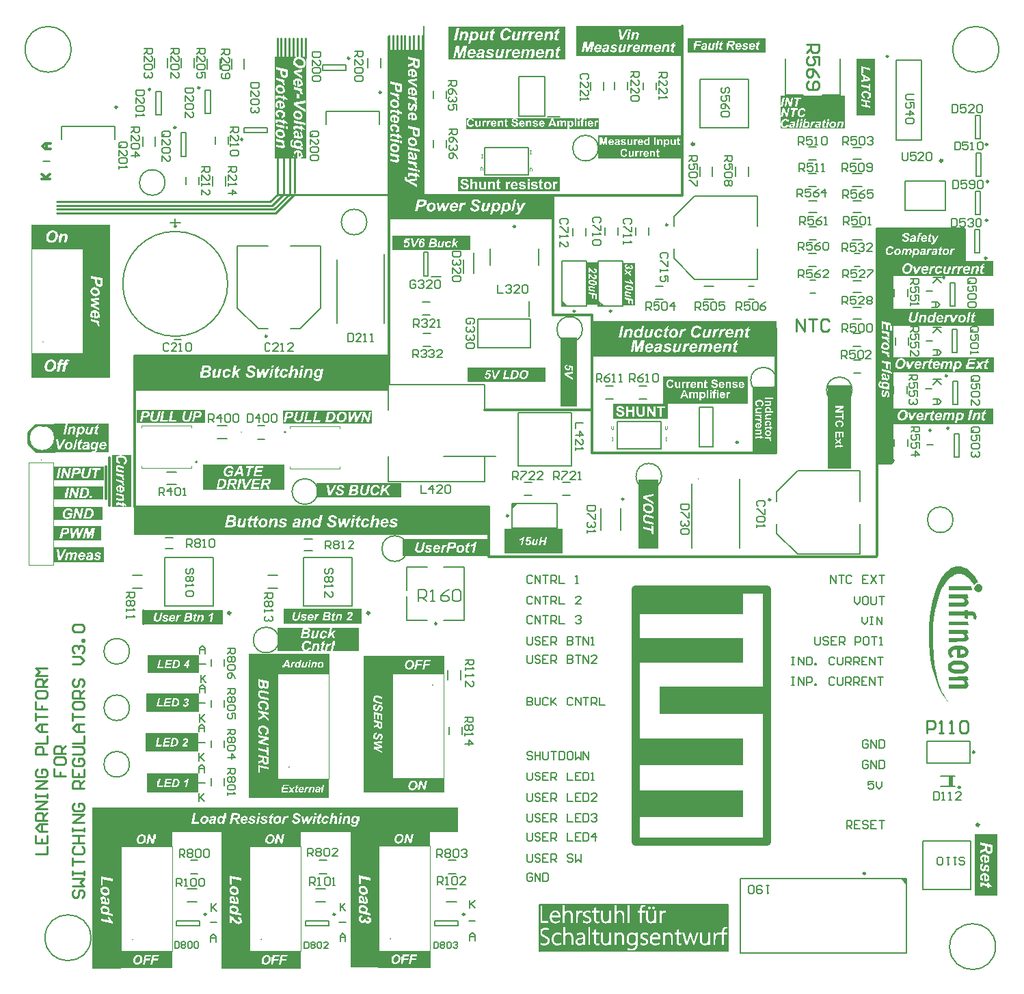
<source format=gbr>
%TF.GenerationSoftware,Altium Limited,Altium Designer,25.2.1 (25)*%
G04 Layer_Color=65535*
%FSLAX45Y45*%
%MOMM*%
%TF.SameCoordinates,EF3F7739-EB0C-4DF3-8AA3-BEF7F1336093*%
%TF.FilePolarity,Positive*%
%TF.FileFunction,Legend,Top*%
%TF.Part,Single*%
G01*
G75*
%TA.AperFunction,NonConductor*%
%ADD94C,0.10000*%
%ADD95C,0.20000*%
%ADD96C,0.25000*%
%ADD97C,0.30000*%
%ADD98C,1.00000*%
%ADD99C,0.25400*%
%ADD100C,0.22000*%
G36*
X11636218Y5038946D02*
X11663361Y5024577D01*
X11698487Y4999031D01*
X11739999Y4959115D01*
X11771932Y4917602D01*
X11800672Y4871300D01*
X11811848Y4848947D01*
X11792688Y4845754D01*
X11778319Y4839367D01*
X11763949Y4829787D01*
X11760756Y4823401D01*
X11755966Y4824997D01*
X11752773Y4832981D01*
X11720840Y4876090D01*
X11703277Y4896846D01*
X11688907Y4911216D01*
X11677731Y4920796D01*
X11647395Y4941552D01*
X11618655Y4954325D01*
X11597899Y4959115D01*
X11553193Y4955922D01*
X11526050Y4947938D01*
X11506891Y4939955D01*
X11487731Y4928779D01*
X11471765Y4917602D01*
X11457395Y4906426D01*
X11439832Y4890460D01*
X11420673Y4868107D01*
X11399916Y4840964D01*
X11385546Y4818611D01*
X11364790Y4781888D01*
X11347227Y4745166D01*
X11334454Y4714830D01*
X11315295Y4662141D01*
X11299328Y4606259D01*
X11289749Y4567939D01*
X11278572Y4513654D01*
X11262606Y4409873D01*
X11254623Y4325251D01*
X11251367Y4272038D01*
X11249034Y4162394D01*
X11248236Y4093739D01*
X11256219Y3953235D01*
X11270589Y3831891D01*
X11289749Y3726513D01*
X11312101Y3637101D01*
X11336051Y3563656D01*
X11363194Y3498194D01*
X11383950Y3458279D01*
X11415883Y3408783D01*
X11436639Y3383237D01*
X11438235Y3378447D01*
X11431849Y3380043D01*
X11422269Y3389623D01*
X11409496Y3405590D01*
X11395127Y3424749D01*
X11369580Y3463068D01*
X11345631Y3506177D01*
X11318488Y3557270D01*
X11299328Y3601976D01*
X11264203Y3700967D01*
X11237060Y3804748D01*
X11219497Y3897353D01*
X11206724Y3994747D01*
X11198740Y4108109D01*
X11200337Y4309284D01*
X11209917Y4429032D01*
X11224286Y4531217D01*
X11241849Y4619032D01*
X11265799Y4708443D01*
X11291345Y4781888D01*
X11316891Y4840964D01*
X11334454Y4874493D01*
X11355211Y4909619D01*
X11372774Y4935165D01*
X11384748Y4950334D01*
X11404706Y4975081D01*
X11427059Y4997434D01*
X11444622Y5011804D01*
X11463782Y5024577D01*
X11502101Y5043736D01*
X11530840Y5051720D01*
X11594706D01*
X11636218Y5038946D01*
D02*
G37*
G36*
X11730420Y4757939D02*
X11443025D01*
Y4805838D01*
X11725630D01*
X11730420Y4757939D01*
D02*
G37*
G36*
X11848571Y4818611D02*
X11858151Y4804241D01*
X11861344Y4794661D01*
Y4772309D01*
X11854957Y4757939D01*
X11845377Y4745166D01*
X11832604Y4737183D01*
X11821428Y4733989D01*
X11795882Y4735586D01*
X11779915Y4745166D01*
X11770335Y4754746D01*
X11762352Y4775502D01*
X11763949Y4797855D01*
X11771932Y4813821D01*
X11783109Y4824997D01*
X11795882Y4831384D01*
X11827814D01*
X11848571Y4818611D01*
D02*
G37*
G36*
X11688907Y4665334D02*
X11661764Y4658948D01*
X11669748Y4652561D01*
X11682521Y4631805D01*
X11687310Y4612645D01*
Y4598275D01*
X11680924Y4579116D01*
X11669748Y4566343D01*
X11661764Y4561553D01*
X11642605Y4556763D01*
X11443025D01*
Y4603065D01*
X11626638Y4604662D01*
X11637815Y4611048D01*
X11641008Y4617435D01*
X11639412Y4633401D01*
X11628235Y4649368D01*
X11620252Y4657351D01*
X11443025D01*
Y4703653D01*
X11653781Y4705250D01*
X11677731Y4710040D01*
X11688907Y4665334D01*
D02*
G37*
G36*
X8893235Y4458823D02*
X7570294D01*
Y4757059D01*
X8893235D01*
Y4458823D01*
D02*
G37*
G36*
X11682521Y4494494D02*
X11738403D01*
X11763949Y4484914D01*
X11778319Y4473738D01*
X11787898Y4454578D01*
X11789495Y4424242D01*
X11783109Y4401889D01*
X11778319Y4393906D01*
X11759159Y4398696D01*
X11739999Y4406679D01*
X11746386Y4417856D01*
Y4435419D01*
X11743193Y4440209D01*
X11728823Y4446595D01*
X11682521D01*
Y4403486D01*
X11641008Y4411469D01*
Y4446595D01*
X11443025D01*
Y4494494D01*
X11641008D01*
Y4510460D01*
X11682521D01*
Y4494494D01*
D02*
G37*
G36*
X11687310Y4320461D02*
X11443025D01*
Y4368360D01*
X11680924D01*
X11687310Y4320461D01*
D02*
G37*
G36*
X11682521Y4251806D02*
X11688907Y4224663D01*
X11672941Y4219873D01*
X11663361Y4218277D01*
X11676134Y4202310D01*
X11684117Y4186344D01*
X11687310Y4157604D01*
X11680924Y4138445D01*
X11669748Y4125672D01*
X11652185Y4117688D01*
X11443025Y4116092D01*
Y4162394D01*
X11626638Y4163991D01*
X11637815Y4170377D01*
X11641008Y4176764D01*
X11639412Y4192730D01*
X11628235Y4208697D01*
X11618655Y4216680D01*
X11443025D01*
Y4262982D01*
X11655378Y4264579D01*
X11676134Y4267772D01*
X11682521Y4251806D01*
D02*
G37*
G36*
X11634621Y4063403D02*
X11653781Y4053823D01*
X11676134Y4034664D01*
X11684117Y4021890D01*
X11688907Y4004328D01*
Y3996266D01*
X11648070D01*
X11647395Y4004328D01*
X11642605Y4010714D01*
X11626638Y4018697D01*
X11588319Y4023487D01*
Y3964411D01*
X11626638Y3967605D01*
X11637815Y3972395D01*
X11644202Y3977185D01*
X11648991Y3986764D01*
X11648070Y3996130D01*
X11688907D01*
Y3981975D01*
X11680924Y3958025D01*
X11663361Y3938865D01*
X11644202Y3927689D01*
X11615462Y3919706D01*
X11550000Y3916513D01*
Y4023487D01*
X11513277Y4020294D01*
X11497311Y4013907D01*
X11486135Y4002731D01*
X11481345Y3991554D01*
X11482941Y3967605D01*
X11495714Y3946849D01*
X11503698Y3940462D01*
Y3937269D01*
X11484538Y3926092D01*
X11468571Y3919706D01*
X11455799Y3932479D01*
X11444622Y3950042D01*
X11438235Y3969201D01*
Y4005924D01*
X11447815Y4028277D01*
X11462185Y4045840D01*
X11492521Y4063403D01*
X11524454Y4071386D01*
X11604285D01*
X11634621Y4063403D01*
D02*
G37*
G36*
X8893235Y4030588D02*
Y4022941D01*
Y3862353D01*
X7570294D01*
Y4160588D01*
X8893235D01*
Y4030588D01*
D02*
G37*
G36*
X11601092Y3884580D02*
X11636218Y3875000D01*
X11652185Y3867017D01*
X11672941Y3851050D01*
X11684117Y3833487D01*
X11688907Y3815925D01*
Y3793572D01*
X11680924Y3769622D01*
X11664958Y3750462D01*
X11642605Y3736093D01*
X11613865Y3726513D01*
X11593109Y3723320D01*
X11522857Y3724916D01*
X11484538Y3736093D01*
X11474160Y3742479D01*
X11452605Y3758446D01*
X11441429Y3776009D01*
X11436639Y3795168D01*
X11437341Y3808500D01*
X11438235Y3825504D01*
X11449412Y3847857D01*
X11463782Y3862227D01*
X11479748Y3871807D01*
X11508488Y3881386D01*
X11538824Y3886176D01*
X11601092Y3884580D01*
D02*
G37*
G36*
X11688907Y3646681D02*
X11663361Y3640295D01*
X11677731Y3621135D01*
X11684117Y3608362D01*
X11687310Y3579623D01*
X11680924Y3560463D01*
X11668151Y3546093D01*
X11653781Y3539707D01*
X11443025Y3538110D01*
Y3584412D01*
X11628235Y3586009D01*
X11639412Y3593993D01*
Y3614749D01*
X11621848Y3637101D01*
X11443025D01*
Y3685001D01*
X11658571Y3686597D01*
X11677731Y3689790D01*
X11688907Y3646681D01*
D02*
G37*
G36*
X9191471Y3220000D02*
X7868529D01*
Y3564118D01*
X9191471D01*
Y3220000D01*
D02*
G37*
G36*
X8893235Y2585294D02*
X7570294D01*
Y2921765D01*
X8893235D01*
Y2585294D01*
D02*
G37*
G36*
Y1942941D02*
X7570294D01*
Y2279412D01*
X8893235D01*
Y1942941D01*
D02*
G37*
G36*
X9191471Y1637059D02*
X7570294D01*
Y1644706D01*
X9191471D01*
Y1637059D01*
D02*
G37*
G36*
X5369553Y1762178D02*
X5020000D01*
Y1588051D01*
X4388128D01*
Y289551D01*
X5030000D01*
Y78051D01*
X4375628D01*
Y80000D01*
X4035628D01*
Y1762178D01*
X3420000D01*
Y1582151D01*
X2788128D01*
Y283651D01*
X3420000D01*
Y68051D01*
X2770000D01*
Y70000D01*
X2435628D01*
Y1762178D01*
X1830000D01*
Y1582178D01*
X1192053D01*
Y283678D01*
X1830000D01*
Y72178D01*
X1192053D01*
Y70000D01*
X839553D01*
Y1768051D01*
Y2060000D01*
X5369553D01*
Y1762178D01*
D02*
G37*
G36*
X7560990Y8284116D02*
X7406000D01*
Y8814116D01*
X7560990D01*
Y8284116D01*
D02*
G37*
G36*
X7110990Y8292759D02*
X6956000D01*
Y8822759D01*
X7110990D01*
Y8292759D01*
D02*
G37*
G36*
X4920234Y9670000D02*
X4704470D01*
Y9670000D01*
X4500000D01*
Y11451141D01*
X4704470D01*
Y11451141D01*
X4920234D01*
Y9670000D01*
D02*
G37*
G36*
X3213307Y6165337D02*
Y5999020D01*
X2206606D01*
Y6165337D01*
Y6310719D01*
X3213307D01*
Y6165337D01*
D02*
G37*
G36*
X8130000Y11578964D02*
Y11380000D01*
X6830000D01*
Y11578964D01*
Y11750000D01*
X8130000D01*
Y11578964D01*
D02*
G37*
G36*
X2150000Y2250000D02*
X1516075D01*
Y2486033D01*
X2150000D01*
Y2250000D01*
D02*
G37*
G36*
X5750000Y5445842D02*
X1352406D01*
Y5777972D01*
X5750000D01*
Y5445842D01*
D02*
G37*
G36*
X2150000Y2760000D02*
X1496075D01*
Y2986032D01*
X2150000D01*
Y2760000D01*
D02*
G37*
G36*
X4299975Y6821763D02*
X3201575D01*
Y6987062D01*
X4299975D01*
Y6821763D01*
D02*
G37*
G36*
X1037202Y6655535D02*
D01*
Y6464053D01*
X363798D01*
Y6655535D01*
D01*
Y6819090D01*
X1037202D01*
Y6655535D01*
D02*
G37*
G36*
X12049717Y970000D02*
X11770000D01*
Y1730000D01*
X12049717D01*
Y970000D01*
D02*
G37*
G36*
X11638571Y9043876D02*
Y8834000D01*
X11994000D01*
Y8654000D01*
X10764000D01*
Y8830104D01*
X10764000D01*
Y8244001D01*
X12003914D01*
Y8034000D01*
X10764000D01*
Y7646078D01*
X12004000D01*
Y7454000D01*
X10764000D01*
Y7006078D01*
X11994000D01*
Y6814000D01*
X10764000D01*
Y6343200D01*
X10554000D01*
Y8830104D01*
X10549429D01*
Y9043876D01*
D01*
Y9237897D01*
X11638571D01*
Y9043876D01*
D02*
G37*
G36*
X720000Y9290127D02*
Y9290000D01*
X1060000D01*
Y7390000D01*
X719925D01*
Y7390127D01*
X79925D01*
Y7690127D01*
X719925D01*
Y8990127D01*
X79925D01*
Y9290127D01*
X720000D01*
D02*
G37*
G36*
X977326Y6121659D02*
X357400D01*
Y6291658D01*
X977326D01*
Y6121659D01*
D02*
G37*
G36*
X5520000Y8970000D02*
X4550000D01*
Y9150000D01*
X5520000D01*
Y8970000D01*
D02*
G37*
G36*
X10535428Y10640087D02*
X10304579D01*
Y11339919D01*
X10535428D01*
Y10640087D01*
D02*
G37*
G36*
X4173925Y4344127D02*
X3203925D01*
Y4524127D01*
X4173925D01*
Y4344127D01*
D02*
G37*
G36*
X6660000Y5210000D02*
X5940000D01*
Y5520000D01*
X6660000D01*
Y5210000D01*
D02*
G37*
G36*
X2453925Y4334127D02*
X1483925D01*
Y4514127D01*
X2453925D01*
Y4334127D01*
D02*
G37*
G36*
X3771120Y3970075D02*
Y3720075D01*
X3132500D01*
Y2416710D01*
X3770388D01*
Y2180000D01*
X2780000D01*
Y3970000D01*
X3120000D01*
Y3970075D01*
X3771120D01*
D02*
G37*
G36*
X976351Y5883146D02*
X356425D01*
Y6043688D01*
X976351D01*
Y5883146D01*
D02*
G37*
G36*
X946351Y5377235D02*
X356425D01*
Y5553946D01*
X946351D01*
Y5377235D01*
D02*
G37*
G36*
X7848100Y6130000D02*
Y5271700D01*
X7600000D01*
Y6130000D01*
X7848100D01*
D02*
G37*
G36*
X5200000Y3726232D02*
X4552500D01*
Y2427732D01*
X5197500D01*
Y2248572D01*
X4540000D01*
Y2250000D01*
X4200000D01*
Y3940000D01*
X4540000D01*
Y3942401D01*
X5200000D01*
Y3726232D01*
D02*
G37*
G36*
X8952604Y7263429D02*
D01*
Y7070000D01*
X7907396D01*
Y7263429D01*
D01*
Y7410000D01*
X8952604D01*
Y7263429D01*
D02*
G37*
G36*
X1320000Y5790067D02*
X1080000D01*
Y6430001D01*
X1320000D01*
Y5790067D01*
D02*
G37*
G36*
X9180000Y11420000D02*
X8210000D01*
Y11600000D01*
X9180000D01*
Y11420000D01*
D02*
G37*
G36*
X5752100Y5180000D02*
X4680000D01*
Y5395600D01*
X5752100D01*
Y5180000D01*
D02*
G37*
G36*
X6700000Y11532353D02*
D01*
Y11336000D01*
X5246000D01*
Y11532353D01*
D01*
Y11740000D01*
X6700000D01*
Y11532353D01*
D02*
G37*
G36*
X9306301Y6470000D02*
X9170641D01*
X9013700D01*
Y7278854D01*
X9170641D01*
X9306301D01*
Y6470000D01*
D02*
G37*
G36*
X6630000Y9698525D02*
X5370000D01*
Y9881475D01*
X6630000D01*
Y9698525D01*
D02*
G37*
G36*
X2160000Y3250000D02*
X1506075D01*
Y3477957D01*
X2160000D01*
Y3250000D01*
D02*
G37*
G36*
X4664338Y5909060D02*
X3611739D01*
Y6085560D01*
X4664338D01*
Y5909060D01*
D02*
G37*
G36*
X6840000Y7890000D02*
Y7030000D01*
X6640000D01*
Y7890000D01*
X6840000D01*
D02*
G37*
G36*
X10160000Y10753760D02*
X9360000D01*
Y10887551D01*
X10160000D01*
Y10753760D01*
D02*
G37*
G36*
Y10619420D02*
D01*
Y10480000D01*
X9360000D01*
Y10619420D01*
D01*
Y10753760D01*
X10160000D01*
Y10619420D01*
D02*
G37*
G36*
X981251Y5100497D02*
X361325D01*
Y5290496D01*
X981251D01*
Y5100497D01*
D02*
G37*
G36*
X7110000Y10473915D02*
X6743513D01*
Y10511146D01*
X6745552Y10509107D01*
X6747502Y10507423D01*
X6749275Y10505916D01*
X6750782Y10504764D01*
X6752111Y10503877D01*
X6752643Y10503611D01*
X6753087Y10503257D01*
X6753441Y10503079D01*
X6753796Y10502902D01*
X6753884Y10502813D01*
X6753973D01*
X6755923Y10502016D01*
X6757785Y10501395D01*
X6759735Y10501040D01*
X6761419Y10500686D01*
X6762926Y10500509D01*
X6763547D01*
X6764079Y10500420D01*
X6765142D01*
X6767536Y10500509D01*
X6769841Y10500863D01*
X6771968Y10501395D01*
X6774007Y10502016D01*
X6775957Y10502813D01*
X6777819Y10503700D01*
X6779503Y10504586D01*
X6781010Y10505561D01*
X6782340Y10506537D01*
X6783581Y10507423D01*
X6784645Y10508309D01*
X6785531Y10509107D01*
X6786240Y10509728D01*
X6786683Y10510260D01*
X6787038Y10510614D01*
X6787127Y10510703D01*
X6788722Y10512742D01*
X6790141Y10514869D01*
X6791382Y10517174D01*
X6792445Y10519567D01*
X6793332Y10521961D01*
X6794041Y10524354D01*
X6794662Y10526659D01*
X6795105Y10528964D01*
X6795459Y10531091D01*
X6795814Y10533130D01*
X6795991Y10534903D01*
X6796080Y10536499D01*
X6796169Y10537740D01*
X6796257Y10538272D01*
Y10539513D01*
X6796169Y10542793D01*
X6795903Y10545895D01*
X6795459Y10548821D01*
X6794839Y10551480D01*
X6794130Y10554051D01*
X6793420Y10556356D01*
X6792623Y10558394D01*
X6791736Y10560345D01*
X6790938Y10562029D01*
X6790052Y10563447D01*
X6789343Y10564688D01*
X6788634Y10565752D01*
X6788013Y10566550D01*
X6787570Y10567170D01*
X6787304Y10567525D01*
X6787215Y10567614D01*
X6785442Y10569387D01*
X6783669Y10570982D01*
X6781808Y10572312D01*
X6779946Y10573553D01*
X6778085Y10574528D01*
X6776312Y10575326D01*
X6774539Y10576035D01*
X6772855Y10576567D01*
X6771259Y10576921D01*
X6769841Y10577276D01*
X6768511Y10577542D01*
X6767359Y10577631D01*
X6766472Y10577719D01*
X6765852Y10577808D01*
X6765231D01*
X6762572Y10577631D01*
X6760001Y10577276D01*
X6757696Y10576744D01*
X6755746Y10576124D01*
X6754859Y10575769D01*
X6754062Y10575414D01*
X6753441Y10575149D01*
X6752821Y10574883D01*
X6752377Y10574705D01*
X6752023Y10574528D01*
X6751846Y10574351D01*
X6751757D01*
X6749629Y10572932D01*
X6747679Y10571514D01*
X6746084Y10570007D01*
X6744754Y10568500D01*
X6743601Y10567259D01*
X6742804Y10566195D01*
X6742538Y10565841D01*
X6742360Y10565575D01*
X6742183Y10565397D01*
Y10576212D01*
X6723922D01*
Y10473915D01*
X5470000D01*
Y10606086D01*
X5522857D01*
X5518957Y10605909D01*
X5515234Y10605465D01*
X5511688Y10604756D01*
X5508408Y10603870D01*
X5505305Y10602806D01*
X5502469Y10601565D01*
X5499809Y10600324D01*
X5497505Y10598994D01*
X5495377Y10597665D01*
X5493516Y10596424D01*
X5491920Y10595183D01*
X5490590Y10594119D01*
X5489526Y10593232D01*
X5488817Y10592523D01*
X5488374Y10592080D01*
X5488197Y10591903D01*
X5485892Y10589155D01*
X5483853Y10586141D01*
X5482080Y10583038D01*
X5480573Y10579758D01*
X5479332Y10576478D01*
X5478268Y10573198D01*
X5477382Y10569918D01*
X5476761Y10566816D01*
X5476141Y10563802D01*
X5475786Y10561142D01*
X5475520Y10558660D01*
X5475343Y10557508D01*
X5475254Y10556533D01*
Y10555558D01*
X5475166Y10554760D01*
Y10554051D01*
X5475077Y10553430D01*
Y10552278D01*
X5475254Y10547846D01*
X5475609Y10543679D01*
X5476318Y10539779D01*
X5477116Y10536144D01*
X5478091Y10532687D01*
X5479244Y10529584D01*
X5480396Y10526748D01*
X5481637Y10524177D01*
X5482789Y10521872D01*
X5484030Y10519833D01*
X5485094Y10518149D01*
X5486069Y10516731D01*
X5486867Y10515578D01*
X5487576Y10514781D01*
X5487931Y10514337D01*
X5488108Y10514160D01*
X5490679Y10511767D01*
X5493338Y10509639D01*
X5496086Y10507778D01*
X5498923Y10506182D01*
X5501671Y10504852D01*
X5504508Y10503700D01*
X5507167Y10502813D01*
X5509826Y10502104D01*
X5512220Y10501484D01*
X5514436Y10501040D01*
X5516475Y10500775D01*
X5518248Y10500509D01*
X5518957D01*
X5519666Y10500420D01*
X5520198D01*
X5520730Y10500331D01*
X5521616D01*
X5524630Y10500420D01*
X5527467Y10500686D01*
X5530215Y10501040D01*
X5532786Y10501572D01*
X5535179Y10502193D01*
X5537395Y10502902D01*
X5539434Y10503611D01*
X5541296Y10504409D01*
X5542980Y10505118D01*
X5544487Y10505827D01*
X5545728Y10506537D01*
X5546792Y10507157D01*
X5547678Y10507689D01*
X5548210Y10508043D01*
X5548653Y10508309D01*
X5548742Y10508398D01*
X5550692Y10509994D01*
X5552465Y10511855D01*
X5554149Y10513717D01*
X5555656Y10515756D01*
X5557075Y10517795D01*
X5558316Y10519833D01*
X5559468Y10521961D01*
X5560443Y10523911D01*
X5561330Y10525773D01*
X5562039Y10527546D01*
X5562659Y10529141D01*
X5563191Y10530560D01*
X5563546Y10531712D01*
X5563900Y10532598D01*
X5563989Y10532864D01*
Y10533130D01*
X5564078Y10533219D01*
Y10533308D01*
X5544044Y10539690D01*
X5543512Y10537651D01*
X5542891Y10535790D01*
X5542271Y10534017D01*
X5541562Y10532333D01*
X5540853Y10530914D01*
X5540143Y10529496D01*
X5539434Y10528343D01*
X5538725Y10527191D01*
X5538104Y10526305D01*
X5537484Y10525418D01*
X5536863Y10524798D01*
X5536420Y10524177D01*
X5535977Y10523734D01*
X5535711Y10523468D01*
X5535534Y10523291D01*
X5535445Y10523202D01*
X5534293Y10522316D01*
X5533140Y10521518D01*
X5531988Y10520809D01*
X5530747Y10520188D01*
X5529594Y10519656D01*
X5528442Y10519213D01*
X5526226Y10518592D01*
X5525162Y10518415D01*
X5524276Y10518238D01*
X5523478Y10518149D01*
X5522769Y10518060D01*
X5522148Y10517972D01*
X5521350D01*
X5519312Y10518060D01*
X5517361Y10518326D01*
X5515588Y10518770D01*
X5513815Y10519213D01*
X5512220Y10519833D01*
X5510802Y10520543D01*
X5509383Y10521252D01*
X5508142Y10522050D01*
X5507078Y10522847D01*
X5506103Y10523557D01*
X5505217Y10524266D01*
X5504508Y10524886D01*
X5503976Y10525418D01*
X5503621Y10525773D01*
X5503355Y10526039D01*
X5503267Y10526127D01*
X5502026Y10527812D01*
X5500962Y10529673D01*
X5500075Y10531712D01*
X5499278Y10533928D01*
X5498568Y10536233D01*
X5498037Y10538538D01*
X5497593Y10540843D01*
X5497239Y10543059D01*
X5496973Y10545186D01*
X5496707Y10547225D01*
X5496530Y10548998D01*
X5496441Y10550594D01*
Y10551923D01*
X5496352Y10552455D01*
Y10552898D01*
Y10553342D01*
Y10553608D01*
Y10553696D01*
Y10553785D01*
X5496441Y10557065D01*
X5496618Y10560167D01*
X5496973Y10563004D01*
X5497416Y10565663D01*
X5497948Y10567968D01*
X5498568Y10570184D01*
X5499189Y10572135D01*
X5499898Y10573819D01*
X5500519Y10575326D01*
X5501139Y10576656D01*
X5501760Y10577719D01*
X5502292Y10578606D01*
X5502735Y10579315D01*
X5503089Y10579847D01*
X5503267Y10580113D01*
X5503355Y10580201D01*
X5504774Y10581620D01*
X5506192Y10582949D01*
X5507699Y10584013D01*
X5509206Y10584988D01*
X5510802Y10585786D01*
X5512309Y10586407D01*
X5513815Y10586938D01*
X5515234Y10587382D01*
X5516564Y10587736D01*
X5517805Y10588002D01*
X5518957Y10588179D01*
X5519932Y10588357D01*
X5520730D01*
X5521262Y10588445D01*
X5521794D01*
X5523301Y10588357D01*
X5524808Y10588268D01*
X5527467Y10587736D01*
X5529860Y10586938D01*
X5530924Y10586495D01*
X5531899Y10586141D01*
X5532786Y10585697D01*
X5533584Y10585254D01*
X5534204Y10584811D01*
X5534736Y10584456D01*
X5535179Y10584190D01*
X5535534Y10583924D01*
X5535711Y10583836D01*
X5535800Y10583747D01*
X5536863Y10582861D01*
X5537750Y10581886D01*
X5539434Y10579847D01*
X5540764Y10577808D01*
X5541739Y10575769D01*
X5542537Y10573996D01*
X5542803Y10573198D01*
X5543069Y10572578D01*
X5543246Y10572046D01*
X5543335Y10571603D01*
X5543423Y10571337D01*
Y10571248D01*
X5563812Y10576124D01*
X5563103Y10578340D01*
X5562305Y10580467D01*
X5561507Y10582417D01*
X5560709Y10584190D01*
X5559823Y10585875D01*
X5558936Y10587470D01*
X5558050Y10588889D01*
X5557252Y10590130D01*
X5556454Y10591193D01*
X5555745Y10592169D01*
X5555036Y10593055D01*
X5554504Y10593676D01*
X5553972Y10594207D01*
X5553618Y10594651D01*
X5553440Y10594828D01*
X5553352Y10594917D01*
X5551047Y10596867D01*
X5548653Y10598640D01*
X5546171Y10600058D01*
X5543601Y10601388D01*
X5541030Y10602451D01*
X5538548Y10603338D01*
X5536066Y10604136D01*
X5533672Y10604668D01*
X5531456Y10605111D01*
X5529417Y10605465D01*
X5527556Y10605731D01*
X5525960Y10605909D01*
X5524630Y10605997D01*
X5524098Y10606086D01*
X6067676D01*
X6065548Y10605909D01*
X6063598Y10605731D01*
X6061648Y10605554D01*
X6059875Y10605288D01*
X6058279Y10604934D01*
X6056684Y10604579D01*
X6055354Y10604313D01*
X6054024Y10603958D01*
X6052960Y10603604D01*
X6051985Y10603338D01*
X6051188Y10602983D01*
X6050567Y10602806D01*
X6050035Y10602629D01*
X6049769Y10602451D01*
X6049681D01*
X6048174Y10601742D01*
X6046755Y10601033D01*
X6045426Y10600147D01*
X6044185Y10599349D01*
X6043032Y10598462D01*
X6041968Y10597576D01*
X6040993Y10596778D01*
X6040195Y10595980D01*
X6039398Y10595183D01*
X6038777Y10594473D01*
X6038157Y10593764D01*
X6037713Y10593232D01*
X6037359Y10592700D01*
X6037093Y10592346D01*
X6037004Y10592169D01*
X6036916Y10592080D01*
X6036118Y10590839D01*
X6035497Y10589509D01*
X6034877Y10588268D01*
X6034433Y10586938D01*
X6033636Y10584545D01*
X6033104Y10582329D01*
X6032926Y10581265D01*
X6032838Y10580379D01*
X6032749Y10579581D01*
X6032661Y10578872D01*
X6032572Y10578340D01*
Y10577897D01*
Y10577631D01*
Y10577542D01*
X6032661Y10575326D01*
X6033015Y10573198D01*
X6033458Y10571159D01*
X6034079Y10569209D01*
X6034788Y10567436D01*
X6035586Y10565663D01*
X6036384Y10564156D01*
X6037270Y10562738D01*
X6038157Y10561408D01*
X6038954Y10560256D01*
X6039752Y10559281D01*
X6040461Y10558483D01*
X6041082Y10557863D01*
X6041525Y10557331D01*
X6041880Y10557065D01*
X6041968Y10556976D01*
X6043298Y10555912D01*
X6044894Y10554849D01*
X6046578Y10553785D01*
X6048440Y10552898D01*
X6052251Y10551125D01*
X6056063Y10549707D01*
X6057925Y10548998D01*
X6059609Y10548466D01*
X6061116Y10548023D01*
X6062534Y10547580D01*
X6063598Y10547314D01*
X6064484Y10547048D01*
X6065016Y10546959D01*
X6065105Y10546870D01*
X6065194D01*
X6067498Y10546339D01*
X6069626Y10545807D01*
X6071576Y10545275D01*
X6073260Y10544832D01*
X6074767Y10544388D01*
X6076097Y10544034D01*
X6077338Y10543768D01*
X6078313Y10543502D01*
X6079200Y10543236D01*
X6079909Y10542970D01*
X6080529Y10542793D01*
X6080973Y10542704D01*
X6081327Y10542615D01*
X6081593Y10542527D01*
X6081770Y10542438D01*
X6083632Y10541729D01*
X6085139Y10540931D01*
X6086469Y10540222D01*
X6087532Y10539513D01*
X6088242Y10538892D01*
X6088773Y10538449D01*
X6089128Y10538094D01*
X6089217Y10538006D01*
X6089926Y10537031D01*
X6090458Y10535967D01*
X6090812Y10534903D01*
X6091078Y10533928D01*
X6091256Y10533130D01*
X6091344Y10532421D01*
Y10531978D01*
Y10531801D01*
X6091256Y10530737D01*
X6091167Y10529762D01*
X6090901Y10528787D01*
X6090546Y10527900D01*
X6089749Y10526216D01*
X6088862Y10524798D01*
X6087887Y10523645D01*
X6087089Y10522759D01*
X6086735Y10522404D01*
X6086469Y10522138D01*
X6086380Y10522050D01*
X6086291Y10521961D01*
X6085316Y10521252D01*
X6084164Y10520631D01*
X6081770Y10519567D01*
X6079288Y10518858D01*
X6076895Y10518326D01*
X6075742Y10518149D01*
X6074679Y10518060D01*
X6073704Y10517883D01*
X6072906D01*
X6072197Y10517795D01*
X6071222D01*
X6069537Y10517883D01*
X6067853Y10517972D01*
X6066346Y10518238D01*
X6064928Y10518504D01*
X6063598Y10518858D01*
X6062357Y10519302D01*
X6061205Y10519745D01*
X6060229Y10520188D01*
X6059343Y10520543D01*
X6058545Y10520986D01*
X6057836Y10521429D01*
X6057304Y10521784D01*
X6056861Y10522050D01*
X6056506Y10522316D01*
X6056329Y10522404D01*
X6056240Y10522493D01*
X6055265Y10523468D01*
X6054379Y10524443D01*
X6052783Y10526836D01*
X6051542Y10529230D01*
X6050567Y10531712D01*
X6050124Y10532864D01*
X6049858Y10533928D01*
X6049592Y10534903D01*
X6049326Y10535701D01*
X6049149Y10536410D01*
X6049060Y10536942D01*
X6048971Y10537297D01*
Y10537385D01*
X6028849Y10535435D01*
X6029292Y10532333D01*
X6029913Y10529407D01*
X6030710Y10526659D01*
X6031597Y10524088D01*
X6032572Y10521784D01*
X6033636Y10519567D01*
X6034699Y10517617D01*
X6035763Y10515933D01*
X6036827Y10514337D01*
X6037802Y10513008D01*
X6038688Y10511855D01*
X6039486Y10510969D01*
X6040195Y10510260D01*
X6040727Y10509728D01*
X6041082Y10509373D01*
X6041171Y10509285D01*
X6043209Y10507689D01*
X6045426Y10506359D01*
X6047819Y10505118D01*
X6050212Y10504143D01*
X6052695Y10503257D01*
X6055265Y10502547D01*
X6057659Y10501927D01*
X6060052Y10501484D01*
X6062268Y10501040D01*
X6064396Y10500775D01*
X6066257Y10500597D01*
X6067853Y10500509D01*
X6069183Y10500420D01*
X6069715Y10500331D01*
X6071044D01*
X6073526Y10500420D01*
X6075831Y10500509D01*
X6078047Y10500686D01*
X6080086Y10500952D01*
X6082036Y10501218D01*
X6083898Y10501484D01*
X6085582Y10501838D01*
X6087089Y10502193D01*
X6088508Y10502547D01*
X6089660Y10502902D01*
X6090724Y10503168D01*
X6091610Y10503434D01*
X6092319Y10503700D01*
X6092763Y10503877D01*
X6093117Y10504054D01*
X6093206D01*
X6094801Y10504764D01*
X6096397Y10505650D01*
X6097815Y10506448D01*
X6099145Y10507423D01*
X6100386Y10508309D01*
X6101538Y10509285D01*
X6102514Y10510260D01*
X6103489Y10511146D01*
X6104286Y10512033D01*
X6104996Y10512830D01*
X6105616Y10513540D01*
X6106148Y10514160D01*
X6106503Y10514692D01*
X6106769Y10515047D01*
X6106946Y10515312D01*
X6107035Y10515401D01*
X6107921Y10516819D01*
X6108719Y10518326D01*
X6109339Y10519833D01*
X6109871Y10521252D01*
X6110758Y10524000D01*
X6111112Y10525329D01*
X6111378Y10526571D01*
X6111555Y10527634D01*
X6111733Y10528698D01*
X6111821Y10529584D01*
X6111910Y10530382D01*
X6111999Y10531003D01*
Y10533662D01*
X6111821Y10535346D01*
X6111644Y10536942D01*
X6111378Y10538538D01*
X6111024Y10539956D01*
X6110669Y10541286D01*
X6110314Y10542527D01*
X6109960Y10543591D01*
X6109605Y10544654D01*
X6109251Y10545541D01*
X6108896Y10546339D01*
X6108542Y10546959D01*
X6108276Y10547402D01*
X6108098Y10547846D01*
X6108010Y10548023D01*
X6107921Y10548111D01*
X6106237Y10550416D01*
X6104464Y10552544D01*
X6102514Y10554317D01*
X6100741Y10555735D01*
X6099056Y10556976D01*
X6098347Y10557419D01*
X6097815Y10557774D01*
X6097283Y10558128D01*
X6096929Y10558306D01*
X6096663Y10558483D01*
X6096574D01*
X6095156Y10559192D01*
X6093560Y10559901D01*
X6091876Y10560611D01*
X6090103Y10561231D01*
X6086380Y10562472D01*
X6082746Y10563625D01*
X6081061Y10564068D01*
X6079466Y10564511D01*
X6078047Y10564866D01*
X6076806Y10565220D01*
X6075742Y10565486D01*
X6074945Y10565663D01*
X6074501Y10565841D01*
X6074324D01*
X6071665Y10566461D01*
X6069183Y10567170D01*
X6066967Y10567791D01*
X6065016Y10568411D01*
X6063243Y10569032D01*
X6061736Y10569564D01*
X6060318Y10570096D01*
X6059166Y10570628D01*
X6058191Y10571071D01*
X6057393Y10571425D01*
X6056684Y10571780D01*
X6056240Y10572135D01*
X6055797Y10572312D01*
X6055531Y10572489D01*
X6055443Y10572666D01*
X6055354D01*
X6054379Y10573642D01*
X6053581Y10574705D01*
X6053049Y10575769D01*
X6052695Y10576744D01*
X6052517Y10577631D01*
X6052429Y10578251D01*
X6052340Y10578694D01*
Y10578872D01*
X6052517Y10580290D01*
X6052872Y10581531D01*
X6053315Y10582683D01*
X6053936Y10583570D01*
X6054556Y10584279D01*
X6054999Y10584811D01*
X6055354Y10585166D01*
X6055531Y10585254D01*
X6056506Y10585875D01*
X6057659Y10586495D01*
X6059875Y10587382D01*
X6062268Y10588091D01*
X6064484Y10588534D01*
X6065548Y10588711D01*
X6066523Y10588800D01*
X6067410Y10588889D01*
X6068119D01*
X6068739Y10588977D01*
X6071222D01*
X6072640Y10588800D01*
X6074058Y10588623D01*
X6075299Y10588445D01*
X6076540Y10588179D01*
X6077604Y10587914D01*
X6078579Y10587559D01*
X6079377Y10587293D01*
X6080175Y10586938D01*
X6080795Y10586584D01*
X6081416Y10586318D01*
X6081859Y10586052D01*
X6082214Y10585875D01*
X6082480Y10585697D01*
X6082568Y10585520D01*
X6082657D01*
X6083455Y10584811D01*
X6084164Y10584013D01*
X6085405Y10582329D01*
X6086469Y10580379D01*
X6087178Y10578517D01*
X6087798Y10576833D01*
X6087976Y10576124D01*
X6088153Y10575503D01*
X6088242Y10574971D01*
X6088330Y10574528D01*
X6088419Y10574262D01*
Y10574173D01*
X6109073Y10575060D01*
X6108896Y10577631D01*
X6108453Y10580113D01*
X6107921Y10582417D01*
X6107212Y10584545D01*
X6106414Y10586495D01*
X6105616Y10588357D01*
X6104641Y10590041D01*
X6103755Y10591637D01*
X6102780Y10592966D01*
X6101893Y10594207D01*
X6101095Y10595183D01*
X6100297Y10596069D01*
X6099677Y10596689D01*
X6099234Y10597221D01*
X6098879Y10597487D01*
X6098790Y10597576D01*
X6096840Y10599083D01*
X6094801Y10600413D01*
X6092497Y10601565D01*
X6090192Y10602540D01*
X6087798Y10603338D01*
X6085405Y10604047D01*
X6083011Y10604579D01*
X6080707Y10605022D01*
X6078491Y10605377D01*
X6076452Y10605643D01*
X6074590Y10605820D01*
X6072994Y10605997D01*
X6071665D01*
X6071133Y10606086D01*
X6916284D01*
X6913359Y10605997D01*
X6910699Y10605643D01*
X6908394Y10605200D01*
X6907419Y10604934D01*
X6906444Y10604668D01*
X6905646Y10604313D01*
X6904849Y10604047D01*
X6904228Y10603870D01*
X6903696Y10603604D01*
X6903253Y10603427D01*
X6902987Y10603249D01*
X6902810Y10603161D01*
X6902721D01*
X6900859Y10602008D01*
X6899352Y10600767D01*
X6898111Y10599526D01*
X6897136Y10598285D01*
X6896339Y10597221D01*
X6895807Y10596424D01*
X6895629Y10596069D01*
X6895541Y10595803D01*
X6895452Y10595714D01*
Y10595626D01*
X6895097Y10594739D01*
X6894832Y10593764D01*
X6894300Y10591548D01*
X6893945Y10589243D01*
X6893768Y10586938D01*
X6893679Y10585875D01*
X6893590Y10584900D01*
Y10584013D01*
X6893502Y10583215D01*
Y10582595D01*
Y10582152D01*
Y10581797D01*
Y10581708D01*
Y10576212D01*
X6882598D01*
Y10560788D01*
X6893502D01*
Y10502104D01*
X6913093D01*
Y10560788D01*
X6927719D01*
Y10576212D01*
X6913093D01*
Y10581442D01*
X6913181Y10583393D01*
X6913359Y10584988D01*
X6913624Y10586318D01*
X6913979Y10587382D01*
X6914334Y10588179D01*
X6914600Y10588711D01*
X6914777Y10588977D01*
X6914866Y10589066D01*
X6915663Y10589775D01*
X6916638Y10590218D01*
X6917614Y10590573D01*
X6918589Y10590839D01*
X6919564Y10591016D01*
X6920273Y10591105D01*
X6920982D01*
X6922578Y10591016D01*
X6924262Y10590928D01*
X6925769Y10590750D01*
X6927099Y10590573D01*
X6928340Y10590307D01*
X6929226Y10590130D01*
X6929581Y10590041D01*
X6929847D01*
X6929935Y10589952D01*
X6930024D01*
X6932683Y10603515D01*
X6929669Y10604402D01*
X6926744Y10605022D01*
X6923996Y10605465D01*
X6922666Y10605643D01*
X6921425Y10605731D01*
X6920362Y10605909D01*
X6919386Y10605997D01*
X6918500D01*
X6917702Y10606086D01*
X7110000D01*
Y10473915D01*
D02*
G37*
G36*
X6761242Y10562206D02*
X6762394Y10562029D01*
X6763635Y10561763D01*
X6764699Y10561408D01*
X6766738Y10560522D01*
X6768422Y10559458D01*
X6769131Y10558926D01*
X6769752Y10558394D01*
X6770284Y10557951D01*
X6770816Y10557508D01*
X6771170Y10557153D01*
X6771436Y10556887D01*
X6771525Y10556710D01*
X6771614Y10556622D01*
X6772411Y10555469D01*
X6773209Y10554228D01*
X6773830Y10552898D01*
X6774362Y10551569D01*
X6775159Y10548643D01*
X6775691Y10545895D01*
X6775957Y10544566D01*
X6776046Y10543325D01*
X6776135Y10542172D01*
X6776223Y10541286D01*
X6776312Y10540488D01*
Y10539867D01*
Y10539513D01*
Y10539336D01*
X6776223Y10537119D01*
X6776135Y10534992D01*
X6775869Y10533042D01*
X6775603Y10531269D01*
X6775248Y10529584D01*
X6774893Y10528166D01*
X6774450Y10526836D01*
X6774007Y10525684D01*
X6773564Y10524620D01*
X6773121Y10523734D01*
X6772766Y10523025D01*
X6772411Y10522404D01*
X6772145Y10521961D01*
X6771880Y10521606D01*
X6771791Y10521429D01*
X6771702Y10521340D01*
X6770816Y10520365D01*
X6769929Y10519567D01*
X6768954Y10518858D01*
X6767979Y10518238D01*
X6767093Y10517706D01*
X6766118Y10517263D01*
X6764256Y10516642D01*
X6762660Y10516199D01*
X6762040Y10516110D01*
X6761419Y10516022D01*
X6760976Y10515933D01*
X6760267D01*
X6758937Y10516022D01*
X6757696Y10516199D01*
X6756544Y10516465D01*
X6755391Y10516908D01*
X6753353Y10517795D01*
X6751580Y10518947D01*
X6750870Y10519479D01*
X6750161Y10520011D01*
X6749541Y10520454D01*
X6749098Y10520986D01*
X6748743Y10521340D01*
X6748477Y10521606D01*
X6748300Y10521784D01*
X6748211Y10521872D01*
X6747325Y10523025D01*
X6746615Y10524354D01*
X6745906Y10525773D01*
X6745374Y10527280D01*
X6744488Y10530294D01*
X6743867Y10533308D01*
X6743690Y10534726D01*
X6743513Y10536056D01*
X6743424Y10537208D01*
X6743336Y10538272D01*
X6743247Y10539158D01*
Y10539779D01*
Y10540133D01*
Y10540311D01*
X6743336Y10542261D01*
X6743424Y10544122D01*
X6743690Y10545807D01*
X6743956Y10547402D01*
X6744311Y10548909D01*
X6744754Y10550239D01*
X6745197Y10551480D01*
X6745640Y10552544D01*
X6745995Y10553519D01*
X6746438Y10554405D01*
X6746881Y10555115D01*
X6747236Y10555646D01*
X6747502Y10556090D01*
X6747768Y10556444D01*
X6747856Y10556622D01*
X6747945Y10556710D01*
X6748832Y10557685D01*
X6749807Y10558572D01*
X6750870Y10559281D01*
X6751846Y10559901D01*
X6752821Y10560522D01*
X6753796Y10560965D01*
X6755746Y10561586D01*
X6757430Y10562029D01*
X6758139Y10562118D01*
X6758760Y10562206D01*
X6759203Y10562295D01*
X6759912D01*
X6761242Y10562206D01*
D02*
G37*
G36*
X3490160Y10107064D02*
X3288054D01*
Y11370128D01*
X3490160D01*
Y10107064D01*
D02*
G37*
G36*
X3288054Y10107063D02*
X3099925D01*
Y11370127D01*
X3288054D01*
Y10107063D01*
D02*
G37*
G36*
X7964151Y6882671D02*
X7290850D01*
Y7065207D01*
X7964151D01*
Y6882671D01*
D02*
G37*
G36*
X961251Y5625313D02*
X361325D01*
Y5788262D01*
X961251D01*
Y5625313D01*
D02*
G37*
G36*
X2160000Y3730000D02*
X1526075D01*
Y3955440D01*
X2160000D01*
Y3730000D01*
D02*
G37*
G36*
X8137707Y10247996D02*
Y10103700D01*
X7102293D01*
Y10247996D01*
Y10396301D01*
X8137707D01*
Y10247996D01*
D02*
G37*
G36*
X6451389Y7340000D02*
X5481389D01*
Y7520000D01*
X6451389D01*
Y7340000D01*
D02*
G37*
G36*
X2235626Y6827364D02*
X1384326D01*
Y6992664D01*
X2235626D01*
Y6827364D01*
D02*
G37*
G36*
X10236304Y6262295D02*
X9943702D01*
Y7297710D01*
X10236304D01*
Y6262295D01*
D02*
G37*
G36*
X4510000Y7660000D02*
Y7231746D01*
X1360000D01*
Y7660000D01*
X4510000D01*
D02*
G37*
G36*
X6540000Y9656000D02*
Y9356000D01*
X4500000D01*
Y9656000D01*
X6540000D01*
D02*
G37*
G36*
X4141865Y4158523D02*
D01*
Y4000000D01*
X3130000D01*
Y4158523D01*
D01*
Y4289118D01*
X4141865D01*
Y4158523D01*
D02*
G37*
G36*
X7687778Y854314D02*
X7684448Y855646D01*
X7681118Y856534D01*
X7677789Y857422D01*
X7674681Y857866D01*
X7672239Y858088D01*
X7670019Y858310D01*
X7687778D01*
Y854314D01*
D02*
G37*
G36*
X7664025Y858088D02*
X7660251Y857644D01*
X7656699Y857200D01*
X7653591Y856534D01*
X7651149Y855646D01*
X7649151Y855202D01*
X7648041Y854758D01*
X7647597Y854536D01*
X7644489Y852982D01*
X7641603Y851206D01*
X7638939Y849430D01*
X7636941Y847654D01*
X7635165Y846100D01*
X7633833Y844768D01*
X7632945Y843880D01*
X7632723Y843658D01*
X7630725Y840994D01*
X7628949Y838330D01*
X7627395Y835444D01*
X7626285Y833002D01*
X7625397Y830782D01*
X7624510Y829006D01*
X7624288Y827896D01*
X7624066Y827452D01*
X7623178Y823901D01*
X7622512Y820349D01*
X7621846Y816797D01*
X7621624Y813467D01*
X7621402Y810803D01*
X7621180Y808583D01*
Y807695D01*
Y807029D01*
Y806807D01*
Y806585D01*
Y784829D01*
X7595428D01*
Y762630D01*
X7621180D01*
Y631652D01*
X7595428D01*
D01*
X7687778D01*
X7645821D01*
Y762630D01*
X7682672D01*
Y784829D01*
X7645821D01*
Y805475D01*
X7646043Y810803D01*
X7646709Y815687D01*
X7647819Y819683D01*
X7649373Y823235D01*
X7651149Y826121D01*
X7652925Y828562D01*
X7655145Y830560D01*
X7657143Y832336D01*
X7659363Y833446D01*
X7661361Y834556D01*
X7663137Y835222D01*
X7664913Y835666D01*
X7666467Y835888D01*
X7667577Y836110D01*
X7668465D01*
X7671795Y835888D01*
X7675347Y835444D01*
X7678455Y834778D01*
X7681562Y834112D01*
X7684004Y833224D01*
X7686002Y832558D01*
X7687334Y832114D01*
X7687556Y831892D01*
X7687778D01*
Y858310D01*
X8704520D01*
Y628100D01*
Y290000D01*
X6380000D01*
Y359041D01*
Y355489D01*
Y367921D01*
X6384218Y365701D01*
X6386216Y364813D01*
X6387992Y363925D01*
X6389546Y363259D01*
X6390878Y362815D01*
X6391766Y362371D01*
X6391988D01*
X6396872Y360817D01*
X6399314Y360373D01*
X6401312Y359707D01*
X6403088Y359263D01*
X6404420Y359041D01*
X6405307Y358819D01*
X6405529D01*
X6410635Y357709D01*
X6413077Y357265D01*
X6415297Y357043D01*
X6417073Y356821D01*
X6418405Y356599D01*
X6419293Y356377D01*
X6419515D01*
X6421957Y356155D01*
X6424399Y355933D01*
X6426397Y355711D01*
X6428173D01*
X6429505Y355489D01*
X6380000D01*
X6431503D01*
X6437275Y355711D01*
X6442603Y356155D01*
X6447265Y356599D01*
X6451483Y357265D01*
X6455035Y357931D01*
X6456367Y358153D01*
X6457699Y358597D01*
X6458587Y358819D01*
X6459253D01*
X6459697Y359041D01*
X6459918D01*
X6464580Y360595D01*
X6469020Y362149D01*
X6472794Y363925D01*
X6476124Y365701D01*
X6478788Y367255D01*
X6480786Y368587D01*
X6482118Y369474D01*
X6482562Y369696D01*
X6485892Y372582D01*
X6489000Y375468D01*
X6491442Y378576D01*
X6493662Y381462D01*
X6495216Y383904D01*
X6496548Y385902D01*
X6497214Y387234D01*
X6497436Y387456D01*
Y387678D01*
X6499212Y391896D01*
X6500544Y396336D01*
X6501654Y400554D01*
X6502320Y404550D01*
X6502764Y407880D01*
Y409434D01*
X6502986Y410544D01*
Y412986D01*
X6502764Y416760D01*
X6502542Y420312D01*
X6501876Y423420D01*
X6501210Y426083D01*
X6500544Y428525D01*
X6500100Y430079D01*
X6499656Y431189D01*
X6499434Y431633D01*
X6498102Y434741D01*
X6496548Y437627D01*
X6494772Y440291D01*
X6493218Y442733D01*
X6491664Y444731D01*
X6490554Y446063D01*
X6489666Y447173D01*
X6489444Y447395D01*
X6486780Y450281D01*
X6484116Y452945D01*
X6481230Y455387D01*
X6478566Y457385D01*
X6476124Y459161D01*
X6474348Y460715D01*
X6473016Y461603D01*
X6472794Y461825D01*
X6472572D01*
X6468798Y464489D01*
X6464802Y466931D01*
X6461028Y469151D01*
X6457477Y471371D01*
X6454369Y473147D01*
X6452149Y474479D01*
X6451261Y474923D01*
X6450595Y475367D01*
X6450151Y475589D01*
X6449929D01*
X6445267Y478031D01*
X6441271Y480250D01*
X6437497Y482248D01*
X6434611Y484024D01*
X6432169Y485356D01*
X6430393Y486244D01*
X6429283Y486910D01*
X6428839Y487132D01*
X6425953Y488908D01*
X6423511Y490684D01*
X6421291Y492238D01*
X6419515Y493792D01*
X6417961Y494902D01*
X6416851Y495790D01*
X6416185Y496456D01*
X6415963Y496678D01*
X6414187Y498454D01*
X6412855Y500452D01*
X6411523Y502006D01*
X6410635Y503560D01*
X6409747Y504892D01*
X6409303Y506002D01*
X6409081Y506668D01*
X6408859Y506890D01*
X6407749Y511108D01*
X6407305Y513328D01*
X6407083Y515326D01*
Y517102D01*
X6406861Y518434D01*
Y519544D01*
Y519766D01*
X6407083Y522652D01*
X6407305Y525094D01*
X6407749Y527536D01*
X6408415Y529534D01*
X6409081Y531088D01*
X6409525Y532198D01*
X6409747Y533086D01*
X6409969Y533308D01*
X6411301Y535306D01*
X6412633Y537303D01*
X6414187Y538857D01*
X6415519Y540411D01*
X6416629Y541521D01*
X6417739Y542409D01*
X6418405Y542853D01*
X6418627Y543075D01*
X6423067Y545739D01*
X6425287Y546627D01*
X6427507Y547515D01*
X6429283Y548181D01*
X6430615Y548625D01*
X6431725Y549069D01*
X6431947D01*
X6437719Y550401D01*
X6440605Y550845D01*
X6443047Y551067D01*
X6445267Y551289D01*
X6448375D01*
X6452815Y551067D01*
X6457255Y550845D01*
X6465690Y549735D01*
X6473460Y547959D01*
X6477012Y547071D01*
X6480342Y545961D01*
X6483450Y545073D01*
X6486114Y543963D01*
X6488556Y543075D01*
X6490776Y542409D01*
X6492330Y541521D01*
X6493440Y541077D01*
X6494328Y540855D01*
X6494550Y540633D01*
Y566829D01*
X6487224Y569493D01*
X6479676Y571269D01*
X6472350Y572601D01*
X6468798Y573267D01*
X6465468Y573711D01*
X6462360Y573933D01*
X6459475Y574155D01*
X6457033Y574377D01*
X6454813D01*
X6453037Y574599D01*
X6450595D01*
X6445267Y574377D01*
X6440383Y573933D01*
X6435721Y573267D01*
X6431725Y572601D01*
X6428395Y571935D01*
X6426841Y571491D01*
X6425731Y571269D01*
X6424843Y571047D01*
X6424177Y570825D01*
X6423733Y570603D01*
X6423511D01*
X6418849Y569049D01*
X6414631Y567051D01*
X6410857Y565275D01*
X6407749Y563499D01*
X6405085Y561723D01*
X6403088Y560391D01*
X6401756Y559503D01*
X6401534Y559281D01*
X6401312D01*
X6397982Y556395D01*
X6394874Y553509D01*
X6392432Y550401D01*
X6390212Y547737D01*
X6388436Y545295D01*
X6387326Y543297D01*
X6386438Y541965D01*
X6386216Y541743D01*
Y541521D01*
X6384440Y537525D01*
X6383108Y533308D01*
X6381998Y529534D01*
X6381332Y525760D01*
X6380888Y522430D01*
X6380666Y519988D01*
Y519100D01*
Y518434D01*
Y517990D01*
Y517768D01*
X6380888Y513994D01*
X6381110Y510442D01*
X6381554Y507112D01*
X6382220Y504448D01*
X6382664Y502228D01*
X6383108Y500452D01*
X6383330Y499342D01*
X6383552Y498898D01*
X6384884Y495790D01*
X6386216Y493126D01*
X6387770Y490462D01*
X6389102Y488242D01*
X6390434Y486244D01*
X6391544Y484912D01*
X6392432Y483802D01*
X6392654Y483580D01*
X6395096Y481138D01*
X6397982Y478475D01*
X6400646Y476255D01*
X6403088Y474257D01*
X6405529Y472481D01*
X6407305Y471149D01*
X6408415Y470261D01*
X6408859Y470039D01*
X6412855Y467597D01*
X6417073Y464933D01*
X6421069Y462713D01*
X6425065Y460493D01*
X6428395Y458495D01*
X6429949Y457829D01*
X6431281Y457163D01*
X6432391Y456497D01*
X6433057Y456275D01*
X6433501Y455831D01*
X6433723D01*
X6437497Y453389D01*
X6441049Y451391D01*
X6444157Y449393D01*
X6447043Y447617D01*
X6449263Y446285D01*
X6451039Y445175D01*
X6451927Y444509D01*
X6452371Y444287D01*
X6455479Y442511D01*
X6458143Y440735D01*
X6460362Y438959D01*
X6462360Y437405D01*
X6463914Y436073D01*
X6465246Y435185D01*
X6465912Y434519D01*
X6466134Y434297D01*
X6468132Y432521D01*
X6469686Y430523D01*
X6471018Y428747D01*
X6472128Y427193D01*
X6473016Y425861D01*
X6473682Y424751D01*
X6474126Y424086D01*
Y423864D01*
X6475014Y421644D01*
X6475680Y419424D01*
X6476124Y417204D01*
X6476568Y415206D01*
Y413430D01*
X6476790Y412098D01*
Y411210D01*
Y410766D01*
X6476568Y407880D01*
X6476346Y405216D01*
X6475014Y400554D01*
X6473460Y396336D01*
X6471462Y393006D01*
X6469464Y390342D01*
X6467688Y388566D01*
X6466356Y387456D01*
X6466134Y387012D01*
X6465912D01*
X6463692Y385680D01*
X6461472Y384348D01*
X6456367Y382350D01*
X6450817Y380796D01*
X6445489Y379908D01*
X6443047Y379464D01*
X6440605Y379242D01*
X6438607Y379020D01*
X6436609D01*
X6435277Y378798D01*
X6433057D01*
X6428617Y379020D01*
X6426619D01*
X6424621Y379242D01*
X6423067Y379464D01*
X6421735D01*
X6420847Y379686D01*
X6420625D01*
X6415963Y380574D01*
X6413743Y381240D01*
X6411967Y381684D01*
X6410191Y382128D01*
X6409081Y382572D01*
X6408193Y382794D01*
X6407971D01*
X6403532Y384348D01*
X6401534Y385236D01*
X6399758Y385902D01*
X6398204Y386568D01*
X6397094Y387234D01*
X6396206Y387456D01*
X6395984Y387678D01*
X6393542Y389010D01*
X6390878Y390120D01*
X6388214Y391452D01*
X6385772Y392562D01*
X6383552Y393672D01*
X6381554Y394560D01*
X6380444Y395004D01*
X6380222Y395226D01*
X6380000D01*
Y574599D01*
D01*
Y628100D01*
D01*
Y631652D01*
X6488112D01*
Y655628D01*
Y654961D01*
X6405307D01*
Y843658D01*
X6380000D01*
Y858310D01*
X7595428D01*
Y858310D01*
X7668243D01*
X7664025Y858088D01*
D02*
G37*
G36*
X9315000Y7884753D02*
X7030000D01*
Y8092156D01*
X9315000D01*
Y7884753D01*
D02*
G37*
G36*
Y7650571D02*
X7030000D01*
Y7884753D01*
X9315000D01*
Y7650571D01*
D02*
G37*
%LPC*%
G36*
X11575546Y3836681D02*
X11514874Y3833487D01*
X11495714Y3827101D01*
X11481345Y3814328D01*
Y3807941D01*
X11479748Y3799958D01*
X11486135Y3788782D01*
X11495714Y3782395D01*
X11518067Y3776009D01*
X11610672D01*
X11633025Y3783992D01*
X11642605Y3791975D01*
X11645798Y3799958D01*
X11644202Y3814328D01*
X11634621Y3825504D01*
X11618655Y3831891D01*
X11575546Y3836681D01*
D02*
G37*
G36*
X3933708Y1992784D02*
X3882094D01*
X3908844D01*
X3904071Y1970140D01*
X3929046D01*
X3933708Y1992784D01*
D02*
G37*
G36*
X3615810D02*
X3564196D01*
X3590946D01*
X3586173Y1970140D01*
X3611148D01*
X3615810Y1992784D01*
D02*
G37*
G36*
X2920185Y1992784D02*
X2868571D01*
X2895322D01*
X2890549Y1970140D01*
X2915523D01*
X2920185Y1992784D01*
D02*
G37*
G36*
X3933708Y1992784D02*
D01*
Y1959707D01*
D01*
Y1992784D01*
D02*
G37*
G36*
X2920185Y1992784D02*
D01*
Y1959706D01*
D01*
Y1992784D01*
D02*
G37*
G36*
X3419565Y1995115D02*
X3309899D01*
D01*
X3371059D01*
X3367063Y1995004D01*
X3363178Y1994671D01*
X3359737Y1994116D01*
X3356407Y1993450D01*
X3353299Y1992673D01*
X3350524Y1991674D01*
X3348082Y1990786D01*
X3345751Y1989787D01*
X3343754Y1988677D01*
X3341978Y1987789D01*
X3340535Y1986901D01*
X3339314Y1986013D01*
X3338315Y1985347D01*
X3337649Y1984792D01*
X3337205Y1984459D01*
X3337094Y1984348D01*
X3335096Y1982239D01*
X3333209Y1980130D01*
X3331655Y1977910D01*
X3330323Y1975690D01*
X3329213Y1973359D01*
X3328325Y1971139D01*
X3327548Y1969030D01*
X3326882Y1966921D01*
X3326438Y1964923D01*
X3326105Y1963147D01*
X3325772Y1961593D01*
X3325661Y1960151D01*
X3325550Y1959041D01*
X3325439Y1958153D01*
Y1957709D01*
Y1957487D01*
X3325661Y1954157D01*
X3326105Y1951049D01*
X3326660Y1948274D01*
X3327437Y1945943D01*
X3327770Y1944944D01*
X3328103Y1943945D01*
X3328436Y1943168D01*
X3328769Y1942502D01*
X3328991Y1941947D01*
X3329213Y1941614D01*
X3329324Y1941392D01*
Y1941281D01*
X3330989Y1938839D01*
X3332765Y1936619D01*
X3334541Y1934732D01*
X3336317Y1933067D01*
X3337871Y1931846D01*
X3339092Y1930847D01*
X3339536Y1930514D01*
X3339869Y1930292D01*
X3340091Y1930070D01*
X3340202D01*
X3341534Y1929293D01*
X3343088Y1928405D01*
X3344753Y1927517D01*
X3346528Y1926518D01*
X3350080Y1924742D01*
X3353632Y1922966D01*
X3355297Y1922189D01*
X3356851Y1921523D01*
X3358294Y1920857D01*
X3359515Y1920302D01*
X3360514Y1919858D01*
X3361291Y1919525D01*
X3361846Y1919303D01*
X3361957Y1919192D01*
X3364621Y1918082D01*
X3367063Y1916972D01*
X3369172Y1915973D01*
X3371170Y1914974D01*
X3372835Y1914197D01*
X3374389Y1913420D01*
X3375610Y1912754D01*
X3376720Y1912088D01*
X3377719Y1911533D01*
X3378385Y1911089D01*
X3379051Y1910756D01*
X3379495Y1910423D01*
X3379828Y1910201D01*
X3380050Y1909979D01*
X3380272Y1909868D01*
X3381160Y1909091D01*
X3381826Y1908314D01*
X3383047Y1906760D01*
X3383935Y1905096D01*
X3384490Y1903542D01*
X3384823Y1902210D01*
X3384934Y1901211D01*
X3385045Y1900767D01*
Y1900434D01*
Y1900323D01*
Y1900212D01*
X3384934Y1898991D01*
X3384823Y1897881D01*
X3384157Y1895661D01*
X3383158Y1893774D01*
X3382159Y1892109D01*
X3381049Y1890777D01*
X3380050Y1889889D01*
X3379384Y1889223D01*
X3379273Y1889112D01*
X3379162Y1889001D01*
X3378052Y1888224D01*
X3376720Y1887447D01*
X3373834Y1886337D01*
X3370726Y1885560D01*
X3367618Y1885005D01*
X3366175Y1884783D01*
X3364843Y1884672D01*
X3363622Y1884561D01*
X3362512D01*
X3361624Y1884450D01*
X3360403D01*
X3357628Y1884561D01*
X3355075Y1884783D01*
X3352633Y1885116D01*
X3350524Y1885560D01*
X3348526Y1886004D01*
X3346861Y1886559D01*
X3345308Y1887225D01*
X3343976Y1887891D01*
X3342755Y1888446D01*
X3341756Y1889112D01*
X3340868Y1889667D01*
X3340202Y1890222D01*
X3339758Y1890555D01*
X3339425Y1890888D01*
X3339203Y1891110D01*
X3339092Y1891221D01*
X3338426Y1892109D01*
X3337871Y1893108D01*
X3337316Y1894329D01*
X3336872Y1895550D01*
X3336206Y1898214D01*
X3335651Y1900878D01*
X3335318Y1903431D01*
X3335207Y1904541D01*
X3335096Y1905539D01*
Y1906316D01*
X3334985Y1906871D01*
Y1907315D01*
Y1907426D01*
X3309899Y1906094D01*
Y1903764D01*
X3310010Y1901433D01*
X3310454Y1897104D01*
X3310787Y1895106D01*
X3311120Y1893219D01*
X3311564Y1891443D01*
X3312008Y1889889D01*
X3312452Y1888446D01*
X3312896Y1887114D01*
X3313340Y1886004D01*
X3313673Y1885116D01*
X3314006Y1884339D01*
X3314228Y1883784D01*
X3314450Y1883451D01*
Y1883340D01*
X3315449Y1881564D01*
X3316670Y1879899D01*
X3319223Y1876791D01*
X3320666Y1875348D01*
X3322109Y1874127D01*
X3323441Y1873017D01*
X3324884Y1871907D01*
X3326216Y1871019D01*
X3327437Y1870242D01*
X3328547Y1869465D01*
X3329546Y1868910D01*
X3330434Y1868466D01*
X3330989Y1868133D01*
X3331433Y1868022D01*
X3331544Y1867911D01*
X3333875Y1866912D01*
X3336206Y1866135D01*
X3338648Y1865358D01*
X3341090Y1864803D01*
X3345973Y1863804D01*
X3348193Y1863471D01*
X3350413Y1863138D01*
X3352411Y1862916D01*
X3354298Y1862805D01*
X3355963Y1862694D01*
X3357406Y1862583D01*
X3358627Y1862472D01*
X3360181D01*
X3364510Y1862583D01*
X3368728Y1863027D01*
X3372502Y1863582D01*
X3376165Y1864359D01*
X3379495Y1865247D01*
X3382603Y1866246D01*
X3385378Y1867356D01*
X3387931Y1868466D01*
X3390151Y1869576D01*
X3392038Y1870686D01*
X3393703Y1871685D01*
X3395146Y1872573D01*
X3396145Y1873350D01*
X3396922Y1873905D01*
X3397477Y1874349D01*
X3397588Y1874460D01*
X3399919Y1876791D01*
X3402027Y1879122D01*
X3403803Y1881564D01*
X3405357Y1884006D01*
X3406689Y1886448D01*
X3407688Y1888890D01*
X3408576Y1891221D01*
X3409353Y1893441D01*
X3409908Y1895550D01*
X3410352Y1897437D01*
X3410574Y1899102D01*
X3410796Y1900545D01*
X3410907Y1901766D01*
X3411018Y1902654D01*
Y1903209D01*
Y1903431D01*
X3410907Y1905983D01*
X3410685Y1908314D01*
X3410130Y1910645D01*
X3409575Y1912754D01*
X3408909Y1914752D01*
X3408132Y1916639D01*
X3407355Y1918304D01*
X3406467Y1919858D01*
X3405579Y1921301D01*
X3404802Y1922411D01*
X3404025Y1923521D01*
X3403359Y1924409D01*
X3402804Y1925075D01*
X3402360Y1925519D01*
X3402027Y1925852D01*
X3401916Y1925963D01*
X3400585Y1927184D01*
X3399031Y1928405D01*
X3397144Y1929626D01*
X3395035Y1930958D01*
X3392704Y1932179D01*
X3390373Y1933511D01*
X3385600Y1935953D01*
X3383269Y1937174D01*
X3381160Y1938173D01*
X3379162Y1939061D01*
X3377386Y1939949D01*
X3375943Y1940615D01*
X3374833Y1941059D01*
X3374389Y1941281D01*
X3374056Y1941392D01*
X3373945Y1941503D01*
X3373834D01*
X3371170Y1942613D01*
X3368839Y1943723D01*
X3366619Y1944833D01*
X3364732Y1945721D01*
X3362956Y1946609D01*
X3361402Y1947497D01*
X3360070Y1948163D01*
X3358849Y1948829D01*
X3357850Y1949495D01*
X3356962Y1950050D01*
X3356296Y1950494D01*
X3355741Y1950827D01*
X3355408Y1951160D01*
X3355075Y1951382D01*
X3354964Y1951493D01*
X3354853D01*
X3353410Y1952936D01*
X3352411Y1954490D01*
X3351634Y1955933D01*
X3351190Y1957376D01*
X3350857Y1958708D01*
X3350746Y1959707D01*
X3350635Y1960373D01*
Y1960484D01*
Y1960595D01*
X3350857Y1962703D01*
X3351412Y1964590D01*
X3352078Y1966255D01*
X3352966Y1967698D01*
X3353854Y1968808D01*
X3354520Y1969696D01*
X3355075Y1970140D01*
X3355297Y1970362D01*
X3356296Y1971028D01*
X3357295Y1971694D01*
X3359737Y1972582D01*
X3362290Y1973248D01*
X3364843Y1973803D01*
X3367174Y1974025D01*
X3368173Y1974136D01*
X3369061D01*
X3369838Y1974247D01*
X3372835D01*
X3374722Y1974025D01*
X3376498Y1973803D01*
X3378163Y1973470D01*
X3379606Y1973137D01*
X3381049Y1972693D01*
X3382270Y1972249D01*
X3383380Y1971805D01*
X3384379Y1971250D01*
X3385267Y1970806D01*
X3385933Y1970362D01*
X3386599Y1970029D01*
X3387043Y1969696D01*
X3387376Y1969474D01*
X3387487Y1969363D01*
X3387598Y1969252D01*
X3388597Y1968253D01*
X3389596Y1967254D01*
X3391150Y1965034D01*
X3392260Y1962703D01*
X3393148Y1960484D01*
X3393703Y1958375D01*
X3393925Y1957487D01*
X3394147Y1956821D01*
X3394258Y1956155D01*
X3394369Y1955711D01*
Y1955378D01*
Y1955267D01*
X3419565Y1956377D01*
X3419232Y1959596D01*
X3418566Y1962592D01*
X3417789Y1965478D01*
X3416901Y1968142D01*
X3415791Y1970695D01*
X3414681Y1973026D01*
X3413460Y1975135D01*
X3412239Y1977022D01*
X3411018Y1978687D01*
X3409908Y1980241D01*
X3408798Y1981462D01*
X3407910Y1982572D01*
X3407022Y1983349D01*
X3406467Y1984015D01*
X3406023Y1984348D01*
X3405912Y1984459D01*
X3403470Y1986346D01*
X3400918Y1988011D01*
X3398143Y1989454D01*
X3395257Y1990675D01*
X3392371Y1991674D01*
X3389485Y1992562D01*
X3386599Y1993228D01*
X3383824Y1993783D01*
X3381271Y1994227D01*
X3378829Y1994560D01*
X3376720Y1994782D01*
X3374722Y1995004D01*
X3373168D01*
X3372058Y1995115D01*
X3419565D01*
D02*
G37*
G36*
X3264057Y1959707D02*
D01*
Y1864803D01*
X3209890D01*
X3215995Y1893885D01*
X3216661Y1897104D01*
X3217327Y1900101D01*
X3217993Y1902765D01*
X3218659Y1905317D01*
X3219325Y1907648D01*
X3219991Y1909757D01*
X3220546Y1911644D01*
X3221101Y1913420D01*
X3221545Y1914863D01*
X3222100Y1916195D01*
X3222433Y1917194D01*
X3222766Y1918082D01*
X3223099Y1918748D01*
X3223321Y1919303D01*
X3223432Y1919525D01*
Y1919636D01*
X3224986Y1922522D01*
X3226651Y1925186D01*
X3228427Y1927406D01*
X3230092Y1929293D01*
X3231535Y1930736D01*
X3232756Y1931846D01*
X3233200Y1932179D01*
X3233533Y1932512D01*
X3233755Y1932734D01*
X3233866D01*
X3235086Y1933622D01*
X3236307Y1934399D01*
X3238749Y1935620D01*
X3240969Y1936508D01*
X3242967Y1937063D01*
X3244632Y1937507D01*
X3245409Y1937618D01*
X3245964D01*
X3246408Y1937729D01*
X3248517D01*
X3249849Y1937507D01*
X3251070Y1937285D01*
X3252180Y1937063D01*
X3253068Y1936841D01*
X3253845Y1936619D01*
X3254289Y1936508D01*
X3254400Y1936397D01*
X3264057Y1956932D01*
X3261726Y1957820D01*
X3259617Y1958486D01*
X3257619Y1959041D01*
X3255843Y1959374D01*
X3254400Y1959596D01*
X3253290Y1959707D01*
X3264057D01*
X3185026D01*
X3250959D01*
X3249516Y1959485D01*
X3246741Y1958819D01*
X3244077Y1957820D01*
X3241524Y1956488D01*
X3238971Y1955045D01*
X3236640Y1953269D01*
X3234421Y1951493D01*
X3232423Y1949606D01*
X3230536Y1947608D01*
X3228871Y1945832D01*
X3227428Y1944056D01*
X3226207Y1942613D01*
X3225208Y1941281D01*
X3224431Y1940282D01*
X3223987Y1939616D01*
X3223905Y1939534D01*
X3227650Y1957598D01*
X3204340D01*
X3185026Y1864803D01*
D01*
X3264057D01*
Y1959707D01*
D02*
G37*
G36*
X4030942D02*
D01*
Y1935620D01*
X4030831Y1937618D01*
X4030609Y1939505D01*
X4030276Y1941281D01*
X4029943Y1942946D01*
X4029388Y1944500D01*
X4028833Y1945943D01*
X4028278Y1947275D01*
X4027612Y1948385D01*
X4026946Y1949495D01*
X4026391Y1950383D01*
X4025836Y1951160D01*
X4025281Y1951826D01*
X4024948Y1952381D01*
X4024615Y1952714D01*
X4024393Y1952936D01*
X4024282Y1953047D01*
X4022950Y1954268D01*
X4021618Y1955267D01*
X4020175Y1956155D01*
X4018621Y1956932D01*
X4017067Y1957598D01*
X4015624Y1958042D01*
X4012738Y1958930D01*
X4011296Y1959152D01*
X4010075Y1959374D01*
X4008965Y1959485D01*
X4007966Y1959596D01*
X4007189Y1959707D01*
X4006079D01*
X4002860Y1959596D01*
X3999863Y1959152D01*
X3997088Y1958708D01*
X3994535Y1958042D01*
X3993425Y1957709D01*
X3992537Y1957487D01*
X3991649Y1957154D01*
X3990872Y1956932D01*
X3990317Y1956710D01*
X3989873Y1956488D01*
X3989651Y1956377D01*
X3989540D01*
X3986543Y1954934D01*
X3983657Y1953269D01*
X3980771Y1951493D01*
X3978218Y1949606D01*
X3977108Y1948829D01*
X3975998Y1947941D01*
X3975110Y1947275D01*
X3974333Y1946609D01*
X3973667Y1946165D01*
X3973223Y1945721D01*
X3972890Y1945499D01*
X3972779Y1945388D01*
X3975221Y1957598D01*
X3951468D01*
X3932154Y1864803D01*
D01*
X3957017D01*
X3964898Y1902876D01*
X3965564Y1905872D01*
X3966230Y1908647D01*
X3966785Y1911089D01*
X3967451Y1913309D01*
X3968006Y1915418D01*
X3968450Y1917194D01*
X3969005Y1918748D01*
X3969449Y1920191D01*
X3969893Y1921412D01*
X3970226Y1922411D01*
X3970559Y1923188D01*
X3970781Y1923854D01*
X3971003Y1924409D01*
X3971225Y1924742D01*
X3971336Y1924853D01*
Y1924964D01*
X3972890Y1927628D01*
X3974666Y1930070D01*
X3976442Y1932179D01*
X3978107Y1933955D01*
X3979661Y1935287D01*
X3980882Y1936286D01*
X3981326Y1936730D01*
X3981659Y1936952D01*
X3981881Y1937174D01*
X3981992D01*
X3984545Y1938728D01*
X3986876Y1939838D01*
X3988985Y1940726D01*
X3990872Y1941281D01*
X3992426Y1941614D01*
X3993536Y1941725D01*
X3993980Y1941836D01*
X3994535D01*
X3996311Y1941725D01*
X3997976Y1941392D01*
X3999308Y1940948D01*
X4000418Y1940504D01*
X4001306Y1939949D01*
X4001972Y1939505D01*
X4002416Y1939172D01*
X4002527Y1939061D01*
X4003526Y1937951D01*
X4004192Y1936730D01*
X4004747Y1935398D01*
X4005080Y1934177D01*
X4005302Y1933067D01*
X4005413Y1932179D01*
Y1931624D01*
Y1931513D01*
Y1931402D01*
Y1930847D01*
X4005302Y1930181D01*
X4005191Y1929293D01*
X4004969Y1928183D01*
X4004525Y1925963D01*
X4004081Y1923521D01*
X4003637Y1921190D01*
X4003415Y1920080D01*
X4003193Y1919192D01*
X4003082Y1918415D01*
X4002971Y1917860D01*
X4002860Y1917416D01*
Y1917305D01*
X3991538Y1864803D01*
X3962639D01*
X4016623D01*
X4027834Y1917083D01*
X4028389Y1919525D01*
X4028833Y1921856D01*
X4029277Y1923854D01*
X4029610Y1925741D01*
X4029832Y1927406D01*
X4030165Y1928960D01*
X4030387Y1930292D01*
X4030498Y1931513D01*
X4030609Y1932512D01*
X4030720Y1933400D01*
X4030831Y1934066D01*
Y1934621D01*
X4030942Y1935065D01*
Y1864803D01*
D01*
Y1959707D01*
D02*
G37*
G36*
X2370301Y1959706D02*
D01*
Y1934843D01*
X2370190Y1936730D01*
X2369968Y1938617D01*
X2369524Y1940393D01*
X2368969Y1942058D01*
X2367526Y1945055D01*
X2366749Y1946387D01*
X2365972Y1947607D01*
X2365195Y1948717D01*
X2364418Y1949716D01*
X2363641Y1950493D01*
X2362975Y1951159D01*
X2362420Y1951714D01*
X2361976Y1952158D01*
X2361754Y1952380D01*
X2361643Y1952491D01*
X2359978Y1953712D01*
X2358091Y1954822D01*
X2355982Y1955821D01*
X2353873Y1956709D01*
X2351764Y1957375D01*
X2349544Y1957930D01*
X2345216Y1958818D01*
X2343218Y1959151D01*
X2341331Y1959373D01*
X2339666Y1959484D01*
X2338112Y1959595D01*
X2336891Y1959706D01*
X2370301D01*
X2335226D01*
X2332118Y1959595D01*
X2329121Y1959373D01*
X2326235Y1959040D01*
X2323682Y1958596D01*
X2321129Y1958041D01*
X2318909Y1957486D01*
X2316800Y1956820D01*
X2314913Y1956265D01*
X2313248Y1955599D01*
X2311694Y1954933D01*
X2310473Y1954378D01*
X2309363Y1953823D01*
X2308586Y1953379D01*
X2307920Y1953046D01*
X2307587Y1952824D01*
X2307476Y1952713D01*
X2305589Y1951381D01*
X2303813Y1949827D01*
X2302259Y1948273D01*
X2300816Y1946719D01*
X2299484Y1945166D01*
X2298263Y1943501D01*
X2297264Y1941947D01*
X2296265Y1940393D01*
X2295488Y1938950D01*
X2294822Y1937618D01*
X2294156Y1936397D01*
X2293712Y1935398D01*
X2293379Y1934510D01*
X2293157Y1933844D01*
X2292935Y1933400D01*
Y1933289D01*
X2317355Y1931291D01*
X2317910Y1933067D01*
X2318687Y1934621D01*
X2319575Y1935953D01*
X2320463Y1937063D01*
X2321240Y1937951D01*
X2321906Y1938506D01*
X2322461Y1938950D01*
X2322572Y1939061D01*
X2324126Y1939949D01*
X2325902Y1940615D01*
X2327678Y1941170D01*
X2329343Y1941503D01*
X2330897Y1941725D01*
X2332118Y1941836D01*
X2333228D01*
X2335448Y1941725D01*
X2337446Y1941392D01*
X2339111Y1940948D01*
X2340443Y1940504D01*
X2341553Y1939949D01*
X2342330Y1939505D01*
X2342774Y1939172D01*
X2342885Y1939061D01*
X2343995Y1938062D01*
X2344772Y1936841D01*
X2345438Y1935731D01*
X2345771Y1934732D01*
X2345993Y1933733D01*
X2346215Y1932956D01*
Y1932512D01*
Y1932290D01*
X2346104Y1931069D01*
X2345993Y1929737D01*
X2345660Y1928294D01*
X2345438Y1926962D01*
X2345105Y1925741D01*
X2344772Y1924853D01*
X2344661Y1924187D01*
X2344550Y1924076D01*
Y1923965D01*
X2343329Y1923632D01*
X2341775Y1923188D01*
X2340110Y1922855D01*
X2338334Y1922522D01*
X2334338Y1921856D01*
X2330342Y1921301D01*
X2328455Y1921079D01*
X2326679Y1920857D01*
X2325014Y1920746D01*
X2323571Y1920635D01*
X2322350Y1920413D01*
X2321462D01*
X2320907Y1920302D01*
X2320685D01*
X2316800Y1919969D01*
X2313248Y1919414D01*
X2310029Y1918748D01*
X2307032Y1918082D01*
X2304368Y1917305D01*
X2301926Y1916528D01*
X2299817Y1915640D01*
X2297930Y1914863D01*
X2296265Y1914086D01*
X2294933Y1913309D01*
X2293712Y1912532D01*
X2292824Y1911977D01*
X2292047Y1911422D01*
X2291603Y1910978D01*
X2291270Y1910756D01*
X2291160Y1910645D01*
X2289717Y1909091D01*
X2288496Y1907426D01*
X2287386Y1905761D01*
X2286387Y1903985D01*
X2285610Y1902209D01*
X2284944Y1900433D01*
X2284389Y1898768D01*
X2283945Y1897103D01*
X2283612Y1895549D01*
X2283390Y1894106D01*
X2283168Y1892774D01*
X2283057Y1891664D01*
Y1890777D01*
X2282946Y1890000D01*
Y1889445D01*
X2283057Y1887225D01*
X2283279Y1885227D01*
X2283612Y1883229D01*
X2284167Y1881453D01*
X2284722Y1879677D01*
X2285277Y1878123D01*
X2285943Y1876569D01*
X2286720Y1875237D01*
X2287386Y1874127D01*
X2288052Y1873017D01*
X2288607Y1872129D01*
X2289273Y1871352D01*
X2289717Y1870797D01*
X2290050Y1870353D01*
X2290272Y1870131D01*
X2290383Y1870020D01*
X2291825Y1868688D01*
X2293379Y1867578D01*
X2294933Y1866579D01*
X2296598Y1865691D01*
X2298152Y1864914D01*
X2299706Y1864359D01*
X2302814Y1863471D01*
X2304146Y1863138D01*
X2305478Y1862916D01*
X2306588Y1862694D01*
X2307587Y1862583D01*
X2308364Y1862472D01*
X2370301D01*
Y1959706D01*
D02*
G37*
G36*
X3009761D02*
X2971022D01*
X2966915Y1959595D01*
X2963141Y1959262D01*
X2959478Y1958707D01*
X2956260Y1957930D01*
X2953152Y1957153D01*
X2950377Y1956154D01*
X2947824Y1955155D01*
X2945604Y1954156D01*
X2943606Y1953046D01*
X2941830Y1952047D01*
X2940387Y1951048D01*
X2939166Y1950271D01*
X2938278Y1949494D01*
X2937612Y1948939D01*
X2937168Y1948606D01*
X2937057Y1948495D01*
X2935614Y1946941D01*
X2934393Y1945388D01*
X2933283Y1943834D01*
X2932284Y1942280D01*
X2931507Y1940615D01*
X2930841Y1939061D01*
X2930286Y1937507D01*
X2929842Y1936064D01*
X2929509Y1934732D01*
X2929287Y1933511D01*
X2929065Y1932401D01*
X2928954Y1931513D01*
Y1930736D01*
X2928843Y1930070D01*
Y1929737D01*
Y1929626D01*
X2928954Y1927628D01*
X2929176Y1925630D01*
X2929620Y1923854D01*
X2930175Y1922189D01*
X2930841Y1920524D01*
X2931507Y1919081D01*
X2932284Y1917749D01*
X2933061Y1916528D01*
X2933838Y1915418D01*
X2934615Y1914530D01*
X2935281Y1913642D01*
X2935947Y1912976D01*
X2936502Y1912421D01*
X2936946Y1912088D01*
X2937168Y1911866D01*
X2937279Y1911755D01*
X2938500Y1910867D01*
X2940054Y1909979D01*
X2941941Y1908980D01*
X2943939Y1907981D01*
X2946270Y1906982D01*
X2948601Y1906094D01*
X2953374Y1904207D01*
X2955816Y1903319D01*
X2958035Y1902431D01*
X2960033Y1901765D01*
X2961809Y1901099D01*
X2963363Y1900544D01*
X2964473Y1900211D01*
X2964917Y1900100D01*
X2965250Y1899989D01*
X2965361Y1899878D01*
X2965472D01*
X2967026Y1899323D01*
X2968358Y1898879D01*
X2969579Y1898324D01*
X2970689Y1897880D01*
X2971688Y1897547D01*
X2972576Y1897103D01*
X2973242Y1896770D01*
X2973908Y1896437D01*
X2974907Y1895882D01*
X2975462Y1895438D01*
X2975795Y1895216D01*
X2975906Y1895105D01*
X2976572Y1894328D01*
X2977016Y1893551D01*
X2977349Y1892774D01*
X2977571Y1892108D01*
X2977682Y1891442D01*
X2977793Y1890999D01*
Y1890666D01*
Y1890555D01*
X2977682Y1889223D01*
X2977238Y1888002D01*
X2976683Y1886892D01*
X2976017Y1885893D01*
X2975240Y1885116D01*
X2974685Y1884561D01*
X2974241Y1884228D01*
X2974130Y1884117D01*
X2972021Y1882896D01*
X2969801Y1881897D01*
X2967581Y1881231D01*
X2965361Y1880787D01*
X2963363Y1880565D01*
X2962586Y1880454D01*
X2961809D01*
X2961254Y1880343D01*
X2960366D01*
X2957369Y1880454D01*
X2954817Y1880787D01*
X2952597Y1881342D01*
X2950710Y1881897D01*
X2949267Y1882452D01*
X2948157Y1883007D01*
X2947491Y1883340D01*
X2947380Y1883451D01*
X2947269D01*
X2945604Y1884894D01*
X2944050Y1886559D01*
X2942607Y1888335D01*
X2941497Y1890111D01*
X2940498Y1891775D01*
X2939832Y1893218D01*
X2939610Y1893662D01*
X2939388Y1894106D01*
X2939277Y1894328D01*
Y1894439D01*
X2920185Y1891388D01*
D01*
X2914968Y1890555D01*
X2915745Y1888113D01*
X2916744Y1885782D01*
X2917743Y1883673D01*
X2918964Y1881675D01*
X2920185Y1879788D01*
X2921406Y1878123D01*
X2922627Y1876569D01*
X2923848Y1875126D01*
X2925069Y1873905D01*
X2926179Y1872795D01*
X2927178Y1871907D01*
X2928066Y1871130D01*
X2928843Y1870575D01*
X2929398Y1870131D01*
X2929731Y1869909D01*
X2929842Y1869798D01*
X2931951Y1868466D01*
X2934282Y1867356D01*
X2936835Y1866357D01*
X2939388Y1865580D01*
X2941941Y1864803D01*
X2944494Y1864248D01*
X2947047Y1863804D01*
X2949489Y1863360D01*
X2951820Y1863138D01*
X2954040Y1862916D01*
X2955927Y1862694D01*
X2957591Y1862583D01*
X2959034Y1862472D01*
X2960921D01*
X2964584Y1862583D01*
X2968025Y1862916D01*
X2971355Y1863360D01*
X2974352Y1864026D01*
X2977127Y1864692D01*
X2979680Y1865580D01*
X2982011Y1866357D01*
X2984120Y1867356D01*
X2986007Y1868244D01*
X2987672Y1869132D01*
X2989004Y1869909D01*
X2990225Y1870575D01*
X2991113Y1871241D01*
X2991668Y1871685D01*
X2992112Y1872018D01*
X2992223Y1872129D01*
X2994221Y1874016D01*
X2995886Y1875903D01*
X2997329Y1877790D01*
X2998661Y1879788D01*
X2999771Y1881675D01*
X3000659Y1883562D01*
X3001325Y1885449D01*
X3001991Y1887225D01*
X3002435Y1888779D01*
X3002768Y1890333D01*
X3002990Y1891664D01*
X3003101Y1892774D01*
X3003212Y1893662D01*
X3003323Y1894439D01*
Y1894883D01*
Y1894994D01*
X3003212Y1896881D01*
X3002990Y1898768D01*
X3002546Y1900433D01*
X3001991Y1902098D01*
X3000548Y1905095D01*
X2999771Y1906427D01*
X2998994Y1907648D01*
X2998106Y1908758D01*
X2997329Y1909757D01*
X2996552Y1910534D01*
X2995886Y1911200D01*
X2995331Y1911755D01*
X2994887Y1912199D01*
X2994665Y1912421D01*
X2994554Y1912532D01*
X2993222Y1913531D01*
X2991668Y1914419D01*
X2990003Y1915418D01*
X2988116Y1916306D01*
X2984009Y1918082D01*
X2979902Y1919636D01*
X2977904Y1920413D01*
X2976128Y1920968D01*
X2974352Y1921523D01*
X2972909Y1922078D01*
X2971688Y1922411D01*
X2970689Y1922744D01*
X2970134Y1922855D01*
X2969912Y1922966D01*
X2967803Y1923632D01*
X2965916Y1924187D01*
X2964251Y1924742D01*
X2962697Y1925297D01*
X2961365Y1925741D01*
X2960255Y1926074D01*
X2959256Y1926518D01*
X2958368Y1926851D01*
X2957702Y1927073D01*
X2957148Y1927295D01*
X2956704Y1927517D01*
X2956371Y1927739D01*
X2955927Y1927850D01*
X2955816Y1927961D01*
X2954706Y1928849D01*
X2953818Y1929848D01*
X2953263Y1930736D01*
X2952819Y1931735D01*
X2952597Y1932512D01*
X2952486Y1933178D01*
X2952375Y1933622D01*
Y1933733D01*
X2952486Y1934954D01*
X2952930Y1936064D01*
X2953485Y1937063D01*
X2954151Y1937951D01*
X2954706Y1938728D01*
X2955261Y1939283D01*
X2955705Y1939616D01*
X2955816Y1939727D01*
X2957258Y1940615D01*
X2959034Y1941281D01*
X2960921Y1941725D01*
X2962808Y1942058D01*
X2964473Y1942280D01*
X2965250D01*
X2965805Y1942391D01*
X2967137D01*
X2970023Y1942280D01*
X2972576Y1941836D01*
X2974907Y1941281D01*
X2976905Y1940726D01*
X2978459Y1940060D01*
X2979125Y1939727D01*
X2979680Y1939505D01*
X2980124Y1939283D01*
X2980457Y1939061D01*
X2980568Y1938950D01*
X2980679D01*
X2982122Y1937951D01*
X2983343Y1936730D01*
X2984342Y1935398D01*
X2985230Y1934177D01*
X2985896Y1933067D01*
X2986340Y1932179D01*
X2986562Y1931624D01*
X2986673Y1931513D01*
Y1931402D01*
X3009761Y1935398D01*
X3009206Y1937396D01*
X3008540Y1939394D01*
X3007763Y1941170D01*
X3006875Y1942835D01*
X3005876Y1944389D01*
X3004877Y1945832D01*
X3003878Y1947163D01*
X3002879Y1948384D01*
X3001991Y1949494D01*
X3001103Y1950382D01*
X3000215Y1951159D01*
X2999438Y1951825D01*
X2998883Y1952380D01*
X2998439Y1952713D01*
X2998106Y1952935D01*
X2997995Y1953046D01*
X2996219Y1954267D01*
X2994221Y1955266D01*
X2992112Y1956154D01*
X2989892Y1956931D01*
X2987672Y1957597D01*
X2985452Y1958041D01*
X2981123Y1958929D01*
X2979014Y1959151D01*
X2977127Y1959373D01*
X2975462Y1959484D01*
X2973908Y1959595D01*
X2972687Y1959706D01*
X3009761D01*
D02*
G37*
G36*
X2860579D02*
X2765787D01*
X2821841D01*
X2817734Y1959595D01*
X2813960Y1959262D01*
X2810297Y1958707D01*
X2807078Y1957930D01*
X2803970Y1957153D01*
X2801195Y1956154D01*
X2798642Y1955155D01*
X2796422Y1954156D01*
X2794424Y1953046D01*
X2792648Y1952047D01*
X2791205Y1951048D01*
X2789985Y1950271D01*
X2789097Y1949494D01*
X2788431Y1948939D01*
X2787987Y1948606D01*
X2787876Y1948495D01*
X2786433Y1946941D01*
X2785212Y1945388D01*
X2784102Y1943834D01*
X2783103Y1942280D01*
X2782326Y1940615D01*
X2781660Y1939061D01*
X2781105Y1937507D01*
X2780661Y1936064D01*
X2780328Y1934732D01*
X2780106Y1933511D01*
X2779884Y1932401D01*
X2779773Y1931513D01*
Y1930736D01*
X2779662Y1930070D01*
Y1929737D01*
Y1929626D01*
X2779773Y1927628D01*
X2779995Y1925630D01*
X2780439Y1923854D01*
X2780994Y1922189D01*
X2781660Y1920524D01*
X2782326Y1919081D01*
X2783103Y1917749D01*
X2783880Y1916528D01*
X2784657Y1915418D01*
X2785434Y1914530D01*
X2786100Y1913642D01*
X2786766Y1912976D01*
X2787321Y1912421D01*
X2787765Y1912088D01*
X2787987Y1911866D01*
X2788098Y1911755D01*
X2789319Y1910867D01*
X2790872Y1909979D01*
X2792759Y1908980D01*
X2794757Y1907981D01*
X2797088Y1906982D01*
X2799419Y1906094D01*
X2804192Y1904207D01*
X2806634Y1903319D01*
X2808854Y1902431D01*
X2810852Y1901765D01*
X2812628Y1901099D01*
X2814182Y1900544D01*
X2815292Y1900211D01*
X2815736Y1900100D01*
X2816069Y1899989D01*
X2816180Y1899878D01*
X2816291D01*
X2817845Y1899323D01*
X2819177Y1898879D01*
X2820398Y1898324D01*
X2821508Y1897880D01*
X2822507Y1897547D01*
X2823395Y1897103D01*
X2824061Y1896770D01*
X2824727Y1896437D01*
X2825726Y1895882D01*
X2826281Y1895438D01*
X2826614Y1895216D01*
X2826725Y1895105D01*
X2827391Y1894328D01*
X2827835Y1893551D01*
X2828168Y1892774D01*
X2828390Y1892108D01*
X2828501Y1891442D01*
X2828612Y1890999D01*
Y1890666D01*
Y1890555D01*
X2828501Y1889223D01*
X2828057Y1888002D01*
X2827502Y1886892D01*
X2826836Y1885893D01*
X2826059Y1885116D01*
X2825504Y1884561D01*
X2825060Y1884228D01*
X2824949Y1884117D01*
X2822840Y1882896D01*
X2820620Y1881897D01*
X2818400Y1881231D01*
X2816180Y1880787D01*
X2814182Y1880565D01*
X2813405Y1880454D01*
X2812628D01*
X2812073Y1880343D01*
X2811185D01*
X2808188Y1880454D01*
X2805635Y1880787D01*
X2803415Y1881342D01*
X2801528Y1881897D01*
X2800085Y1882452D01*
X2798975Y1883007D01*
X2798309Y1883340D01*
X2798198Y1883451D01*
X2798087D01*
X2796422Y1884894D01*
X2794868Y1886559D01*
X2793425Y1888335D01*
X2792315Y1890111D01*
X2791316Y1891775D01*
X2790651Y1893218D01*
X2790429Y1893662D01*
X2790207Y1894106D01*
X2790096Y1894328D01*
Y1894439D01*
X2765787Y1890555D01*
D01*
X2766564Y1888113D01*
X2767563Y1885782D01*
X2768562Y1883673D01*
X2769783Y1881675D01*
X2771004Y1879788D01*
X2772225Y1878123D01*
X2773446Y1876569D01*
X2774667Y1875126D01*
X2775888Y1873905D01*
X2776998Y1872795D01*
X2777997Y1871907D01*
X2778885Y1871130D01*
X2779662Y1870575D01*
X2780217Y1870131D01*
X2780550Y1869909D01*
X2780661Y1869798D01*
X2782770Y1868466D01*
X2785101Y1867356D01*
X2787654Y1866357D01*
X2790207Y1865580D01*
X2792759Y1864803D01*
X2795312Y1864248D01*
X2797865Y1863804D01*
X2800307Y1863360D01*
X2802638Y1863138D01*
X2804858Y1862916D01*
X2806745Y1862694D01*
X2808410Y1862583D01*
X2809853Y1862472D01*
X2811740D01*
X2815403Y1862583D01*
X2818844Y1862916D01*
X2822174Y1863360D01*
X2825171Y1864026D01*
X2827946Y1864692D01*
X2830499Y1865580D01*
X2832830Y1866357D01*
X2834939Y1867356D01*
X2836826Y1868244D01*
X2838491Y1869132D01*
X2839823Y1869909D01*
X2841044Y1870575D01*
X2841932Y1871241D01*
X2842487Y1871685D01*
X2842931Y1872018D01*
X2843042Y1872129D01*
X2845040Y1874016D01*
X2846704Y1875903D01*
X2848147Y1877790D01*
X2849479Y1879788D01*
X2850589Y1881675D01*
X2851477Y1883562D01*
X2852143Y1885449D01*
X2852809Y1887225D01*
X2853253Y1888779D01*
X2853586Y1890333D01*
X2853808Y1891664D01*
X2853919Y1892774D01*
X2854030Y1893662D01*
X2854141Y1894439D01*
Y1894883D01*
Y1894994D01*
X2854030Y1896881D01*
X2853808Y1898768D01*
X2853364Y1900433D01*
X2852809Y1902098D01*
X2851366Y1905095D01*
X2850589Y1906427D01*
X2849812Y1907648D01*
X2848924Y1908758D01*
X2848147Y1909757D01*
X2847370Y1910534D01*
X2846704Y1911200D01*
X2846150Y1911755D01*
X2845706Y1912199D01*
X2845484Y1912421D01*
X2845373Y1912532D01*
X2844041Y1913531D01*
X2842487Y1914419D01*
X2840822Y1915418D01*
X2838935Y1916306D01*
X2834828Y1918082D01*
X2830721Y1919636D01*
X2828723Y1920413D01*
X2826947Y1920968D01*
X2825171Y1921523D01*
X2823728Y1922078D01*
X2822507Y1922411D01*
X2821508Y1922744D01*
X2820953Y1922855D01*
X2820731Y1922966D01*
X2818622Y1923632D01*
X2816735Y1924187D01*
X2815070Y1924742D01*
X2813516Y1925297D01*
X2812184Y1925741D01*
X2811074Y1926074D01*
X2810075Y1926518D01*
X2809187Y1926851D01*
X2808521Y1927073D01*
X2807966Y1927295D01*
X2807522Y1927517D01*
X2807189Y1927739D01*
X2806745Y1927850D01*
X2806634Y1927961D01*
X2805524Y1928849D01*
X2804636Y1929848D01*
X2804081Y1930736D01*
X2803637Y1931735D01*
X2803415Y1932512D01*
X2803304Y1933178D01*
X2803193Y1933622D01*
Y1933733D01*
X2803304Y1934954D01*
X2803748Y1936064D01*
X2804303Y1937063D01*
X2804969Y1937951D01*
X2805524Y1938728D01*
X2806079Y1939283D01*
X2806523Y1939616D01*
X2806634Y1939727D01*
X2808077Y1940615D01*
X2809853Y1941281D01*
X2811740Y1941725D01*
X2813627Y1942058D01*
X2815292Y1942280D01*
X2816069D01*
X2816624Y1942391D01*
X2817956D01*
X2820842Y1942280D01*
X2823395Y1941836D01*
X2825726Y1941281D01*
X2827724Y1940726D01*
X2829278Y1940060D01*
X2829944Y1939727D01*
X2830499Y1939505D01*
X2830943Y1939283D01*
X2831276Y1939061D01*
X2831387Y1938950D01*
X2831498D01*
X2832941Y1937951D01*
X2834162Y1936730D01*
X2835161Y1935398D01*
X2836049Y1934177D01*
X2836715Y1933067D01*
X2837159Y1932179D01*
X2837381Y1931624D01*
X2837492Y1931513D01*
Y1931402D01*
X2860579Y1935398D01*
X2860024Y1937396D01*
X2859358Y1939394D01*
X2858581Y1941170D01*
X2857693Y1942835D01*
X2856694Y1944389D01*
X2855695Y1945832D01*
X2854696Y1947163D01*
X2853697Y1948384D01*
X2852809Y1949494D01*
X2851921Y1950382D01*
X2851033Y1951159D01*
X2850256Y1951825D01*
X2849701Y1952380D01*
X2849257Y1952713D01*
X2848924Y1952935D01*
X2848813Y1953046D01*
X2847037Y1954267D01*
X2845040Y1955266D01*
X2842931Y1956154D01*
X2840711Y1956931D01*
X2838491Y1957597D01*
X2836271Y1958041D01*
X2831942Y1958929D01*
X2829833Y1959151D01*
X2827946Y1959373D01*
X2826281Y1959484D01*
X2824727Y1959595D01*
X2823506Y1959706D01*
X2860579D01*
D02*
G37*
G36*
X3767100Y1959707D02*
X3729916D01*
X3727141Y1959596D01*
X3724366Y1959374D01*
X3721702Y1959041D01*
X3719260Y1958486D01*
X3716818Y1957931D01*
X3714487Y1957265D01*
X3712378Y1956599D01*
X3710380Y1955822D01*
X3708604Y1955156D01*
X3706939Y1954379D01*
X3705607Y1953713D01*
X3704386Y1953158D01*
X3703387Y1952603D01*
X3702721Y1952270D01*
X3702277Y1952048D01*
X3702166Y1951937D01*
X3699835Y1950383D01*
X3697726Y1948829D01*
X3695728Y1947053D01*
X3693841Y1945388D01*
X3692176Y1943501D01*
X3690622Y1941836D01*
X3689179Y1940060D01*
X3687958Y1938395D01*
X3686848Y1936841D01*
X3685849Y1935287D01*
X3685072Y1933955D01*
X3684406Y1932845D01*
X3683851Y1931957D01*
X3683518Y1931180D01*
X3683296Y1930736D01*
X3683185Y1930625D01*
X3682075Y1928072D01*
X3681187Y1925519D01*
X3680299Y1922966D01*
X3679633Y1920524D01*
X3678524Y1915751D01*
X3678080Y1913420D01*
X3677747Y1911311D01*
X3677525Y1909313D01*
X3677303Y1907537D01*
X3677192Y1905983D01*
X3677081Y1904652D01*
X3676970Y1903542D01*
Y1902099D01*
X3677081Y1898769D01*
X3677414Y1895550D01*
X3677969Y1892553D01*
X3678635Y1889778D01*
X3679411Y1887114D01*
X3680188Y1884783D01*
X3681187Y1882563D01*
X3682186Y1880565D01*
X3683074Y1878900D01*
X3684073Y1877346D01*
X3684850Y1876014D01*
X3685738Y1874904D01*
X3686293Y1874127D01*
X3686848Y1873461D01*
X3687181Y1873128D01*
X3687292Y1873017D01*
X3689290Y1871130D01*
X3691510Y1869576D01*
X3693730Y1868133D01*
X3696061Y1866912D01*
X3698392Y1865913D01*
X3700723Y1865025D01*
X3703054Y1864359D01*
X3705274Y1863804D01*
X3707272Y1863360D01*
X3709270Y1863027D01*
X3710935Y1862805D01*
X3712489Y1862694D01*
X3713710Y1862583D01*
X3714598Y1862472D01*
X3676970D01*
X3715375D01*
X3718261Y1862583D01*
X3721036Y1862805D01*
X3723700Y1863249D01*
X3726253Y1863804D01*
X3728584Y1864470D01*
X3730804Y1865136D01*
X3732913Y1865913D01*
X3734910Y1866690D01*
X3736575Y1867467D01*
X3738129Y1868244D01*
X3739461Y1868910D01*
X3740571Y1869576D01*
X3741459Y1870131D01*
X3742125Y1870575D01*
X3742569Y1870797D01*
X3742680Y1870908D01*
X3744789Y1872573D01*
X3746787Y1874349D01*
X3748674Y1876347D01*
X3750450Y1878345D01*
X3752004Y1880343D01*
X3753558Y1882452D01*
X3754890Y1884450D01*
X3756000Y1886448D01*
X3757110Y1888224D01*
X3757998Y1890000D01*
X3758775Y1891554D01*
X3759441Y1892886D01*
X3759885Y1893996D01*
X3760218Y1894884D01*
X3760440Y1895328D01*
X3760551Y1895550D01*
X3736242Y1899546D01*
X3734910Y1896438D01*
X3733468Y1893774D01*
X3732025Y1891554D01*
X3730582Y1889667D01*
X3729361Y1888335D01*
X3728251Y1887225D01*
X3727585Y1886670D01*
X3727474Y1886448D01*
X3727363D01*
X3725254Y1885005D01*
X3723256Y1883895D01*
X3721258Y1883229D01*
X3719482Y1882674D01*
X3718039Y1882341D01*
X3716818Y1882230D01*
X3716374Y1882119D01*
X3715819D01*
X3713710Y1882341D01*
X3711712Y1882785D01*
X3710047Y1883562D01*
X3708604Y1884339D01*
X3707383Y1885116D01*
X3706606Y1885893D01*
X3706051Y1886337D01*
X3705829Y1886559D01*
X3704497Y1888335D01*
X3703498Y1890444D01*
X3702832Y1892553D01*
X3702388Y1894551D01*
X3702055Y1896438D01*
X3701944Y1897215D01*
Y1897881D01*
X3701833Y1898436D01*
Y1898880D01*
Y1899102D01*
Y1899213D01*
X3701944Y1902765D01*
X3702388Y1906316D01*
X3702943Y1909757D01*
X3703498Y1912865D01*
X3703831Y1914197D01*
X3704164Y1915529D01*
X3704386Y1916639D01*
X3704608Y1917638D01*
X3704830Y1918415D01*
X3705052Y1918970D01*
X3705163Y1919303D01*
Y1919414D01*
X3705829Y1921412D01*
X3706495Y1923188D01*
X3707272Y1924964D01*
X3708049Y1926518D01*
X3708826Y1928072D01*
X3709603Y1929404D01*
X3710380Y1930625D01*
X3711157Y1931624D01*
X3711934Y1932623D01*
X3712600Y1933400D01*
X3713155Y1934177D01*
X3713710Y1934732D01*
X3714154Y1935176D01*
X3714487Y1935509D01*
X3714598Y1935620D01*
X3714709Y1935731D01*
X3715930Y1936730D01*
X3717151Y1937507D01*
X3718261Y1938284D01*
X3719482Y1938839D01*
X3721813Y1939838D01*
X3723811Y1940504D01*
X3725587Y1940837D01*
X3726364Y1941059D01*
X3727030D01*
X3727585Y1941170D01*
X3728251D01*
X3730471Y1941059D01*
X3732469Y1940615D01*
X3734244Y1939949D01*
X3735687Y1939283D01*
X3736908Y1938617D01*
X3737796Y1937951D01*
X3738240Y1937507D01*
X3738462Y1937396D01*
X3739794Y1935842D01*
X3740904Y1934066D01*
X3741681Y1932179D01*
X3742347Y1930403D01*
X3742791Y1928738D01*
X3742902Y1927961D01*
X3743013Y1927295D01*
X3743124Y1926851D01*
X3743235Y1926407D01*
Y1926185D01*
Y1926074D01*
X3767100Y1928516D01*
X3766767Y1931069D01*
X3766323Y1933511D01*
X3765657Y1935842D01*
X3764880Y1937951D01*
X3763992Y1939949D01*
X3763104Y1941836D01*
X3762105Y1943501D01*
X3761106Y1945055D01*
X3760107Y1946387D01*
X3759219Y1947608D01*
X3758331Y1948607D01*
X3757554Y1949495D01*
X3756888Y1950161D01*
X3756444Y1950605D01*
X3756111Y1950938D01*
X3756000Y1951049D01*
X3754113Y1952603D01*
X3752115Y1953935D01*
X3750006Y1955045D01*
X3747786Y1956044D01*
X3745677Y1956932D01*
X3743457Y1957598D01*
X3741348Y1958153D01*
X3739350Y1958597D01*
X3737352Y1958930D01*
X3735576Y1959263D01*
X3734023Y1959485D01*
X3732580Y1959596D01*
X3731470Y1959707D01*
X3767100D01*
D02*
G37*
G36*
X3177146D02*
D01*
Y1917860D01*
X3177035Y1921301D01*
X3176702Y1924631D01*
X3176036Y1927739D01*
X3175370Y1930625D01*
X3174482Y1933400D01*
X3173483Y1935842D01*
X3172484Y1938173D01*
X3171374Y1940282D01*
X3170264Y1942058D01*
X3169265Y1943723D01*
X3168266Y1945055D01*
X3167378Y1946165D01*
X3166712Y1947053D01*
X3166157Y1947719D01*
X3165713Y1948163D01*
X3165602Y1948274D01*
X3163382Y1950272D01*
X3160940Y1952048D01*
X3158387Y1953602D01*
X3155723Y1954934D01*
X3153059Y1956044D01*
X3150395Y1956932D01*
X3147731Y1957709D01*
X3145289Y1958264D01*
X3142847Y1958708D01*
X3140627Y1959152D01*
X3138629Y1959374D01*
X3136964Y1959485D01*
X3135521Y1959596D01*
X3134411Y1959707D01*
X3177146D01*
X3080910D01*
X3133523D01*
X3129194Y1959485D01*
X3125087Y1959041D01*
X3121203Y1958264D01*
X3117540Y1957265D01*
X3114210Y1956155D01*
X3111102Y1954823D01*
X3108216Y1953380D01*
X3105552Y1952048D01*
X3103221Y1950605D01*
X3101223Y1949162D01*
X3099447Y1947830D01*
X3098004Y1946720D01*
X3096894Y1945721D01*
X3096006Y1944944D01*
X3095562Y1944500D01*
X3095340Y1944278D01*
X3092787Y1941281D01*
X3090567Y1938173D01*
X3088680Y1934843D01*
X3087015Y1931402D01*
X3085572Y1927961D01*
X3084462Y1924520D01*
X3083463Y1921190D01*
X3082686Y1917971D01*
X3082131Y1914974D01*
X3081687Y1912199D01*
X3081354Y1909646D01*
X3081132Y1907426D01*
X3081021Y1906538D01*
Y1905650D01*
Y1904985D01*
X3080910Y1904319D01*
Y1903209D01*
X3081021Y1901100D01*
X3081132Y1899102D01*
X3081687Y1895328D01*
X3082464Y1891776D01*
X3082908Y1890111D01*
X3083352Y1888668D01*
X3083796Y1887336D01*
X3084240Y1886115D01*
X3084684Y1885005D01*
X3085017Y1884117D01*
X3085350Y1883451D01*
X3085572Y1882896D01*
X3085794Y1882563D01*
Y1882452D01*
X3086793Y1880676D01*
X3087903Y1879122D01*
X3090234Y1876125D01*
X3092787Y1873572D01*
X3094008Y1872462D01*
X3095229Y1871463D01*
X3096339Y1870575D01*
X3097449Y1869798D01*
X3098448Y1869243D01*
X3099225Y1868688D01*
X3099891Y1868244D01*
X3100446Y1867911D01*
X3100779Y1867800D01*
X3100890Y1867689D01*
X3102777Y1866801D01*
X3104775Y1866024D01*
X3108771Y1864692D01*
X3112656Y1863804D01*
X3114543Y1863360D01*
X3116319Y1863138D01*
X3117873Y1862916D01*
X3119427Y1862805D01*
X3120759Y1862583D01*
X3121869D01*
X3122868Y1862472D01*
X3124088D01*
X3128528Y1862694D01*
X3132746Y1863138D01*
X3136631Y1864026D01*
X3140294Y1865025D01*
X3143735Y1866246D01*
X3146954Y1867689D01*
X3149840Y1869132D01*
X3152504Y1870686D01*
X3154835Y1872240D01*
X3156833Y1873683D01*
X3158609Y1875126D01*
X3160052Y1876347D01*
X3161273Y1877346D01*
X3162050Y1878234D01*
X3162605Y1878678D01*
X3162716Y1878900D01*
X3165269Y1882008D01*
X3167489Y1885338D01*
X3169376Y1888557D01*
X3171041Y1891887D01*
X3172484Y1895217D01*
X3173594Y1898436D01*
X3174593Y1901544D01*
X3175370Y1904541D01*
X3175925Y1907315D01*
X3176369Y1909868D01*
X3176702Y1912088D01*
X3176924Y1914086D01*
X3177035Y1915640D01*
X3177146Y1916306D01*
Y1862472D01*
D01*
D01*
Y1959707D01*
D02*
G37*
G36*
X2272845Y1959706D02*
D01*
Y1917860D01*
X2272734Y1921301D01*
X2272401Y1924631D01*
X2271735Y1927739D01*
X2271069Y1930625D01*
X2270181Y1933400D01*
X2269182Y1935842D01*
X2268183Y1938173D01*
X2267073Y1940282D01*
X2265963Y1942058D01*
X2264964Y1943723D01*
X2263965Y1945055D01*
X2263077Y1946165D01*
X2262411Y1947052D01*
X2261856Y1947718D01*
X2261412Y1948162D01*
X2261301Y1948273D01*
X2259081Y1950271D01*
X2256639Y1952047D01*
X2254086Y1953601D01*
X2251422Y1954933D01*
X2248758Y1956043D01*
X2246094Y1956931D01*
X2243430Y1957708D01*
X2240988Y1958263D01*
X2238546Y1958707D01*
X2236326Y1959151D01*
X2234329Y1959373D01*
X2232664Y1959484D01*
X2231221Y1959595D01*
X2230111Y1959706D01*
X2272845D01*
X2176610D01*
X2229223D01*
X2224894Y1959484D01*
X2220787Y1959040D01*
X2216902Y1958263D01*
X2213239Y1957264D01*
X2209909Y1956154D01*
X2206801Y1954822D01*
X2203915Y1953379D01*
X2201251Y1952047D01*
X2198920Y1950604D01*
X2196922Y1949161D01*
X2195146Y1947829D01*
X2193703Y1946719D01*
X2192593Y1945721D01*
X2191705Y1944944D01*
X2191261Y1944500D01*
X2191039Y1944278D01*
X2188486Y1941281D01*
X2186266Y1938173D01*
X2184379Y1934843D01*
X2182714Y1931402D01*
X2181271Y1927961D01*
X2180162Y1924520D01*
X2179163Y1921190D01*
X2178386Y1917971D01*
X2177831Y1914974D01*
X2177387Y1912199D01*
X2177054Y1909646D01*
X2176832Y1907426D01*
X2176721Y1906538D01*
Y1905650D01*
Y1904984D01*
X2176610Y1904318D01*
Y1903208D01*
X2176721Y1901099D01*
X2176832Y1899101D01*
X2177387Y1895327D01*
X2178164Y1891775D01*
X2178608Y1890111D01*
X2179052Y1888668D01*
X2179496Y1887336D01*
X2179940Y1886115D01*
X2180383Y1885005D01*
X2180716Y1884117D01*
X2181049Y1883451D01*
X2181271Y1882896D01*
X2181493Y1882563D01*
Y1882452D01*
X2182492Y1880676D01*
X2183602Y1879122D01*
X2185933Y1876125D01*
X2188486Y1873572D01*
X2189707Y1872462D01*
X2190928Y1871463D01*
X2192038Y1870575D01*
X2193148Y1869798D01*
X2194147Y1869243D01*
X2194924Y1868688D01*
X2195590Y1868244D01*
X2196145Y1867911D01*
X2196478Y1867800D01*
X2196589Y1867689D01*
X2198476Y1866801D01*
X2200474Y1866024D01*
X2204470Y1864692D01*
X2208355Y1863804D01*
X2210242Y1863360D01*
X2212018Y1863138D01*
X2213572Y1862916D01*
X2215126Y1862805D01*
X2216458Y1862583D01*
X2217568D01*
X2218567Y1862472D01*
X2219788D01*
X2224228Y1862694D01*
X2228446Y1863138D01*
X2232331Y1864026D01*
X2235993Y1865025D01*
X2239434Y1866246D01*
X2242653Y1867689D01*
X2245539Y1869132D01*
X2248203Y1870686D01*
X2250534Y1872240D01*
X2252532Y1873683D01*
X2254308Y1875126D01*
X2255751Y1876347D01*
X2256972Y1877346D01*
X2257749Y1878234D01*
X2258304Y1878678D01*
X2258415Y1878900D01*
X2260968Y1882008D01*
X2263188Y1885338D01*
X2265075Y1888557D01*
X2266740Y1891886D01*
X2268183Y1895216D01*
X2269293Y1898435D01*
X2270292Y1901543D01*
X2271069Y1904540D01*
X2271624Y1907315D01*
X2272068Y1909868D01*
X2272401Y1912088D01*
X2272623Y1914086D01*
X2272734Y1915640D01*
X2272845Y1916306D01*
Y1862472D01*
D01*
D01*
Y1959706D01*
D02*
G37*
G36*
X3926382Y1957598D02*
X3901407D01*
X3882094Y1864803D01*
D01*
X3917702D01*
X3906957D01*
X3926382Y1957598D01*
D02*
G37*
G36*
X3871882Y1992784D02*
X3773205D01*
X3799955D01*
X3773205Y1864803D01*
D01*
X3798068D01*
X3805838Y1901544D01*
X3806504Y1904652D01*
X3807059Y1907426D01*
X3807725Y1909868D01*
X3808280Y1912199D01*
X3808724Y1914197D01*
X3809168Y1915973D01*
X3809612Y1917527D01*
X3810056Y1918859D01*
X3810389Y1919969D01*
X3810611Y1920968D01*
X3810944Y1921745D01*
X3811166Y1922300D01*
X3811277Y1922744D01*
X3811388Y1923077D01*
X3811499Y1923299D01*
X3813164Y1926296D01*
X3815051Y1929071D01*
X3816938Y1931402D01*
X3818825Y1933511D01*
X3820490Y1935176D01*
X3821267Y1935842D01*
X3821933Y1936397D01*
X3822377Y1936841D01*
X3822821Y1937174D01*
X3823043Y1937285D01*
X3823154Y1937396D01*
X3825374Y1938839D01*
X3827594Y1939949D01*
X3829592Y1940726D01*
X3831479Y1941281D01*
X3833144Y1941614D01*
X3834365Y1941725D01*
X3834809Y1941836D01*
X3835475D01*
X3837251Y1941725D01*
X3838805Y1941392D01*
X3840137Y1940948D01*
X3841247Y1940393D01*
X3842135Y1939838D01*
X3842801Y1939394D01*
X3843245Y1939061D01*
X3843356Y1938950D01*
X3844355Y1937840D01*
X3845132Y1936619D01*
X3845575Y1935398D01*
X3846019Y1934177D01*
X3846241Y1933178D01*
X3846352Y1932290D01*
Y1931735D01*
Y1931513D01*
Y1930958D01*
X3846241Y1930292D01*
X3846019Y1928627D01*
X3845686Y1926740D01*
X3845353Y1924742D01*
X3844910Y1922966D01*
X3844799Y1922189D01*
X3844688Y1921412D01*
X3844577Y1920857D01*
X3844466Y1920413D01*
X3844355Y1920080D01*
Y1919969D01*
X3832478Y1864803D01*
X3857563D01*
X3869218Y1918859D01*
X3869662Y1920968D01*
X3870106Y1922966D01*
X3870439Y1924742D01*
X3870661Y1926518D01*
X3870994Y1928072D01*
X3871216Y1929515D01*
X3871327Y1930736D01*
X3871549Y1931846D01*
X3871660Y1932845D01*
X3871771Y1933733D01*
Y1934510D01*
X3871882Y1935065D01*
Y1864803D01*
D01*
Y1992784D01*
D02*
G37*
G36*
X3615810D02*
D01*
Y1864803D01*
X3589059D01*
X3608484Y1957598D01*
X3583509D01*
X3568191Y1884002D01*
D01*
X3564196Y1864803D01*
X3615810D01*
Y1992784D01*
D02*
G37*
G36*
X3568191Y1957598D02*
X3564196D01*
X3430776D01*
D01*
X3442320Y1864803D01*
X3465518D01*
X3493823Y1923854D01*
X3498374Y1864803D01*
X3521905D01*
X3568191Y1957598D01*
D02*
G37*
G36*
X2912859Y1957597D02*
X2887885D01*
X2868571Y1864803D01*
D01*
X2893435D01*
X2912859Y1957597D01*
D02*
G37*
G36*
X2665778Y1992784D02*
X2541238D01*
D01*
X2567989D01*
X2541238Y1864803D01*
D01*
X2567545D01*
X2578533Y1917749D01*
X2590965D01*
X2592519Y1917638D01*
X2593962Y1917527D01*
X2595294Y1917305D01*
X2596515Y1917194D01*
X2597514Y1916972D01*
X2598513Y1916750D01*
X2599401Y1916528D01*
X2600733Y1915973D01*
X2601621Y1915640D01*
X2602176Y1915307D01*
X2602398Y1915196D01*
X2603508Y1914308D01*
X2604618Y1913198D01*
X2605728Y1912088D01*
X2606727Y1910756D01*
X2608725Y1907981D01*
X2610390Y1905206D01*
X2611833Y1902653D01*
X2612388Y1901543D01*
X2612943Y1900544D01*
X2613276Y1899767D01*
X2613609Y1899101D01*
X2613720Y1898657D01*
X2613831Y1898546D01*
X2615607Y1894439D01*
X2617272Y1890555D01*
X2618826Y1886892D01*
X2620158Y1883562D01*
X2621379Y1880565D01*
X2622489Y1877790D01*
X2623488Y1875237D01*
X2624264Y1873017D01*
X2625041Y1871130D01*
X2625596Y1869465D01*
X2626151Y1868022D01*
X2626595Y1866801D01*
X2626928Y1865913D01*
X2627150Y1865358D01*
X2627261Y1864914D01*
Y1864803D01*
X2655566D01*
X2653568Y1869798D01*
X2651570Y1874460D01*
X2649683Y1878900D01*
X2647907Y1883007D01*
X2646242Y1886781D01*
X2644577Y1890222D01*
X2643023Y1893440D01*
X2641691Y1896215D01*
X2640359Y1898768D01*
X2639249Y1900988D01*
X2638250Y1902875D01*
X2637473Y1904429D01*
X2636807Y1905650D01*
X2636363Y1906538D01*
X2636030Y1906982D01*
X2635919Y1907204D01*
X2634254Y1909868D01*
X2632478Y1912199D01*
X2630924Y1914197D01*
X2629481Y1915973D01*
X2628149Y1917305D01*
X2627261Y1918304D01*
X2626595Y1918859D01*
X2626484Y1919081D01*
X2626373D01*
X2629925Y1919636D01*
X2633366Y1920413D01*
X2636474Y1921190D01*
X2639360Y1922189D01*
X2642024Y1923299D01*
X2644355Y1924298D01*
X2646575Y1925519D01*
X2648573Y1926629D01*
X2650238Y1927628D01*
X2651792Y1928738D01*
X2653013Y1929626D01*
X2654123Y1930514D01*
X2654900Y1931180D01*
X2655455Y1931735D01*
X2655788Y1932068D01*
X2655899Y1932179D01*
X2657675Y1934288D01*
X2659118Y1936397D01*
X2660450Y1938617D01*
X2661560Y1940948D01*
X2662559Y1943168D01*
X2663336Y1945388D01*
X2664002Y1947607D01*
X2664557Y1949716D01*
X2665001Y1951603D01*
X2665223Y1953379D01*
X2665445Y1955044D01*
X2665667Y1956487D01*
Y1957597D01*
X2665778Y1958485D01*
Y1864803D01*
D01*
Y1992784D01*
D02*
G37*
G36*
X2495285D02*
D01*
Y1862472D01*
X2417142D01*
X2420139Y1862583D01*
X2423025Y1862916D01*
X2425467Y1863360D01*
X2427687Y1863915D01*
X2428686Y1864137D01*
X2429463Y1864359D01*
X2430240Y1864581D01*
X2430906Y1864803D01*
X2431350Y1865025D01*
X2431683Y1865136D01*
X2431905Y1865247D01*
X2432016D01*
X2434458Y1866468D01*
X2436900Y1867911D01*
X2439231Y1869465D01*
X2441229Y1871019D01*
X2443005Y1872462D01*
X2443671Y1873128D01*
X2444337Y1873572D01*
X2444781Y1874016D01*
X2445114Y1874349D01*
X2445336Y1874571D01*
X2445447Y1874682D01*
X2443449Y1864803D01*
X2467202D01*
X2495285Y1992784D01*
X2384953D01*
X2470199D01*
X2459654Y1944722D01*
X2457767Y1947385D01*
X2455770Y1949716D01*
X2453550Y1951714D01*
X2451219Y1953379D01*
X2448888Y1954822D01*
X2446557Y1956043D01*
X2444226Y1957042D01*
X2442006Y1957819D01*
X2439786Y1958485D01*
X2437788Y1958929D01*
X2436012Y1959262D01*
X2434458Y1959484D01*
X2433126Y1959595D01*
X2432238Y1959706D01*
X2431350D01*
X2427465Y1959484D01*
X2423913Y1958929D01*
X2420472Y1958041D01*
X2417253Y1956931D01*
X2414256Y1955488D01*
X2411481Y1953934D01*
X2408928Y1952380D01*
X2406597Y1950715D01*
X2404599Y1948939D01*
X2402712Y1947385D01*
X2401159Y1945832D01*
X2399938Y1944500D01*
X2398939Y1943279D01*
X2398162Y1942391D01*
X2397718Y1941836D01*
X2397607Y1941614D01*
X2395387Y1938173D01*
X2393389Y1934732D01*
X2391724Y1931180D01*
X2390281Y1927739D01*
X2389060Y1924298D01*
X2388061Y1920968D01*
X2387173Y1917749D01*
X2386507Y1914752D01*
X2386063Y1911866D01*
X2385619Y1909313D01*
X2385397Y1907093D01*
X2385175Y1905095D01*
X2385064Y1903541D01*
X2384953Y1902875D01*
Y1901321D01*
X2385064Y1897880D01*
X2385286Y1894550D01*
X2385730Y1891553D01*
X2386396Y1888668D01*
X2387062Y1886115D01*
X2387728Y1883673D01*
X2388616Y1881564D01*
X2389393Y1879566D01*
X2390170Y1877901D01*
X2391058Y1876347D01*
X2391724Y1875126D01*
X2392501Y1874127D01*
X2393056Y1873239D01*
X2393500Y1872684D01*
X2393722Y1872351D01*
X2393833Y1872240D01*
X2395609Y1870575D01*
X2397385Y1869021D01*
X2399272Y1867689D01*
X2401270Y1866579D01*
X2403267Y1865691D01*
X2405154Y1864914D01*
X2407041Y1864248D01*
X2408817Y1863693D01*
X2410593Y1863249D01*
X2412147Y1863027D01*
X2413590Y1862805D01*
X2414811Y1862583D01*
X2415810D01*
X2416476Y1862472D01*
X2495285D01*
Y1992784D01*
D02*
G37*
G36*
X2160515D02*
D01*
Y1864803D01*
X2156075D01*
X2160515Y1886226D01*
X2095248D01*
X2117559Y1992784D01*
X2064502D01*
X2091252D01*
X2064502Y1864803D01*
D01*
X2160515D01*
Y1992784D01*
D02*
G37*
G36*
X3767100Y1959707D02*
D01*
Y1862472D01*
D01*
D01*
Y1959707D01*
D02*
G37*
G36*
X3676526Y1989676D02*
X3620139D01*
X3667868D01*
X3639341Y1972360D01*
X3636233Y1957598D01*
X3624023D01*
X3620139Y1938950D01*
D01*
X3632570D01*
X3624467Y1901544D01*
X3623912Y1898769D01*
X3623357Y1896327D01*
X3623025Y1893996D01*
X3622581Y1891998D01*
X3622248Y1890111D01*
X3622026Y1888557D01*
X3621804Y1887114D01*
X3621693Y1885893D01*
X3621471Y1884894D01*
Y1884006D01*
X3621360Y1883340D01*
X3621249Y1882785D01*
Y1882341D01*
Y1882119D01*
Y1881897D01*
X3621360Y1880232D01*
X3621471Y1878678D01*
X3622137Y1875792D01*
X3623136Y1873350D01*
X3624245Y1871241D01*
X3625355Y1869687D01*
X3625910Y1869021D01*
X3626354Y1868577D01*
X3626687Y1868133D01*
X3627020Y1867800D01*
X3627131Y1867689D01*
X3627242Y1867578D01*
X3628463Y1866690D01*
X3629795Y1865913D01*
X3631238Y1865247D01*
X3632792Y1864581D01*
X3636011Y1863693D01*
X3639119Y1863138D01*
X3640673Y1862916D01*
X3642005Y1862694D01*
X3643337Y1862583D01*
X3644336D01*
X3645335Y1862472D01*
X3646556D01*
X3649109Y1862583D01*
X3651551Y1862694D01*
X3653771Y1862916D01*
X3655769Y1863138D01*
X3657434Y1863360D01*
X3658100Y1863471D01*
X3658766Y1863582D01*
X3659210Y1863693D01*
X3659543Y1863804D01*
X3659876D01*
X3663761Y1882341D01*
X3662540Y1882230D01*
X3661541Y1882119D01*
X3659654Y1882008D01*
X3658211Y1881786D01*
X3657101D01*
X3656324Y1881675D01*
X3655436D01*
X3653771Y1881786D01*
X3652328Y1881897D01*
X3651107Y1882119D01*
X3650219Y1882452D01*
X3649553Y1882785D01*
X3648998Y1883007D01*
X3648776Y1883118D01*
X3648665Y1883229D01*
X3648110Y1883895D01*
X3647666Y1884672D01*
X3647333Y1885449D01*
X3647111Y1886115D01*
X3647000Y1886781D01*
X3646889Y1887336D01*
Y1887669D01*
Y1887780D01*
Y1888224D01*
X3647000Y1888779D01*
X3647111Y1889445D01*
X3647222Y1890333D01*
X3647555Y1892331D01*
X3647999Y1894440D01*
X3648443Y1896438D01*
X3648554Y1897437D01*
X3648776Y1898214D01*
X3648887Y1898880D01*
X3648998Y1899435D01*
X3649109Y1899768D01*
Y1899879D01*
X3657434Y1938950D01*
X3672641D01*
X3676526Y1957598D01*
X3661319D01*
X3667868Y1989676D01*
X3676526D01*
Y1862472D01*
D01*
Y1989676D01*
D02*
G37*
G36*
X3419565Y1995115D02*
D01*
Y1862472D01*
D01*
Y1995115D01*
D02*
G37*
G36*
X3080355Y1989676D02*
X3023968D01*
X3071697D01*
X3043171Y1972360D01*
X3040063Y1957598D01*
X3027853D01*
X3023968Y1938950D01*
D01*
X3036400D01*
X3028297Y1901544D01*
X3027742Y1898769D01*
X3027187Y1896327D01*
X3026854Y1893996D01*
X3026410Y1891998D01*
X3026077Y1890111D01*
X3025855Y1888557D01*
X3025633Y1887114D01*
X3025522Y1885893D01*
X3025300Y1884894D01*
Y1884006D01*
X3025189Y1883340D01*
X3025078Y1882785D01*
Y1882341D01*
Y1882119D01*
Y1881897D01*
X3025189Y1880232D01*
X3025300Y1878678D01*
X3025966Y1875792D01*
X3026965Y1873350D01*
X3028075Y1871241D01*
X3029185Y1869687D01*
X3029740Y1869021D01*
X3030184Y1868577D01*
X3030517Y1868133D01*
X3030850Y1867800D01*
X3030961Y1867689D01*
X3031072Y1867578D01*
X3032293Y1866690D01*
X3033625Y1865913D01*
X3035068Y1865247D01*
X3036622Y1864581D01*
X3039841Y1863693D01*
X3042949Y1863138D01*
X3044503Y1862916D01*
X3045835Y1862694D01*
X3047167Y1862583D01*
X3048166D01*
X3049165Y1862472D01*
X3050386D01*
X3052939Y1862583D01*
X3055381Y1862694D01*
X3057601Y1862916D01*
X3059599Y1863138D01*
X3061264Y1863360D01*
X3061930Y1863471D01*
X3062596Y1863582D01*
X3063040Y1863693D01*
X3063373Y1863804D01*
X3063706D01*
X3067591Y1882341D01*
X3066370Y1882230D01*
X3065371Y1882119D01*
X3063484Y1882008D01*
X3062041Y1881786D01*
X3060931D01*
X3060154Y1881675D01*
X3059266D01*
X3057601Y1881786D01*
X3056158Y1881897D01*
X3054937Y1882119D01*
X3054049Y1882452D01*
X3053383Y1882785D01*
X3052828Y1883007D01*
X3052606Y1883118D01*
X3052495Y1883229D01*
X3051940Y1883895D01*
X3051496Y1884672D01*
X3051163Y1885449D01*
X3050941Y1886115D01*
X3050830Y1886781D01*
X3050719Y1887336D01*
Y1887669D01*
Y1887780D01*
Y1888224D01*
X3050830Y1888779D01*
X3050941Y1889445D01*
X3051052Y1890333D01*
X3051385Y1892331D01*
X3051829Y1894440D01*
X3052273Y1896438D01*
X3052384Y1897437D01*
X3052606Y1898214D01*
X3052717Y1898880D01*
X3052828Y1899435D01*
X3052939Y1899768D01*
Y1899879D01*
X3061264Y1938950D01*
X3076470D01*
X3080355Y1957598D01*
X3065149D01*
X3071697Y1989676D01*
X3080355D01*
Y1862472D01*
D01*
Y1989676D01*
D02*
G37*
G36*
X3009761Y1959706D02*
D01*
Y1862472D01*
D01*
Y1959706D01*
D02*
G37*
G36*
X2860579D02*
D01*
Y1862472D01*
D01*
Y1959706D01*
D02*
G37*
G36*
X2761680D02*
X2672882D01*
D01*
X2722054D01*
X2719612Y1959484D01*
X2715061Y1958818D01*
X2710732Y1957819D01*
X2706847Y1956598D01*
X2703073Y1955044D01*
X2699743Y1953268D01*
X2696635Y1951492D01*
X2693971Y1949605D01*
X2691529Y1947718D01*
X2689420Y1945943D01*
X2687533Y1944167D01*
X2686090Y1942613D01*
X2684980Y1941392D01*
X2684092Y1940393D01*
X2683648Y1939727D01*
X2683426Y1939616D01*
Y1939505D01*
X2681539Y1936730D01*
X2679985Y1933733D01*
X2678543Y1930847D01*
X2677322Y1927961D01*
X2676323Y1925075D01*
X2675435Y1922300D01*
X2674769Y1919525D01*
X2674214Y1916972D01*
X2673770Y1914641D01*
X2673437Y1912421D01*
X2673215Y1910534D01*
X2673104Y1908869D01*
X2672993Y1907537D01*
X2672882Y1906538D01*
Y1905650D01*
X2672993Y1902098D01*
X2673437Y1898657D01*
X2673992Y1895549D01*
X2674658Y1892552D01*
X2675546Y1889667D01*
X2676545Y1887114D01*
X2677655Y1884783D01*
X2678765Y1882674D01*
X2679763Y1880676D01*
X2680873Y1879011D01*
X2681872Y1877568D01*
X2682760Y1876458D01*
X2683426Y1875459D01*
X2684092Y1874793D01*
X2684425Y1874349D01*
X2684536Y1874238D01*
X2686867Y1872129D01*
X2689198Y1870353D01*
X2691751Y1868799D01*
X2694304Y1867467D01*
X2696857Y1866246D01*
X2699299Y1865358D01*
X2701741Y1864581D01*
X2704183Y1863915D01*
X2706403Y1863471D01*
X2708401Y1863138D01*
X2710288Y1862805D01*
X2711842Y1862694D01*
X2713174Y1862583D01*
X2714173Y1862472D01*
X2714950D01*
X2717503Y1862583D01*
X2719945Y1862805D01*
X2722276Y1863138D01*
X2724496Y1863471D01*
X2726716Y1864026D01*
X2728714Y1864581D01*
X2730601Y1865136D01*
X2732377Y1865802D01*
X2733931Y1866468D01*
X2735373Y1867023D01*
X2736594Y1867578D01*
X2737593Y1868133D01*
X2738370Y1868466D01*
X2739036Y1868799D01*
X2739369Y1869021D01*
X2739480Y1869132D01*
X2741478Y1870464D01*
X2743365Y1871907D01*
X2745141Y1873572D01*
X2746917Y1875126D01*
X2748471Y1876902D01*
X2749914Y1878567D01*
X2751246Y1880232D01*
X2752467Y1881786D01*
X2753466Y1883340D01*
X2754465Y1884783D01*
X2755242Y1886115D01*
X2755908Y1887225D01*
X2756463Y1888113D01*
X2756796Y1888890D01*
X2757018Y1889334D01*
X2757129Y1889445D01*
X2734708Y1893218D01*
X2733376Y1890999D01*
X2731822Y1889001D01*
X2730268Y1887225D01*
X2728714Y1885782D01*
X2727049Y1884561D01*
X2725384Y1883451D01*
X2723830Y1882674D01*
X2722276Y1882008D01*
X2720833Y1881453D01*
X2719501Y1881009D01*
X2718280Y1880787D01*
X2717281Y1880565D01*
X2716393Y1880454D01*
X2715727Y1880343D01*
X2715172D01*
X2713729Y1880454D01*
X2712397Y1880565D01*
X2709955Y1881231D01*
X2707735Y1882119D01*
X2705848Y1883229D01*
X2704294Y1884228D01*
X2703184Y1885116D01*
X2702740Y1885449D01*
X2702407Y1885782D01*
X2702296Y1885893D01*
X2702185Y1886004D01*
X2701297Y1887114D01*
X2700520Y1888224D01*
X2699188Y1890777D01*
X2698300Y1893218D01*
X2697634Y1895660D01*
X2697301Y1897769D01*
X2697079Y1898657D01*
Y1899434D01*
X2696968Y1900100D01*
Y1900544D01*
Y1900877D01*
Y1900988D01*
Y1901654D01*
X2697079Y1902431D01*
Y1903097D01*
Y1903208D01*
Y1903319D01*
X2759904D01*
X2760459Y1906094D01*
X2760903Y1908869D01*
X2761236Y1911644D01*
X2761458Y1914197D01*
X2761569Y1915307D01*
Y1916417D01*
X2761680Y1917305D01*
Y1862472D01*
D01*
Y1959706D01*
D02*
G37*
G36*
X4144604Y1959707D02*
D01*
Y1827064D01*
X4079115D01*
X4082223Y1827175D01*
X4085220Y1827286D01*
X4087884Y1827508D01*
X4090215Y1827841D01*
X4091325Y1827952D01*
X4092213Y1828063D01*
X4092990Y1828174D01*
X4093767Y1828285D01*
X4094211Y1828396D01*
X4094655D01*
X4094877Y1828507D01*
X4094988D01*
X4097652Y1829173D01*
X4100094Y1829839D01*
X4102314Y1830616D01*
X4104201Y1831393D01*
X4105755Y1832059D01*
X4106865Y1832614D01*
X4107309Y1832836D01*
X4107642Y1833058D01*
X4107753Y1833169D01*
X4107864D01*
X4109862Y1834390D01*
X4111527Y1835722D01*
X4113081Y1837054D01*
X4114413Y1838275D01*
X4115412Y1839385D01*
X4116189Y1840273D01*
X4116744Y1840828D01*
X4116855Y1841050D01*
X4118187Y1842937D01*
X4119297Y1845046D01*
X4120407Y1847155D01*
X4121406Y1849153D01*
X4122072Y1850928D01*
X4122405Y1851705D01*
X4122738Y1852371D01*
X4122959Y1852926D01*
X4123070Y1853370D01*
X4123181Y1853592D01*
Y1853703D01*
X4123736Y1855257D01*
X4124291Y1857144D01*
X4124846Y1859031D01*
X4125401Y1861140D01*
X4126511Y1865580D01*
X4127621Y1869909D01*
X4128065Y1871907D01*
X4128509Y1873794D01*
X4128953Y1875570D01*
X4129286Y1877124D01*
X4129619Y1878345D01*
X4129730Y1879344D01*
X4129952Y1879899D01*
Y1880121D01*
X4144604Y1957598D01*
X4121184D01*
X4117965Y1941170D01*
X4116300Y1944278D01*
X4114302Y1947053D01*
X4112304Y1949384D01*
X4110417Y1951271D01*
X4108752Y1952825D01*
X4107975Y1953380D01*
X4107309Y1953935D01*
X4106865Y1954268D01*
X4106421Y1954601D01*
X4106199Y1954823D01*
X4106088D01*
X4104645Y1955711D01*
X4103202Y1956488D01*
X4100205Y1957598D01*
X4097430Y1958486D01*
X4094766Y1959152D01*
X4093656Y1959263D01*
X4092546Y1959485D01*
X4091547Y1959596D01*
X4090770D01*
X4090104Y1959707D01*
X4089216D01*
X4087107Y1959596D01*
X4085109Y1959374D01*
X4083000Y1959041D01*
X4081002Y1958597D01*
X4077339Y1957487D01*
X4075674Y1956821D01*
X4074009Y1956266D01*
X4072566Y1955600D01*
X4071234Y1954934D01*
X4070124Y1954379D01*
X4069125Y1953824D01*
X4068348Y1953380D01*
X4067682Y1953047D01*
X4067349Y1952825D01*
X4067238Y1952714D01*
X4065352Y1951382D01*
X4063465Y1949828D01*
X4061800Y1948163D01*
X4060135Y1946498D01*
X4058692Y1944833D01*
X4057249Y1943057D01*
X4056028Y1941392D01*
X4054918Y1939727D01*
X4053919Y1938173D01*
X4053031Y1936730D01*
X4052254Y1935398D01*
X4051699Y1934288D01*
X4051255Y1933400D01*
X4050922Y1932623D01*
X4050700Y1932179D01*
X4050589Y1932068D01*
X4049590Y1929515D01*
X4048702Y1926851D01*
X4047814Y1924187D01*
X4047148Y1921634D01*
X4046149Y1916639D01*
X4045705Y1914197D01*
X4045483Y1911977D01*
X4045150Y1909868D01*
X4045039Y1907981D01*
X4044928Y1906316D01*
X4044817Y1904874D01*
X4044706Y1903653D01*
Y1902876D01*
Y1902321D01*
Y1902099D01*
X4044817Y1898769D01*
X4045039Y1895661D01*
X4045483Y1892664D01*
X4046038Y1889889D01*
X4046704Y1887447D01*
X4047481Y1885116D01*
X4048258Y1883007D01*
X4049035Y1881120D01*
X4049812Y1879455D01*
X4050589Y1878012D01*
X4051366Y1876791D01*
X4052032Y1875792D01*
X4052587Y1875015D01*
X4053031Y1874460D01*
X4053253Y1874127D01*
X4053364Y1874016D01*
X4055029Y1872351D01*
X4056805Y1870908D01*
X4058692Y1869576D01*
X4060579Y1868466D01*
X4062466Y1867578D01*
X4064353Y1866801D01*
X4066129Y1866135D01*
X4067904Y1865691D01*
X4069458Y1865247D01*
X4071012Y1865025D01*
X4072344Y1864803D01*
X4073565Y1864581D01*
X4074453D01*
X4075230Y1864470D01*
X4075785D01*
X4078449Y1864581D01*
X4081224Y1864914D01*
X4083777Y1865469D01*
X4086330Y1866135D01*
X4088772Y1867023D01*
X4091103Y1867911D01*
X4093323Y1868799D01*
X4095321Y1869909D01*
X4097208Y1870908D01*
X4098873Y1871796D01*
X4100427Y1872795D01*
X4101648Y1873572D01*
X4102647Y1874238D01*
X4103313Y1874793D01*
X4103868Y1875126D01*
X4103979Y1875237D01*
X4103091Y1870908D01*
X4102647Y1868910D01*
X4102314Y1867023D01*
X4101870Y1865247D01*
X4101537Y1863804D01*
X4101204Y1862361D01*
X4100871Y1861140D01*
X4100538Y1860141D01*
X4100316Y1859142D01*
X4100094Y1858365D01*
X4099872Y1857699D01*
X4099761Y1857144D01*
X4099539Y1856700D01*
X4099428Y1856256D01*
X4099317Y1856034D01*
X4098318Y1854147D01*
X4097319Y1852482D01*
X4096320Y1851150D01*
X4095321Y1850040D01*
X4094433Y1849264D01*
X4093767Y1848598D01*
X4093323Y1848265D01*
X4093101Y1848154D01*
X4091103Y1847044D01*
X4088883Y1846267D01*
X4086552Y1845712D01*
X4084443Y1845379D01*
X4082556Y1845157D01*
X4081668Y1845046D01*
X4081002Y1844935D01*
X4079559D01*
X4077783Y1845046D01*
X4076118Y1845157D01*
X4074786Y1845379D01*
X4073565Y1845712D01*
X4072677Y1846045D01*
X4072011Y1846267D01*
X4071567Y1846378D01*
X4071456Y1846489D01*
X4070457Y1847044D01*
X4069569Y1847710D01*
X4068903Y1848265D01*
X4068237Y1848820D01*
X4067793Y1849264D01*
X4067460Y1849708D01*
X4067349Y1849929D01*
X4067238Y1850040D01*
X4066795Y1850928D01*
X4066573Y1851816D01*
X4066129Y1853814D01*
Y1854702D01*
X4066018Y1855368D01*
Y1855812D01*
Y1856034D01*
X4039489Y1859808D01*
X4039378Y1858365D01*
X4039267Y1857255D01*
Y1856145D01*
X4039378Y1853370D01*
X4039711Y1850706D01*
X4040155Y1848265D01*
X4040821Y1846156D01*
X4041598Y1844047D01*
X4042486Y1842271D01*
X4043374Y1840606D01*
X4044262Y1839163D01*
X4045150Y1837942D01*
X4046149Y1836832D01*
X4046926Y1835833D01*
X4047703Y1835167D01*
X4048369Y1834612D01*
X4048813Y1834168D01*
X4049146Y1833946D01*
X4049257Y1833835D01*
X4051255Y1832614D01*
X4053475Y1831615D01*
X4055806Y1830727D01*
X4058137Y1829950D01*
X4060690Y1829284D01*
X4063132Y1828729D01*
X4065574Y1828285D01*
X4068015Y1827952D01*
X4070235Y1827619D01*
X4072344Y1827397D01*
X4074231Y1827286D01*
X4075896Y1827175D01*
X4077228Y1827064D01*
X4039267D01*
X4144604D01*
Y1959707D01*
D02*
G37*
G36*
X1499985Y1731822D02*
D01*
Y1683208D01*
X1499885Y1687201D01*
X1499386Y1690995D01*
X1498787Y1694588D01*
X1497889Y1697982D01*
X1496891Y1701077D01*
X1495793Y1703971D01*
X1494595Y1706667D01*
X1493397Y1709062D01*
X1492199Y1711258D01*
X1491001Y1713055D01*
X1489903Y1714652D01*
X1488905Y1716050D01*
X1488006Y1717048D01*
X1487407Y1717847D01*
X1487008Y1718246D01*
X1486809Y1718446D01*
X1484213Y1720841D01*
X1481518Y1722838D01*
X1478723Y1724635D01*
X1475828Y1726232D01*
X1472933Y1727430D01*
X1470138Y1728528D01*
X1467243Y1729426D01*
X1464648Y1730125D01*
X1462053Y1730724D01*
X1459757Y1731123D01*
X1457661Y1731422D01*
X1455864Y1731622D01*
X1454366Y1731722D01*
X1453767Y1731822D01*
X1387985D01*
X1452270D01*
X1449375Y1731722D01*
X1446480Y1731522D01*
X1443785Y1731223D01*
X1441190Y1730824D01*
X1438694Y1730324D01*
X1436299Y1729726D01*
X1434103Y1729226D01*
X1432106Y1728627D01*
X1430309Y1727929D01*
X1428712Y1727430D01*
X1427315Y1726831D01*
X1426117Y1726332D01*
X1425218Y1725932D01*
X1424520Y1725633D01*
X1424021Y1725433D01*
X1423921Y1725333D01*
X1421625Y1724036D01*
X1419429Y1722738D01*
X1417332Y1721340D01*
X1415436Y1719843D01*
X1413539Y1718346D01*
X1411842Y1716848D01*
X1410345Y1715451D01*
X1408848Y1714053D01*
X1407550Y1712756D01*
X1406452Y1711558D01*
X1405454Y1710460D01*
X1404655Y1709561D01*
X1404056Y1708763D01*
X1403557Y1708164D01*
X1403258Y1707765D01*
X1403158Y1707665D01*
X1400263Y1703373D01*
X1397767Y1698881D01*
X1395671Y1694389D01*
X1394773Y1692292D01*
X1393974Y1690296D01*
X1393275Y1688399D01*
X1392676Y1686702D01*
X1392177Y1685205D01*
X1391778Y1683907D01*
X1391379Y1682809D01*
X1391179Y1682011D01*
X1391079Y1681511D01*
X1390979Y1681312D01*
X1389981Y1677119D01*
X1389282Y1673126D01*
X1388983Y1671230D01*
X1388684Y1669533D01*
X1388484Y1667836D01*
X1388384Y1666239D01*
X1388284Y1664841D01*
X1388184Y1663544D01*
X1388085Y1662445D01*
Y1661547D01*
X1387985Y1660749D01*
Y1659750D01*
X1388085Y1657654D01*
X1388184Y1655658D01*
X1388684Y1651665D01*
X1389382Y1647971D01*
X1389782Y1646274D01*
X1390281Y1644677D01*
X1390680Y1643280D01*
X1391079Y1641882D01*
X1391479Y1640784D01*
X1391778Y1639786D01*
X1392077Y1638987D01*
X1392277Y1638388D01*
X1392477Y1637989D01*
Y1637889D01*
X1393375Y1635893D01*
X1394473Y1633996D01*
X1395571Y1632199D01*
X1396869Y1630502D01*
X1398067Y1628905D01*
X1399364Y1627408D01*
X1400662Y1626110D01*
X1401960Y1624813D01*
X1403158Y1623715D01*
X1404256Y1622716D01*
X1405254Y1621818D01*
X1406152Y1621119D01*
X1406951Y1620520D01*
X1407450Y1620121D01*
X1407849Y1619921D01*
X1407949Y1619822D01*
X1410045Y1618524D01*
X1412242Y1617426D01*
X1414438Y1616428D01*
X1416734Y1615629D01*
X1419029Y1614930D01*
X1421226Y1614331D01*
X1423422Y1613832D01*
X1425518Y1613433D01*
X1427414Y1613133D01*
X1429211Y1612934D01*
X1430808Y1612734D01*
X1432206Y1612634D01*
X1433304D01*
X1434202Y1612534D01*
X1434901D01*
X1438295Y1612634D01*
X1441689Y1612934D01*
X1444883Y1613433D01*
X1447978Y1613932D01*
X1450873Y1614631D01*
X1453568Y1615429D01*
X1456163Y1616228D01*
X1458459Y1617126D01*
X1460655Y1618025D01*
X1462552Y1618823D01*
X1464149Y1619622D01*
X1465546Y1620321D01*
X1466645Y1620920D01*
X1467443Y1621319D01*
X1467942Y1621618D01*
X1468142Y1621718D01*
X1470837Y1623515D01*
X1473333Y1625511D01*
X1475728Y1627508D01*
X1477924Y1629704D01*
X1480021Y1631900D01*
X1481917Y1634096D01*
X1483714Y1636192D01*
X1485311Y1638289D01*
X1486709Y1640285D01*
X1487907Y1642082D01*
X1489005Y1643779D01*
X1489803Y1645176D01*
X1490502Y1646374D01*
X1491001Y1647273D01*
X1491301Y1647772D01*
X1491400Y1647971D01*
X1492898Y1651166D01*
X1494195Y1654360D01*
X1495393Y1657554D01*
X1496391Y1660649D01*
X1497190Y1663743D01*
X1497889Y1666638D01*
X1498488Y1669433D01*
X1498887Y1672028D01*
X1499286Y1674424D01*
X1499486Y1676520D01*
X1499686Y1678517D01*
X1499885Y1680114D01*
Y1681412D01*
X1499985Y1682410D01*
Y1612534D01*
X1499985D01*
X1499985D01*
Y1731822D01*
D02*
G37*
G36*
X4814606Y1735598D02*
X4760665D01*
X4792645D01*
X4776474Y1658635D01*
X4745229Y1735598D01*
X4699211D01*
X4723268D01*
X4699211Y1620503D01*
X4753152D01*
X4721172D01*
X4737343Y1697866D01*
X4768588Y1620503D01*
X4814606D01*
X4790548D01*
X4814606Y1735598D01*
D02*
G37*
G36*
X3215855Y1729959D02*
X3161915D01*
X3193895D01*
X3177723Y1652996D01*
X3146479Y1729959D01*
X3100461D01*
Y1614864D01*
D01*
Y1729959D01*
X3124518D01*
X3100461Y1614864D01*
X3154402D01*
X3122422D01*
X3138593Y1692226D01*
X3169837Y1614864D01*
X3215855D01*
X3191798D01*
X3215855Y1729959D01*
D01*
D02*
G37*
G36*
X4646805Y1737695D02*
X4645307D01*
X4642413Y1737595D01*
X4639518Y1737395D01*
X4636823Y1737096D01*
X4634227Y1736696D01*
X4631732Y1736197D01*
X4629336Y1735598D01*
X4627140Y1735099D01*
X4625143Y1734500D01*
X4623347Y1733801D01*
X4621749Y1733302D01*
X4620352Y1732703D01*
X4619154Y1732204D01*
X4618256Y1731805D01*
X4617557Y1731506D01*
X4617058Y1731306D01*
X4616958Y1731206D01*
X4614662Y1729908D01*
X4612466Y1728611D01*
X4610370Y1727213D01*
X4608473Y1725716D01*
X4606577Y1724219D01*
X4604880Y1722721D01*
X4603382Y1721324D01*
X4601885Y1719926D01*
X4600587Y1718629D01*
X4599489Y1717431D01*
X4598491Y1716333D01*
X4597692Y1715434D01*
X4597093Y1714636D01*
X4596594Y1714037D01*
X4596295Y1713637D01*
X4596195Y1713538D01*
X4593300Y1709245D01*
X4590805Y1704753D01*
X4588708Y1700261D01*
X4587810Y1698165D01*
X4587011Y1696169D01*
X4586313Y1694272D01*
X4585714Y1692575D01*
X4585215Y1691078D01*
X4584815Y1689780D01*
X4584416Y1688682D01*
X4584216Y1687883D01*
X4584117Y1687384D01*
X4584017Y1687185D01*
X4583019Y1682992D01*
X4582320Y1678999D01*
X4582020Y1677103D01*
X4581721Y1675406D01*
X4581521Y1673709D01*
X4581421Y1672111D01*
X4581322Y1670714D01*
X4581222Y1669416D01*
X4581122Y1668318D01*
Y1667420D01*
X4581022Y1666621D01*
Y1665623D01*
X4581122Y1663527D01*
X4581222Y1661530D01*
X4581721Y1657537D01*
X4582420Y1653844D01*
X4582819Y1652147D01*
X4583318Y1650550D01*
X4583717Y1649152D01*
X4584117Y1647755D01*
X4584516Y1646657D01*
X4584815Y1645659D01*
X4585115Y1644860D01*
X4585314Y1644261D01*
X4585514Y1643862D01*
Y1643762D01*
X4586412Y1641766D01*
X4587511Y1639869D01*
X4588609Y1638072D01*
X4589906Y1636375D01*
X4591104Y1634778D01*
X4592402Y1633281D01*
X4593699Y1631983D01*
X4594997Y1630685D01*
X4596195Y1629587D01*
X4597293Y1628589D01*
X4598291Y1627691D01*
X4599190Y1626992D01*
X4599988Y1626393D01*
X4600487Y1625994D01*
X4600887Y1625794D01*
X4600986Y1625694D01*
X4603083Y1624397D01*
X4605279Y1623299D01*
X4607475Y1622300D01*
X4609771Y1621502D01*
X4612067Y1620803D01*
X4614263Y1620204D01*
X4616459Y1619705D01*
X4618555Y1619306D01*
X4620452Y1619006D01*
X4622249Y1618807D01*
X4623846Y1618607D01*
X4625243Y1618507D01*
X4626341D01*
X4627240Y1618407D01*
X4581022D01*
D01*
X4693022D01*
Y1689081D01*
X4692923Y1693074D01*
X4692423Y1696867D01*
X4691824Y1700461D01*
X4690926Y1703855D01*
X4689928Y1706949D01*
X4688830Y1709844D01*
X4687632Y1712539D01*
X4686434Y1714935D01*
X4685236Y1717131D01*
X4684038Y1718928D01*
X4682940Y1720525D01*
X4681942Y1721923D01*
X4681044Y1722921D01*
X4680445Y1723719D01*
X4680046Y1724119D01*
X4679846Y1724318D01*
X4677250Y1726714D01*
X4674555Y1728711D01*
X4671760Y1730507D01*
X4668865Y1732104D01*
X4665971Y1733302D01*
X4663176Y1734400D01*
X4660281Y1735299D01*
X4657685Y1735998D01*
X4655090Y1736596D01*
X4652794Y1736996D01*
X4650698Y1737295D01*
X4648901Y1737495D01*
X4647404Y1737595D01*
X4646805Y1737695D01*
D02*
G37*
G36*
X1621568Y1729726D02*
D01*
Y1614631D01*
X1597511D01*
X1621568Y1729726D01*
X1567628D01*
X1599607D01*
X1583436Y1652763D01*
X1552192Y1729726D01*
X1506174D01*
X1530231D01*
X1506174Y1614631D01*
D01*
X1560114D01*
X1528135D01*
X1544306Y1691993D01*
X1575550Y1614631D01*
X1621568D01*
Y1729726D01*
D02*
G37*
G36*
X3048055Y1732055D02*
X2982272D01*
Y1612768D01*
D01*
Y1659984D01*
X2982372Y1657887D01*
X2982472Y1655891D01*
X2982971Y1651898D01*
X2983669Y1648205D01*
X2984069Y1646508D01*
X2984568Y1644911D01*
X2984967Y1643513D01*
X2985366Y1642116D01*
X2985766Y1641018D01*
X2986065Y1640019D01*
X2986365Y1639221D01*
X2986564Y1638622D01*
X2986764Y1638223D01*
Y1638123D01*
X2987662Y1636126D01*
X2988760Y1634230D01*
X2989858Y1632433D01*
X2991156Y1630736D01*
X2992354Y1629139D01*
X2993652Y1627641D01*
X2994949Y1626344D01*
X2996247Y1625046D01*
X2997445Y1623948D01*
X2998543Y1622950D01*
X2999541Y1622051D01*
X3000440Y1621353D01*
X3001238Y1620754D01*
X3001737Y1620354D01*
X3002136Y1620155D01*
X3002236Y1620055D01*
X3004333Y1618757D01*
X3006529Y1617659D01*
X3008725Y1616661D01*
X3011021Y1615862D01*
X3013317Y1615164D01*
X3015513Y1614565D01*
X3017709Y1614066D01*
X3019805Y1613666D01*
X3021702Y1613367D01*
X3023498Y1613167D01*
X3025096Y1612968D01*
X3026493Y1612868D01*
X3027591D01*
X3028489Y1612768D01*
X3029188D01*
X3032582Y1612868D01*
X3035976Y1613167D01*
X3039170Y1613666D01*
X3042265Y1614165D01*
X3045160Y1614864D01*
X3047855Y1615663D01*
X3050450Y1616461D01*
X3052746Y1617360D01*
X3054942Y1618258D01*
X3056839Y1619057D01*
X3058436Y1619855D01*
X3059834Y1620554D01*
X3060932Y1621153D01*
X3061730Y1621552D01*
X3062229Y1621852D01*
X3062429Y1621952D01*
X3065124Y1623748D01*
X3067620Y1625745D01*
X3070015Y1627741D01*
X3072212Y1629937D01*
X3074308Y1632133D01*
X3076204Y1634329D01*
X3078001Y1636426D01*
X3079598Y1638522D01*
X3080996Y1640518D01*
X3082194Y1642315D01*
X3083292Y1644012D01*
X3084090Y1645410D01*
X3084789Y1646608D01*
X3085288Y1647506D01*
X3085588Y1648005D01*
X3085688Y1648205D01*
X3087185Y1651399D01*
X3088483Y1654593D01*
X3089680Y1657788D01*
X3090679Y1660882D01*
X3091477Y1663977D01*
X3092176Y1666871D01*
X3092775Y1669666D01*
X3093174Y1672262D01*
X3093573Y1674658D01*
X3093773Y1676754D01*
X3093973Y1678750D01*
X3094172Y1680347D01*
Y1681645D01*
X3094272Y1682643D01*
Y1683442D01*
X3094172Y1687435D01*
X3093673Y1691228D01*
X3093074Y1694822D01*
X3092176Y1698216D01*
X3091178Y1701310D01*
X3090080Y1704205D01*
X3088882Y1706900D01*
X3087684Y1709296D01*
X3086486Y1711492D01*
X3085288Y1713289D01*
X3084190Y1714886D01*
X3083192Y1716283D01*
X3082294Y1717282D01*
X3081695Y1718080D01*
X3081295Y1718479D01*
X3081096Y1718679D01*
X3078500Y1721075D01*
X3075805Y1723071D01*
X3073010Y1724868D01*
X3070115Y1726465D01*
X3067220Y1727663D01*
X3064425Y1728761D01*
X3061531Y1729659D01*
X3058935Y1730358D01*
X3056340Y1730957D01*
X3054044Y1731356D01*
X3051948Y1731656D01*
X3050151Y1731856D01*
X3048654Y1731955D01*
X3048055Y1732055D01*
D02*
G37*
G36*
X4286555Y1222861D02*
Y1192070D01*
X4139245Y1222861D01*
Y1117457D01*
X4163903Y1112347D01*
D01*
Y1187471D01*
X4286555Y1161791D01*
Y1112347D01*
X4163903D01*
X4286555D01*
Y1222861D01*
D02*
G37*
G36*
X2686554Y1219011D02*
Y1188220D01*
X2539245Y1219011D01*
Y1113607D01*
X2563903Y1108497D01*
D01*
Y1183621D01*
X2686554Y1157941D01*
Y1108497D01*
X2563903D01*
X2686554D01*
Y1219011D01*
D02*
G37*
G36*
X1090352Y1212686D02*
X943043D01*
Y1102172D01*
Y1107283D01*
X967701Y1102172D01*
D01*
Y1177296D01*
X1090352Y1151616D01*
Y1181896D01*
X943043Y1212686D01*
X1090352D01*
D02*
G37*
G36*
X988526Y1083647D02*
X987248D01*
X984821Y1083519D01*
X982521Y1083391D01*
X978177Y1082752D01*
X974089Y1081858D01*
X972172Y1081347D01*
X970511Y1080836D01*
X968978Y1080325D01*
X967573Y1079814D01*
X966295Y1079303D01*
X965273Y1078920D01*
X964507Y1078536D01*
X963868Y1078281D01*
X963484Y1078025D01*
X963357D01*
X961313Y1076875D01*
X959524Y1075598D01*
X956074Y1072915D01*
X953136Y1069976D01*
X951858Y1068571D01*
X950708Y1067166D01*
X949686Y1065888D01*
X948792Y1064610D01*
X948153Y1063460D01*
X947514Y1062566D01*
X947003Y1061800D01*
X946620Y1061161D01*
X946492Y1060777D01*
X946364Y1060650D01*
X945342Y1058478D01*
X944448Y1056178D01*
X942915Y1051579D01*
X941893Y1047107D01*
X941382Y1044935D01*
X941126Y1042891D01*
X940871Y1041102D01*
X940743Y1039313D01*
X940487Y1037780D01*
Y1036503D01*
X940360Y1035353D01*
Y1083647D01*
D01*
Y972877D01*
X1052279D01*
D01*
X1004113D01*
X1008073Y973005D01*
X1011906Y973388D01*
X1015484Y974155D01*
X1018805Y974921D01*
X1021999Y975943D01*
X1024810Y977093D01*
X1027493Y978243D01*
X1029921Y979521D01*
X1031965Y980798D01*
X1033881Y981948D01*
X1035414Y983098D01*
X1036692Y984120D01*
X1037714Y984887D01*
X1038481Y985526D01*
X1038992Y986037D01*
X1039120Y986164D01*
X1041419Y988720D01*
X1043463Y991530D01*
X1045252Y994469D01*
X1046785Y997535D01*
X1048063Y1000602D01*
X1049085Y1003668D01*
X1049979Y1006734D01*
X1050618Y1009545D01*
X1051129Y1012356D01*
X1051640Y1014911D01*
X1051896Y1017211D01*
X1052024Y1019127D01*
X1052151Y1020788D01*
X1052279Y1022066D01*
Y1023088D01*
X1052024Y1028070D01*
X1051513Y1032798D01*
X1050618Y1037269D01*
X1049468Y1041485D01*
X1048191Y1045318D01*
X1046658Y1048896D01*
X1044997Y1052217D01*
X1043463Y1055284D01*
X1041803Y1057967D01*
X1040142Y1060266D01*
X1038609Y1062311D01*
X1037331Y1063971D01*
X1036181Y1065249D01*
X1035287Y1066271D01*
X1034776Y1066782D01*
X1034520Y1067038D01*
X1031071Y1069976D01*
X1027493Y1072532D01*
X1023660Y1074703D01*
X1019700Y1076620D01*
X1015739Y1078281D01*
X1011779Y1079558D01*
X1007946Y1080708D01*
X1004241Y1081603D01*
X1000791Y1082241D01*
X997597Y1082752D01*
X994658Y1083136D01*
X992103Y1083391D01*
X991081Y1083519D01*
X990059D01*
X989292D01*
X988526Y1083647D01*
D02*
G37*
G36*
X4248481Y1093821D02*
X4136562D01*
X4183451D01*
X4181023Y1093694D01*
X4178723Y1093566D01*
X4174380Y1092927D01*
X4170291Y1092033D01*
X4168375Y1091522D01*
X4166714Y1091011D01*
X4165181Y1090499D01*
X4163775Y1089988D01*
X4162498Y1089477D01*
X4161476Y1089094D01*
X4160709Y1088711D01*
X4160070Y1088455D01*
X4159687Y1088200D01*
X4159559D01*
X4157515Y1087050D01*
X4155726Y1085772D01*
X4152277Y1083089D01*
X4149338Y1080151D01*
X4148061Y1078745D01*
X4146911Y1077340D01*
X4145889Y1076062D01*
X4144994Y1074785D01*
X4144355Y1073635D01*
X4143717Y1072741D01*
X4143206Y1071974D01*
X4142822Y1071335D01*
X4142695Y1070952D01*
X4142567Y1070824D01*
X4141545Y1068652D01*
X4140650Y1066352D01*
X4139117Y1061753D01*
X4138095Y1057281D01*
X4137584Y1055109D01*
X4137329Y1053065D01*
X4137073Y1051277D01*
X4136945Y1049488D01*
X4136690Y1047955D01*
Y1046677D01*
X4136562Y1045527D01*
Y1044122D01*
X4136817Y1039011D01*
X4137329Y1034156D01*
X4138351Y1029685D01*
X4139500Y1025469D01*
X4140906Y1021508D01*
X4142567Y1017803D01*
X4144228Y1014481D01*
X4146016Y1011415D01*
X4147805Y1008732D01*
X4149466Y1006432D01*
X4151127Y1004388D01*
X4152532Y1002727D01*
X4153682Y1001322D01*
X4154704Y1000427D01*
X4155215Y999788D01*
X4155471Y999661D01*
X4159048Y996722D01*
X4162881Y994167D01*
X4166586Y991995D01*
X4170419Y990079D01*
X4174252Y988418D01*
X4177957Y987140D01*
X4181534Y985990D01*
X4184984Y985096D01*
X4188178Y984457D01*
X4191116Y983946D01*
X4193672Y983563D01*
X4195971Y983307D01*
X4197760Y983179D01*
X4198527Y983052D01*
X4200315D01*
X4204276Y983179D01*
X4208109Y983563D01*
X4211686Y984329D01*
X4215008Y985096D01*
X4218202Y986118D01*
X4221013Y987268D01*
X4223696Y988418D01*
X4226123Y989695D01*
X4228167Y990973D01*
X4230084Y992123D01*
X4231617Y993273D01*
X4232895Y994295D01*
X4233917Y995061D01*
X4234683Y995700D01*
X4235194Y996211D01*
X4235322Y996339D01*
X4237622Y998894D01*
X4239666Y1001705D01*
X4241455Y1004643D01*
X4242988Y1007710D01*
X4244265Y1010776D01*
X4245287Y1013842D01*
X4246182Y1016909D01*
X4246821Y1019719D01*
X4247332Y1022530D01*
X4247843Y1025085D01*
X4248098Y1027385D01*
X4248226Y1029301D01*
X4248354Y1030962D01*
X4248481Y1032240D01*
Y1001322D01*
Y1033262D01*
X4248226Y1038245D01*
X4247715Y1042972D01*
X4246821Y1047444D01*
X4245671Y1051660D01*
X4244393Y1055493D01*
X4242860Y1059070D01*
X4241199Y1062392D01*
X4239666Y1065458D01*
X4238005Y1068141D01*
X4236344Y1070441D01*
X4234811Y1072485D01*
X4233533Y1074146D01*
X4232383Y1075424D01*
X4231489Y1076446D01*
X4230978Y1076957D01*
X4230723Y1077212D01*
X4227273Y1080151D01*
X4223696Y1082706D01*
X4219863Y1084878D01*
X4215902Y1086794D01*
X4211942Y1088455D01*
X4207981Y1089733D01*
X4204148Y1090883D01*
X4200443Y1091777D01*
X4196993Y1092416D01*
X4193799Y1092927D01*
X4190861Y1093310D01*
X4188306Y1093566D01*
X4187283Y1093694D01*
X4186261D01*
X4185495D01*
X4184728Y1093821D01*
X4248481D01*
D02*
G37*
G36*
X2648481Y1089971D02*
X2536562D01*
X2583451D01*
X2581023Y1089843D01*
X2578723Y1089716D01*
X2574379Y1089077D01*
X2570291Y1088182D01*
X2568375Y1087671D01*
X2566714Y1087160D01*
X2565181Y1086649D01*
X2563775Y1086138D01*
X2562498Y1085627D01*
X2561475Y1085244D01*
X2560709Y1084861D01*
X2560070Y1084605D01*
X2559687Y1084350D01*
X2559559D01*
X2557515Y1083200D01*
X2555726Y1081922D01*
X2552277Y1079239D01*
X2549338Y1076301D01*
X2548060Y1074895D01*
X2546911Y1073490D01*
X2545888Y1072212D01*
X2544994Y1070935D01*
X2544355Y1069785D01*
X2543717Y1068890D01*
X2543205Y1068124D01*
X2542822Y1067485D01*
X2542694Y1067102D01*
X2542567Y1066974D01*
X2541545Y1064802D01*
X2540650Y1062502D01*
X2539117Y1057903D01*
X2538095Y1053431D01*
X2537584Y1051259D01*
X2537328Y1049215D01*
X2537073Y1047426D01*
X2536945Y1045638D01*
X2536690Y1044105D01*
Y1042827D01*
X2536562Y1041677D01*
Y1040272D01*
X2536817Y1035161D01*
X2537328Y1030306D01*
X2538351Y1025835D01*
X2539500Y1021618D01*
X2540906Y1017658D01*
X2542567Y1013953D01*
X2544228Y1010631D01*
X2546016Y1007565D01*
X2547805Y1004882D01*
X2549466Y1002582D01*
X2551127Y1000538D01*
X2552532Y998877D01*
X2553682Y997471D01*
X2554704Y996577D01*
X2555215Y995938D01*
X2555471Y995811D01*
X2559048Y992872D01*
X2562881Y990317D01*
X2566586Y988145D01*
X2570419Y986228D01*
X2574252Y984568D01*
X2577957Y983290D01*
X2581534Y982140D01*
X2584984Y981246D01*
X2588178Y980607D01*
X2591116Y980096D01*
X2593671Y979713D01*
X2595971Y979457D01*
X2597760Y979329D01*
X2598526Y979201D01*
X2600315D01*
X2604276Y979329D01*
X2608109Y979713D01*
X2611686Y980479D01*
X2615008Y981246D01*
X2618202Y982268D01*
X2621013Y983418D01*
X2623696Y984568D01*
X2626123Y985845D01*
X2628167Y987123D01*
X2630084Y988273D01*
X2631617Y989422D01*
X2632894Y990445D01*
X2633916Y991211D01*
X2634683Y991850D01*
X2635194Y992361D01*
X2635322Y992489D01*
X2637622Y995044D01*
X2639666Y997855D01*
X2641454Y1000793D01*
X2642988Y1003860D01*
X2644265Y1006926D01*
X2645287Y1009992D01*
X2646182Y1013058D01*
X2646820Y1015869D01*
X2647332Y1018680D01*
X2647843Y1021235D01*
X2648098Y1023535D01*
X2648226Y1025451D01*
X2648354Y1027112D01*
X2648481Y1028390D01*
Y997471D01*
Y1029412D01*
X2648226Y1034395D01*
X2647715Y1039122D01*
X2646820Y1043594D01*
X2645671Y1047810D01*
X2644393Y1051643D01*
X2642860Y1055220D01*
X2641199Y1058542D01*
X2639666Y1061608D01*
X2638005Y1064291D01*
X2636344Y1066591D01*
X2634811Y1068635D01*
X2633533Y1070296D01*
X2632383Y1071573D01*
X2631489Y1072596D01*
X2630978Y1073107D01*
X2630722Y1073362D01*
X2627273Y1076301D01*
X2623696Y1078856D01*
X2619863Y1081028D01*
X2615902Y1082944D01*
X2611941Y1084605D01*
X2607981Y1085883D01*
X2604148Y1087033D01*
X2600443Y1087927D01*
X2596993Y1088566D01*
X2593799Y1089077D01*
X2590861Y1089460D01*
X2588305Y1089716D01*
X2587283Y1089843D01*
X2586261D01*
X2585495D01*
X2584728Y1089971D01*
X2648481D01*
D02*
G37*
G36*
X4248481Y971425D02*
X4167608D01*
X4165053Y971298D01*
X4162753Y971042D01*
X4160453Y970659D01*
X4158409Y970020D01*
X4156365Y969381D01*
X4154576Y968742D01*
X4152788Y967976D01*
X4151255Y967081D01*
X4149977Y966315D01*
X4148699Y965548D01*
X4147677Y964909D01*
X4146783Y964143D01*
X4146144Y963632D01*
X4145633Y963249D01*
X4145378Y962993D01*
X4145250Y962865D01*
X4143717Y961204D01*
X4142439Y959416D01*
X4141289Y957627D01*
X4140267Y955711D01*
X4139373Y953922D01*
X4138734Y952133D01*
X4137712Y948556D01*
X4137329Y947023D01*
X4137073Y945490D01*
X4136817Y944212D01*
X4136690Y943062D01*
X4136562Y942168D01*
Y971425D01*
D01*
Y870877D01*
Y940890D01*
X4136690Y937824D01*
X4137201Y934758D01*
X4137840Y932075D01*
X4138478Y929519D01*
X4139245Y927475D01*
X4139500Y926581D01*
X4139756Y925814D01*
X4140012Y925175D01*
X4140267Y924792D01*
X4140395Y924537D01*
Y924409D01*
X4141928Y921343D01*
X4143717Y918660D01*
X4145505Y916104D01*
X4147294Y913932D01*
X4148827Y912144D01*
X4150105Y910866D01*
X4150616Y910355D01*
X4150999Y909972D01*
X4151127Y909844D01*
X4151255Y909716D01*
X4148955Y909461D01*
X4146783Y909205D01*
X4144739Y908822D01*
X4142950Y908439D01*
X4141417Y908183D01*
X4140267Y907800D01*
X4139500Y907672D01*
X4139373Y907544D01*
X4139245D01*
Y879564D01*
X4142311Y880331D01*
X4145122Y880970D01*
X4147677Y881353D01*
X4149849Y881736D01*
X4151766Y881864D01*
X4152532D01*
X4153171Y881992D01*
X4153682D01*
X4154065D01*
X4154193D01*
X4154321D01*
X4155854D01*
X4157643Y881864D01*
X4159687Y881609D01*
X4161731Y881353D01*
X4166203Y880714D01*
X4170674Y879820D01*
X4172719Y879437D01*
X4174635Y879053D01*
X4176424Y878798D01*
X4178085Y878415D01*
X4179362Y878159D01*
X4180257Y877904D01*
X4180895Y877776D01*
X4181151D01*
X4185239Y876881D01*
X4188944Y875987D01*
X4192266Y875348D01*
X4195332Y874709D01*
X4197888Y874071D01*
X4200187Y873687D01*
X4202232Y873176D01*
X4204020Y872793D01*
X4205426Y872537D01*
X4206576Y872282D01*
X4207598Y872154D01*
X4208364Y872026D01*
X4208875Y871899D01*
X4209259Y871771D01*
X4209514D01*
X4211558Y871515D01*
X4213475Y871260D01*
X4215263Y871132D01*
X4216796Y871004D01*
X4218074Y870877D01*
X4219863D01*
X4222035Y871004D01*
X4224207Y871260D01*
X4226251Y871771D01*
X4228167Y872410D01*
X4231617Y874071D01*
X4233150Y874965D01*
X4234555Y875859D01*
X4235833Y876754D01*
X4236983Y877648D01*
X4237877Y878542D01*
X4238644Y879309D01*
X4239283Y879948D01*
X4239794Y880459D01*
X4240049Y880714D01*
X4240177Y880842D01*
X4241582Y882758D01*
X4242860Y884930D01*
X4244010Y887358D01*
X4245032Y889785D01*
X4245798Y892213D01*
X4246437Y894768D01*
X4247459Y899751D01*
X4247843Y902051D01*
X4248098Y904222D01*
X4248226Y906139D01*
X4248354Y907928D01*
X4248481Y909333D01*
Y879309D01*
Y911249D01*
X4248354Y914827D01*
X4248098Y918276D01*
X4247715Y921598D01*
X4247204Y924537D01*
X4246565Y927475D01*
X4245926Y930030D01*
X4245160Y932458D01*
X4244521Y934630D01*
X4243754Y936546D01*
X4242988Y938335D01*
X4242349Y939740D01*
X4241710Y941018D01*
X4241199Y941912D01*
X4240816Y942679D01*
X4240560Y943062D01*
X4240432Y943190D01*
X4238899Y945362D01*
X4237111Y947406D01*
X4235322Y949195D01*
X4233533Y950856D01*
X4231745Y952389D01*
X4229828Y953794D01*
X4228040Y954944D01*
X4226251Y956094D01*
X4224590Y956988D01*
X4223057Y957755D01*
X4221651Y958521D01*
X4220502Y959032D01*
X4219479Y959416D01*
X4218713Y959671D01*
X4218202Y959927D01*
X4218074D01*
X4215774Y931819D01*
X4217819Y931180D01*
X4219607Y930286D01*
X4221140Y929264D01*
X4222418Y928242D01*
X4223440Y927347D01*
X4224079Y926581D01*
X4224590Y925942D01*
X4224718Y925814D01*
X4225740Y924026D01*
X4226506Y921981D01*
X4227145Y919937D01*
X4227529Y918021D01*
X4227784Y916232D01*
X4227912Y914827D01*
Y913549D01*
X4227784Y910994D01*
X4227401Y908694D01*
X4226890Y906778D01*
X4226379Y905245D01*
X4225740Y903967D01*
X4225229Y903073D01*
X4224845Y902562D01*
X4224718Y902434D01*
X4223568Y901156D01*
X4222162Y900262D01*
X4220885Y899495D01*
X4219735Y899112D01*
X4218585Y898856D01*
X4217691Y898601D01*
X4217180D01*
X4216924D01*
X4215519Y898729D01*
X4213986Y898856D01*
X4212325Y899240D01*
X4210792Y899495D01*
X4209386Y899879D01*
X4208364Y900262D01*
X4207598Y900390D01*
X4207470Y900517D01*
X4207342D01*
X4206959Y901923D01*
X4206448Y903711D01*
X4206064Y905628D01*
X4205681Y907672D01*
X4204915Y912271D01*
X4204276Y916871D01*
X4204020Y919043D01*
X4203765Y921087D01*
X4203637Y923003D01*
X4203509Y924664D01*
X4203254Y926070D01*
Y927092D01*
X4203126Y927731D01*
Y927986D01*
X4202743Y932458D01*
X4202104Y936546D01*
X4201337Y940251D01*
X4200571Y943701D01*
X4199676Y946767D01*
X4198782Y949578D01*
X4197760Y952005D01*
X4196866Y954177D01*
X4195971Y956094D01*
X4195077Y957627D01*
X4194183Y959032D01*
X4193544Y960054D01*
X4192905Y960949D01*
X4192394Y961460D01*
X4192138Y961843D01*
X4192011Y961971D01*
X4190222Y963632D01*
X4188306Y965037D01*
X4186389Y966315D01*
X4184345Y967465D01*
X4182301Y968359D01*
X4180257Y969126D01*
X4178340Y969764D01*
X4176424Y970275D01*
X4174635Y970659D01*
X4172974Y970914D01*
X4171441Y971170D01*
X4170163Y971298D01*
X4169141D01*
X4168247Y971425D01*
X4248481D01*
D02*
G37*
G36*
X972045Y961251D02*
X971406D01*
X968850Y961123D01*
X966551Y960868D01*
X964251Y960484D01*
X962207Y959845D01*
X960163Y959207D01*
X958374Y958568D01*
X956585Y957801D01*
X955052Y956907D01*
X953775Y956140D01*
X952497Y955374D01*
X951475Y954735D01*
X950581Y953968D01*
X949942Y953457D01*
X949431Y953074D01*
X949175Y952819D01*
X949047Y952691D01*
X947514Y951030D01*
X946237Y949241D01*
X945087Y947453D01*
X944065Y945536D01*
X943170Y943747D01*
X942532Y941959D01*
X941509Y938381D01*
X941126Y936848D01*
X940871Y935315D01*
X940615Y934038D01*
X940487Y932888D01*
X940360Y931993D01*
Y961251D01*
D01*
Y860702D01*
X1052279D01*
Y901075D01*
X1052151Y904652D01*
X1051896Y908102D01*
X1051513Y911424D01*
X1051001Y914362D01*
X1050363Y917301D01*
X1049724Y919856D01*
X1048957Y922283D01*
X1048318Y924455D01*
X1047552Y926372D01*
X1046785Y928160D01*
X1046146Y929566D01*
X1045508Y930843D01*
X1044997Y931738D01*
X1044613Y932504D01*
X1044358Y932888D01*
X1044230Y933015D01*
X1042697Y935187D01*
X1040908Y937232D01*
X1039120Y939020D01*
X1037331Y940681D01*
X1035542Y942214D01*
X1033626Y943620D01*
X1031837Y944770D01*
X1030048Y945919D01*
X1028388Y946814D01*
X1026854Y947580D01*
X1025449Y948347D01*
X1024299Y948858D01*
X1023277Y949241D01*
X1022511Y949497D01*
X1021999Y949752D01*
X1021872D01*
X1019572Y921645D01*
X1021616Y921006D01*
X1023405Y920111D01*
X1024938Y919089D01*
X1026216Y918067D01*
X1027238Y917173D01*
X1027877Y916406D01*
X1028388Y915768D01*
X1028515Y915640D01*
X1029537Y913851D01*
X1030304Y911807D01*
X1030943Y909763D01*
X1031326Y907846D01*
X1031582Y906058D01*
X1031709Y904652D01*
Y903375D01*
X1031582Y900819D01*
X1031198Y898520D01*
X1030687Y896603D01*
X1030176Y895070D01*
X1029537Y893792D01*
X1029026Y892898D01*
X1028643Y892387D01*
X1028515Y892259D01*
X1027365Y890982D01*
X1025960Y890087D01*
X1024682Y889321D01*
X1023533Y888938D01*
X1022383Y888682D01*
X1021488Y888426D01*
X1020977D01*
X1020722D01*
X1019316Y888554D01*
X1017783Y888682D01*
X1016122Y889065D01*
X1014589Y889321D01*
X1013184Y889704D01*
X1012162Y890087D01*
X1011395Y890215D01*
X1011267Y890343D01*
X1011140D01*
X1010756Y891748D01*
X1010245Y893537D01*
X1009862Y895453D01*
X1009479Y897498D01*
X1008712Y902097D01*
X1008073Y906696D01*
X1007818Y908868D01*
X1007562Y910913D01*
X1007435Y912829D01*
X1007307Y914490D01*
X1007051Y915895D01*
Y916917D01*
X1006924Y917556D01*
Y917812D01*
X1006540Y922283D01*
X1005901Y926372D01*
X1005135Y930077D01*
X1004368Y933526D01*
X1003474Y936593D01*
X1002580Y939404D01*
X1001558Y941831D01*
X1000663Y944003D01*
X999769Y945919D01*
X998875Y947453D01*
X997980Y948858D01*
X997341Y949880D01*
X996703Y950774D01*
X996192Y951285D01*
X995936Y951669D01*
X995808Y951796D01*
X994020Y953457D01*
X992103Y954863D01*
X990187Y956140D01*
X988143Y957290D01*
X986098Y958185D01*
X984054Y958951D01*
X982138Y959590D01*
X980221Y960101D01*
X978433Y960484D01*
X976772Y960740D01*
X975239Y960995D01*
X973961Y961123D01*
X972939D01*
X972045Y961251D01*
D02*
G37*
G36*
X2648481Y967575D02*
X2567608D01*
X2565053Y967447D01*
X2562753Y967192D01*
X2560453Y966809D01*
X2558409Y966170D01*
X2556365Y965531D01*
X2554576Y964892D01*
X2552788Y964126D01*
X2551254Y963231D01*
X2549977Y962465D01*
X2548699Y961698D01*
X2547677Y961059D01*
X2546783Y960293D01*
X2546144Y959782D01*
X2545633Y959398D01*
X2545377Y959143D01*
X2545250Y959015D01*
X2543717Y957354D01*
X2542439Y955566D01*
X2541289Y953777D01*
X2540267Y951860D01*
X2539373Y950072D01*
X2538734Y948283D01*
X2537712Y944706D01*
X2537328Y943173D01*
X2537073Y941639D01*
X2536817Y940362D01*
X2536690Y939212D01*
X2536562Y938318D01*
Y937040D01*
X2536690Y933974D01*
X2537201Y930907D01*
X2537839Y928224D01*
X2538478Y925669D01*
X2539245Y923625D01*
X2539500Y922731D01*
X2539756Y921964D01*
X2540011Y921325D01*
X2540267Y920942D01*
X2540395Y920686D01*
Y920559D01*
X2541928Y917492D01*
X2543717Y914809D01*
X2545505Y912254D01*
X2547294Y910082D01*
X2548827Y908294D01*
X2550105Y907016D01*
X2550616Y906505D01*
X2550999Y906122D01*
X2551127Y905994D01*
X2551254Y905866D01*
X2548955Y905611D01*
X2546783Y905355D01*
X2544739Y904972D01*
X2542950Y904588D01*
X2541417Y904333D01*
X2540267Y903950D01*
X2539500Y903822D01*
X2539373Y903694D01*
X2539245D01*
Y875714D01*
X2542311Y876481D01*
X2545122Y877120D01*
X2547677Y877503D01*
X2549849Y877886D01*
X2551766Y878014D01*
X2552532D01*
X2553171Y878142D01*
X2553682D01*
X2554065D01*
X2554193D01*
X2554321D01*
X2555854D01*
X2557643Y878014D01*
X2559687Y877758D01*
X2561731Y877503D01*
X2566203Y876864D01*
X2570674Y875970D01*
X2572719Y875587D01*
X2574635Y875203D01*
X2576424Y874948D01*
X2578085Y874564D01*
X2579362Y874309D01*
X2580256Y874053D01*
X2580895Y873926D01*
X2581151D01*
X2585239Y873031D01*
X2588944Y872137D01*
X2592266Y871498D01*
X2595332Y870859D01*
X2597888Y870221D01*
X2600187Y869837D01*
X2602232Y869326D01*
X2604020Y868943D01*
X2605426Y868687D01*
X2606575Y868432D01*
X2607598Y868304D01*
X2608364Y868176D01*
X2608875Y868049D01*
X2609258Y867921D01*
X2609514D01*
X2611558Y867665D01*
X2613475Y867410D01*
X2615263Y867282D01*
X2616796Y867154D01*
X2618074Y867026D01*
X2619863D01*
X2622035Y867154D01*
X2624207Y867410D01*
X2626251Y867921D01*
X2628167Y868560D01*
X2631617Y870221D01*
X2633150Y871115D01*
X2634555Y872009D01*
X2635833Y872904D01*
X2636983Y873798D01*
X2637877Y874692D01*
X2638644Y875459D01*
X2639283Y876098D01*
X2639794Y876609D01*
X2640049Y876864D01*
X2640177Y876992D01*
X2641582Y878908D01*
X2642860Y881080D01*
X2644010Y883508D01*
X2645032Y885935D01*
X2645798Y888363D01*
X2646437Y890918D01*
X2647459Y895901D01*
X2647843Y898200D01*
X2648098Y900372D01*
X2648226Y902289D01*
X2648354Y904077D01*
X2648481Y905483D01*
Y868687D01*
Y907399D01*
X2648354Y910977D01*
X2648098Y914426D01*
X2647715Y917748D01*
X2647204Y920686D01*
X2646565Y923625D01*
X2645926Y926180D01*
X2645160Y928608D01*
X2644521Y930780D01*
X2643754Y932696D01*
X2642988Y934485D01*
X2642349Y935890D01*
X2641710Y937168D01*
X2641199Y938062D01*
X2640816Y938829D01*
X2640560Y939212D01*
X2640432Y939340D01*
X2638899Y941512D01*
X2637111Y943556D01*
X2635322Y945345D01*
X2633533Y947005D01*
X2631745Y948539D01*
X2629828Y949944D01*
X2628039Y951094D01*
X2626251Y952244D01*
X2624590Y953138D01*
X2623057Y953905D01*
X2621651Y954671D01*
X2620501Y955182D01*
X2619479Y955566D01*
X2618713Y955821D01*
X2618202Y956077D01*
X2618074D01*
X2615774Y927969D01*
X2617818Y927330D01*
X2619607Y926436D01*
X2621140Y925414D01*
X2622418Y924392D01*
X2623440Y923497D01*
X2624079Y922731D01*
X2624590Y922092D01*
X2624718Y921964D01*
X2625740Y920175D01*
X2626506Y918131D01*
X2627145Y916087D01*
X2627528Y914171D01*
X2627784Y912382D01*
X2627912Y910977D01*
Y909699D01*
X2627784Y907144D01*
X2627401Y904844D01*
X2626890Y902928D01*
X2626379Y901394D01*
X2625740Y900117D01*
X2625229Y899222D01*
X2624845Y898711D01*
X2624718Y898584D01*
X2623568Y897306D01*
X2622162Y896412D01*
X2620885Y895645D01*
X2619735Y895262D01*
X2618585Y895006D01*
X2617691Y894751D01*
X2617180D01*
X2616924D01*
X2615519Y894879D01*
X2613986Y895006D01*
X2612325Y895390D01*
X2610792Y895645D01*
X2609386Y896028D01*
X2608364Y896412D01*
X2607598Y896539D01*
X2607470Y896667D01*
X2607342D01*
X2606959Y898073D01*
X2606448Y899861D01*
X2606064Y901778D01*
X2605681Y903822D01*
X2604915Y908421D01*
X2604276Y913021D01*
X2604020Y915193D01*
X2603765Y917237D01*
X2603637Y919153D01*
X2603509Y920814D01*
X2603254Y922220D01*
Y923242D01*
X2603126Y923881D01*
Y924136D01*
X2602743Y928608D01*
X2602104Y932696D01*
X2601337Y936401D01*
X2600571Y939851D01*
X2599676Y942917D01*
X2598782Y945728D01*
X2597760Y948155D01*
X2596866Y950327D01*
X2595971Y952244D01*
X2595077Y953777D01*
X2594183Y955182D01*
X2593544Y956204D01*
X2592905Y957099D01*
X2592394Y957610D01*
X2592138Y957993D01*
X2592011Y958121D01*
X2590222Y959782D01*
X2588305Y961187D01*
X2586389Y962465D01*
X2584345Y963615D01*
X2582301Y964509D01*
X2580256Y965275D01*
X2578340Y965914D01*
X2576424Y966425D01*
X2574635Y966809D01*
X2572974Y967064D01*
X2571441Y967320D01*
X2570163Y967447D01*
X2569141D01*
X2568247Y967575D01*
X2648481D01*
D02*
G37*
G36*
X4286555Y854012D02*
X4136562D01*
X4181279D01*
X4177318Y853884D01*
X4173485Y853629D01*
X4170036Y853118D01*
X4166714Y852351D01*
X4163775Y851585D01*
X4160965Y850818D01*
X4158537Y849796D01*
X4156237Y848902D01*
X4154321Y848007D01*
X4152532Y846985D01*
X4151127Y846219D01*
X4149977Y845324D01*
X4148955Y844685D01*
X4148316Y844174D01*
X4147933Y843919D01*
X4147805Y843791D01*
X4145889Y841747D01*
X4144100Y839703D01*
X4142567Y837531D01*
X4141289Y835231D01*
X4140267Y832931D01*
X4139373Y830759D01*
X4138606Y828587D01*
X4137967Y826543D01*
X4137456Y824499D01*
X4137201Y822710D01*
X4136945Y821049D01*
X4136690Y819644D01*
Y818494D01*
X4136562Y817728D01*
Y788342D01*
Y816961D01*
X4136690Y813511D01*
X4137073Y810190D01*
X4137584Y807379D01*
X4138223Y804824D01*
X4138478Y803674D01*
X4138734Y802779D01*
X4138989Y801885D01*
X4139245Y801119D01*
X4139500Y800607D01*
X4139628Y800224D01*
X4139756Y799969D01*
Y799841D01*
X4141161Y797030D01*
X4142822Y794219D01*
X4144611Y791536D01*
X4146400Y789237D01*
X4148061Y787192D01*
X4148827Y786426D01*
X4149338Y785659D01*
X4149849Y785148D01*
X4150232Y784765D01*
X4150488Y784509D01*
X4150616Y784382D01*
X4139245Y786681D01*
Y759340D01*
X4273163Y729955D01*
X4286555Y727017D01*
Y729955D01*
X4287193D01*
Y666585D01*
X4287066Y670162D01*
X4286682Y673740D01*
X4286043Y677062D01*
X4285149Y680128D01*
X4284127Y683066D01*
X4283105Y685877D01*
X4281955Y688305D01*
X4280677Y690732D01*
X4279528Y692776D01*
X4278250Y694565D01*
X4277228Y696226D01*
X4276206Y697504D01*
X4275311Y698526D01*
X4274673Y699292D01*
X4274289Y699803D01*
X4274162Y699931D01*
X4272373Y701592D01*
X4270584Y703125D01*
X4266496Y705936D01*
X4262408Y708236D01*
X4258319Y710280D01*
X4256403Y711046D01*
X4254742Y711813D01*
X4253209Y712452D01*
X4251803Y712963D01*
X4250653Y713346D01*
X4249887Y713602D01*
X4249248Y713857D01*
X4249120D01*
X4244010Y687538D01*
X4246054Y687027D01*
X4247843Y686388D01*
X4249504Y685749D01*
X4251037Y685111D01*
X4252442Y684472D01*
X4253720Y683833D01*
X4254870Y683194D01*
X4255892Y682683D01*
X4256786Y682044D01*
X4257553Y681533D01*
X4258702Y680639D01*
X4259341Y680128D01*
X4259597Y679872D01*
X4261130Y677956D01*
X4262280Y676040D01*
X4263046Y674123D01*
X4263685Y672334D01*
X4263941Y670929D01*
X4264068Y669651D01*
X4264196Y668885D01*
Y668629D01*
X4264068Y666202D01*
X4263557Y664158D01*
X4262919Y662369D01*
X4262152Y660708D01*
X4261258Y659558D01*
X4260619Y658664D01*
X4260108Y658025D01*
X4259980Y657897D01*
X4258319Y656492D01*
X4256530Y655470D01*
X4254614Y654831D01*
X4252825Y654320D01*
X4251164Y654064D01*
X4249759Y653809D01*
X4249376D01*
X4248993D01*
X4248737D01*
X4248609D01*
X4246821Y653937D01*
X4245032Y654064D01*
X4241838Y654703D01*
X4239155Y655725D01*
X4236855Y656875D01*
X4235066Y658025D01*
X4234300Y658536D01*
X4233661Y658919D01*
X4233278Y659430D01*
X4232895Y659686D01*
X4232767Y659814D01*
X4232639Y659942D01*
X4231617Y661091D01*
X4230723Y662369D01*
X4229189Y665180D01*
X4228167Y668118D01*
X4227529Y670929D01*
X4227017Y673484D01*
X4226890Y674634D01*
Y675528D01*
X4226762Y676295D01*
Y678467D01*
X4226890Y679489D01*
Y680383D01*
X4202870Y685366D01*
X4203126Y683705D01*
X4203381Y682172D01*
Y680767D01*
X4203126Y677573D01*
X4202487Y674890D01*
X4201721Y672462D01*
X4200698Y670418D01*
X4199676Y668885D01*
X4198910Y667607D01*
X4198271Y666968D01*
X4198015Y666713D01*
X4195844Y664924D01*
X4193544Y663647D01*
X4191244Y662752D01*
X4188944Y662113D01*
X4186900Y661730D01*
X4186006Y661602D01*
X4185239D01*
X4184600Y661475D01*
X4184089D01*
X4183834D01*
X4183706D01*
X4181790Y661602D01*
X4180001Y661730D01*
X4176679Y662497D01*
X4173741Y663519D01*
X4171313Y664669D01*
X4170291Y665308D01*
X4169397Y665946D01*
X4168630Y666457D01*
X4167864Y666968D01*
X4167353Y667352D01*
X4166969Y667735D01*
X4166842Y667863D01*
X4166714Y667991D01*
X4165564Y669268D01*
X4164542Y670546D01*
X4163648Y671951D01*
X4162881Y673229D01*
X4161731Y676040D01*
X4160965Y678595D01*
X4160453Y680894D01*
X4160326Y681917D01*
X4160198Y682683D01*
X4160070Y683450D01*
Y684344D01*
X4160326Y687027D01*
X4160837Y689327D01*
X4161476Y691371D01*
X4162370Y693032D01*
X4163136Y694437D01*
X4163903Y695459D01*
X4164414Y695970D01*
X4164542Y696226D01*
X4165436Y696993D01*
X4166586Y697759D01*
X4169014Y699037D01*
X4171697Y700187D01*
X4174380Y700953D01*
X4176935Y701592D01*
X4177957Y701847D01*
X4178979Y701975D01*
X4179746Y702231D01*
X4180384D01*
X4180768Y702359D01*
X4180895D01*
X4177927Y727017D01*
X4177743Y728550D01*
X4177574Y729955D01*
X4173996Y729316D01*
X4170674Y728550D01*
X4167480Y727655D01*
X4165644Y727017D01*
D01*
X4164542Y726633D01*
X4161859Y725483D01*
X4159304Y724206D01*
X4157004Y722928D01*
X4154960Y721651D01*
X4153171Y720501D01*
X4151638Y719351D01*
X4150232Y718201D01*
X4149210Y717307D01*
X4148316Y716540D01*
X4147677Y715901D01*
X4147294Y715518D01*
X4147166Y715390D01*
X4145250Y713091D01*
X4143717Y710535D01*
X4142311Y707980D01*
X4141034Y705425D01*
X4140012Y702870D01*
X4139117Y700314D01*
X4138478Y697759D01*
X4137840Y695332D01*
X4137456Y693160D01*
X4137073Y690988D01*
X4136945Y689199D01*
X4136690Y687538D01*
Y686261D01*
X4136562Y685238D01*
Y684472D01*
X4136817Y679872D01*
X4137329Y675528D01*
X4138351Y671440D01*
X4139500Y667607D01*
X4140906Y664030D01*
X4142439Y660708D01*
X4144100Y657642D01*
X4145889Y654831D01*
X4147677Y652276D01*
X4149338Y650104D01*
X4150871Y648187D01*
X4152277Y646654D01*
X4153554Y645504D01*
X4154449Y644610D01*
X4154960Y643971D01*
X4155215Y643844D01*
X4157770Y641799D01*
X4160453Y640011D01*
X4163009Y638478D01*
X4165692Y637072D01*
X4168247Y636050D01*
X4170674Y635028D01*
X4173102Y634261D01*
X4175402Y633623D01*
X4177446Y633239D01*
X4179362Y632856D01*
X4181023Y632600D01*
X4182429Y632345D01*
X4183706D01*
X4184473Y632217D01*
X4185112D01*
X4185239D01*
X4188433Y632345D01*
X4191372Y632856D01*
X4194183Y633623D01*
X4196610Y634389D01*
X4198654Y635283D01*
X4199549Y635667D01*
X4200187Y635922D01*
X4200826Y636306D01*
X4201210Y636433D01*
X4201465Y636689D01*
X4201593D01*
X4204404Y638605D01*
X4206831Y640777D01*
X4209003Y643077D01*
X4210919Y645249D01*
X4212325Y647293D01*
X4212964Y648187D01*
X4213475Y648954D01*
X4213858Y649593D01*
X4214113Y650104D01*
X4214369Y650359D01*
Y650487D01*
X4216158Y646271D01*
X4218330Y642566D01*
X4219479Y641033D01*
X4220629Y639500D01*
X4221651Y638094D01*
X4222801Y636817D01*
X4223823Y635667D01*
X4224718Y634772D01*
X4225612Y633878D01*
X4226379Y633239D01*
X4227017Y632600D01*
X4227529Y632217D01*
X4227784Y632089D01*
X4227912Y631962D01*
X4229700Y630812D01*
X4231489Y629662D01*
X4233278Y628768D01*
X4235066Y628001D01*
X4238644Y626851D01*
X4241838Y626085D01*
X4243243Y625701D01*
X4244649Y625574D01*
X4245798Y625446D01*
X4246821Y625318D01*
X4247587Y625190D01*
X4248737D01*
X4251676Y625318D01*
X4254359Y625701D01*
X4257042Y626212D01*
X4259597Y626851D01*
X4262024Y627618D01*
X4264196Y628512D01*
X4266240Y629534D01*
X4268157Y630429D01*
X4269945Y631451D01*
X4271351Y632473D01*
X4272756Y633367D01*
X4273778Y634134D01*
X4274673Y634772D01*
X4275311Y635283D01*
X4275695Y635667D01*
X4275823Y635795D01*
X4277867Y637839D01*
X4279528Y640138D01*
X4281061Y642566D01*
X4282338Y645121D01*
X4283488Y647676D01*
X4284383Y650232D01*
X4285149Y652659D01*
X4285788Y655214D01*
X4286299Y657514D01*
X4286555Y659686D01*
X4286810Y661602D01*
X4287066Y663263D01*
Y664669D01*
X4287193Y665691D01*
Y625190D01*
D01*
Y729955D01*
X4286555D01*
Y755891D01*
X4231234Y768028D01*
X4234300Y770200D01*
X4236983Y772500D01*
X4239283Y775055D01*
X4241199Y777738D01*
X4242860Y780421D01*
X4244265Y783104D01*
X4245415Y785787D01*
X4246310Y788342D01*
X4247076Y790898D01*
X4247587Y793197D01*
X4247970Y795241D01*
X4248226Y797030D01*
X4248354Y798563D01*
X4248481Y799585D01*
Y800607D01*
X4248226Y805079D01*
X4247587Y809168D01*
X4246565Y813128D01*
X4245287Y816833D01*
X4243627Y820283D01*
X4241838Y823477D01*
X4240049Y826415D01*
X4238133Y829098D01*
X4236089Y831398D01*
X4234300Y833570D01*
X4232511Y835359D01*
X4230978Y836764D01*
X4229573Y837914D01*
X4228551Y838808D01*
X4227912Y839319D01*
X4227656Y839447D01*
X4223696Y842002D01*
X4219735Y844302D01*
X4215647Y846219D01*
X4211686Y847879D01*
X4207725Y849285D01*
X4203893Y850435D01*
X4200187Y851457D01*
X4196738Y852223D01*
X4193416Y852734D01*
X4190478Y853245D01*
X4187922Y853501D01*
X4185623Y853756D01*
X4183834Y853884D01*
X4183067Y854012D01*
X4286555D01*
D02*
G37*
G36*
X2686554Y850162D02*
D01*
Y752041D01*
X2631233Y764178D01*
X2634300Y766350D01*
X2636983Y768650D01*
X2639283Y771205D01*
X2641199Y773888D01*
X2642860Y776571D01*
X2644265Y779254D01*
X2645415Y781937D01*
X2646309Y784492D01*
X2647076Y787047D01*
X2647587Y789347D01*
X2647970Y791391D01*
X2648226Y793180D01*
X2648354Y794713D01*
X2648481Y795735D01*
Y796757D01*
X2648226Y801229D01*
X2647587Y805317D01*
X2646565Y809278D01*
X2645287Y812983D01*
X2643626Y816433D01*
X2641838Y819627D01*
X2640049Y822565D01*
X2638133Y825248D01*
X2636088Y827548D01*
X2634300Y829720D01*
X2632511Y831509D01*
X2630978Y832914D01*
X2629573Y834064D01*
X2628550Y834958D01*
X2627912Y835469D01*
X2627656Y835597D01*
X2623696Y838152D01*
X2619735Y840452D01*
X2615647Y842368D01*
X2611686Y844029D01*
X2607725Y845435D01*
X2603892Y846585D01*
X2600187Y847607D01*
X2596738Y848373D01*
X2593416Y848884D01*
X2590477Y849395D01*
X2587922Y849651D01*
X2585622Y849906D01*
X2583834Y850034D01*
X2583067Y850162D01*
X2686554D01*
X2536562D01*
X2581279D01*
X2577318Y850034D01*
X2573485Y849779D01*
X2570035Y849268D01*
X2566714Y848501D01*
X2563775Y847734D01*
X2560964Y846968D01*
X2558537Y845946D01*
X2556237Y845051D01*
X2554321Y844157D01*
X2552532Y843135D01*
X2551127Y842368D01*
X2549977Y841474D01*
X2548955Y840835D01*
X2548316Y840324D01*
X2547933Y840069D01*
X2547805Y839941D01*
X2545888Y837897D01*
X2544100Y835853D01*
X2542567Y833681D01*
X2541289Y831381D01*
X2540267Y829081D01*
X2539373Y826909D01*
X2538606Y824737D01*
X2537967Y822693D01*
X2537456Y820649D01*
X2537201Y818860D01*
X2536945Y817199D01*
X2536690Y815794D01*
Y814644D01*
X2536562Y813877D01*
Y813111D01*
X2536690Y809661D01*
X2537073Y806340D01*
X2537584Y803529D01*
X2538223Y800974D01*
X2538478Y799824D01*
X2538734Y798929D01*
X2538989Y798035D01*
X2539245Y797268D01*
X2539500Y796757D01*
X2539628Y796374D01*
X2539756Y796119D01*
Y795991D01*
X2541161Y793180D01*
X2542822Y790369D01*
X2544611Y787686D01*
X2546400Y785387D01*
X2548060Y783342D01*
X2548827Y782576D01*
X2549338Y781809D01*
X2549849Y781298D01*
X2550232Y780915D01*
X2550488Y780659D01*
X2550616Y780532D01*
X2539245Y782831D01*
Y755490D01*
X2682479Y724061D01*
D01*
X2686554Y723166D01*
Y724061D01*
X2687193D01*
D01*
X2686554D01*
Y850162D01*
D02*
G37*
G36*
X986865Y843838D02*
X985076D01*
X981116Y843710D01*
X977283Y843454D01*
X973833Y842943D01*
X970511Y842177D01*
X967573Y841410D01*
X964762Y840643D01*
X962335Y839621D01*
X960035Y838727D01*
X958118Y837833D01*
X956330Y836811D01*
X954924Y836044D01*
X953775Y835150D01*
X952752Y834511D01*
X952114Y834000D01*
X951730Y833744D01*
X951603Y833617D01*
X949686Y831572D01*
X947898Y829528D01*
X946364Y827356D01*
X945087Y825057D01*
X944065Y822757D01*
X943170Y820585D01*
X942404Y818413D01*
X941765Y816369D01*
X941254Y814325D01*
X940998Y812536D01*
X940743Y810875D01*
X940487Y809470D01*
Y808320D01*
X940360Y807553D01*
Y716842D01*
X1090352D01*
Y745716D01*
X1035031Y757854D01*
X1038097Y760026D01*
X1040780Y762325D01*
X1043080Y764881D01*
X1044997Y767564D01*
X1046658Y770247D01*
X1048063Y772930D01*
X1049213Y775613D01*
X1050107Y778168D01*
X1050874Y780723D01*
X1051385Y783023D01*
X1051768Y785067D01*
X1052024Y786856D01*
X1052151Y788389D01*
X1052279Y789411D01*
Y790433D01*
X1052024Y794905D01*
X1051385Y798993D01*
X1050363Y802954D01*
X1049085Y806659D01*
X1047424Y810108D01*
X1045635Y813302D01*
X1043847Y816241D01*
X1041930Y818924D01*
X1039886Y821224D01*
X1038097Y823396D01*
X1036309Y825184D01*
X1034776Y826590D01*
X1033370Y827740D01*
X1032348Y828634D01*
X1031709Y829145D01*
X1031454Y829273D01*
X1027493Y831828D01*
X1023533Y834128D01*
X1019444Y836044D01*
X1015484Y837705D01*
X1011523Y839110D01*
X1007690Y840260D01*
X1003985Y841282D01*
X1000535Y842049D01*
X997214Y842560D01*
X994275Y843071D01*
X991720Y843326D01*
X989420Y843582D01*
X987632Y843710D01*
X986865Y843838D01*
D02*
G37*
G36*
X1027621Y705855D02*
D01*
X1028515Y702277D01*
X1029537Y698700D01*
X1030560Y695123D01*
X1031709Y691929D01*
X1032220Y690395D01*
X1032731Y689118D01*
X1033243Y687968D01*
X1033626Y686818D01*
X1033881Y686051D01*
X1034137Y685413D01*
X1034392Y685029D01*
Y684902D01*
X1036309Y680685D01*
X1038097Y676725D01*
X1039886Y673147D01*
X1040780Y671487D01*
X1041547Y670081D01*
X1042314Y668804D01*
X1042952Y667526D01*
X1043463Y666504D01*
X1043975Y665610D01*
X1044486Y664971D01*
X1044741Y664460D01*
X1044997Y664204D01*
Y664076D01*
X943043Y685413D01*
Y705855D01*
D01*
Y625365D01*
D01*
Y656411D01*
X1091246Y625365D01*
Y642868D01*
X1087286Y646829D01*
X1083325Y651172D01*
X1079620Y655772D01*
X1076171Y660499D01*
X1072849Y665226D01*
X1069655Y670081D01*
X1066844Y674808D01*
X1064161Y679280D01*
X1061733Y683624D01*
X1059562Y687585D01*
X1057773Y691290D01*
X1056879Y692823D01*
X1056240Y694356D01*
X1055473Y695761D01*
X1054962Y696911D01*
X1054451Y697933D01*
X1054068Y698828D01*
X1053684Y699594D01*
X1053429Y700105D01*
X1053301Y700361D01*
Y700489D01*
X1027621Y705855D01*
D02*
G37*
G36*
X2539373Y724061D02*
X2539245D01*
Y723166D01*
Y634500D01*
X2565564Y629134D01*
Y680111D01*
X2567480Y678578D01*
X2569269Y677172D01*
X2570802Y675767D01*
X2572335Y674489D01*
X2573485Y673339D01*
X2574379Y672573D01*
X2574890Y671934D01*
X2575146Y671806D01*
X2576040Y670912D01*
X2577190Y669762D01*
X2578468Y668612D01*
X2579745Y667207D01*
X2582556Y664268D01*
X2585495Y661330D01*
X2588050Y658519D01*
X2589200Y657241D01*
X2590222Y656219D01*
X2591116Y655325D01*
X2591755Y654686D01*
X2592138Y654175D01*
X2592266Y654047D01*
X2594566Y651620D01*
X2596738Y649320D01*
X2598654Y647276D01*
X2600571Y645232D01*
X2602359Y643571D01*
X2603892Y641910D01*
X2605426Y640504D01*
X2606703Y639227D01*
X2607853Y638205D01*
X2608875Y637183D01*
X2609769Y636416D01*
X2610408Y635777D01*
X2610919Y635266D01*
X2611430Y634883D01*
X2611558Y634755D01*
X2611686Y634627D01*
X2615263Y631689D01*
X2618585Y629261D01*
X2621779Y627217D01*
X2624462Y625556D01*
X2625740Y624917D01*
X2626762Y624279D01*
X2627784Y623768D01*
X2628550Y623384D01*
X2629189Y623129D01*
X2629700Y622873D01*
X2629956Y622746D01*
X2630084D01*
X2633405Y621468D01*
X2636600Y620574D01*
X2639538Y619935D01*
X2642093Y619551D01*
X2643371Y619296D01*
X2644393Y619168D01*
X2645287D01*
X2646054Y619040D01*
X2647587D01*
X2650781Y619168D01*
X2653720Y619551D01*
X2656658Y620190D01*
X2659341Y620829D01*
X2661769Y621851D01*
X2664196Y622746D01*
X2666240Y623895D01*
X2668284Y624917D01*
X2669945Y626067D01*
X2671479Y627217D01*
X2672884Y628112D01*
X2673906Y629006D01*
X2674800Y629772D01*
X2675439Y630411D01*
X2675822Y630795D01*
X2675950Y630922D01*
X2677994Y633222D01*
X2679655Y635649D01*
X2681188Y638205D01*
X2682466Y640888D01*
X2683488Y643571D01*
X2684510Y646254D01*
X2685149Y648937D01*
X2685788Y651492D01*
X2686299Y653919D01*
X2686554Y656091D01*
X2686810Y658136D01*
X2687065Y659796D01*
Y661330D01*
X2687193Y662352D01*
Y634883D01*
Y663246D01*
X2687065Y666696D01*
X2686682Y670017D01*
X2686171Y673084D01*
X2685532Y676022D01*
X2684638Y678833D01*
X2683744Y681388D01*
X2682722Y683816D01*
X2681699Y685988D01*
X2680677Y687904D01*
X2679655Y689565D01*
X2678761Y691098D01*
X2677867Y692248D01*
X2677228Y693270D01*
X2676717Y693909D01*
X2676333Y694420D01*
X2676206Y694548D01*
X2674034Y696847D01*
X2671734Y698764D01*
X2669307Y700680D01*
X2666751Y702341D01*
X2664196Y703747D01*
X2661513Y705024D01*
X2658958Y706174D01*
X2656530Y707196D01*
X2654103Y707963D01*
X2651931Y708729D01*
X2650015Y709240D01*
X2648226Y709624D01*
X2646820Y710007D01*
X2645798Y710262D01*
X2645160Y710390D01*
X2644904D01*
X2640688Y682283D01*
X2643115Y681772D01*
X2645415Y681261D01*
X2647459Y680622D01*
X2649376Y679983D01*
X2651037Y679344D01*
X2652570Y678705D01*
X2653847Y678066D01*
X2655125Y677428D01*
X2656147Y676917D01*
X2657041Y676406D01*
X2657808Y675895D01*
X2658319Y675511D01*
X2658830Y675128D01*
X2659086Y674872D01*
X2659341Y674617D01*
X2661130Y672573D01*
X2662407Y670529D01*
X2663302Y668612D01*
X2663941Y666696D01*
X2664324Y665035D01*
X2664452Y663757D01*
X2664579Y663246D01*
Y662607D01*
X2664324Y660180D01*
X2663813Y658008D01*
X2663046Y656091D01*
X2662280Y654558D01*
X2661385Y653281D01*
X2660619Y652259D01*
X2660108Y651747D01*
X2659852Y651492D01*
X2658064Y649959D01*
X2656019Y648937D01*
X2653975Y648170D01*
X2652186Y647531D01*
X2650398Y647276D01*
X2649120Y647148D01*
X2648609Y647020D01*
X2648226D01*
X2647970D01*
X2647843D01*
X2646054Y647148D01*
X2644265Y647404D01*
X2642604Y647915D01*
X2640943Y648298D01*
X2639538Y648809D01*
X2638516Y649320D01*
X2637749Y649576D01*
X2637622Y649703D01*
X2637494D01*
X2635322Y650853D01*
X2632894Y652259D01*
X2630722Y653792D01*
X2628550Y655453D01*
X2626762Y656986D01*
X2625229Y658136D01*
X2624718Y658647D01*
X2624334Y659030D01*
X2624079Y659158D01*
X2623951Y659285D01*
X2623057Y660180D01*
X2621907Y661202D01*
X2620629Y662479D01*
X2619224Y663885D01*
X2616158Y666951D01*
X2612964Y670145D01*
X2610025Y673212D01*
X2608747Y674489D01*
X2607598Y675639D01*
X2606703Y676661D01*
X2605937Y677428D01*
X2605426Y677939D01*
X2605298Y678066D01*
X2601848Y681644D01*
X2598782Y684966D01*
X2595843Y687904D01*
X2593160Y690715D01*
X2590605Y693142D01*
X2588433Y695442D01*
X2586389Y697359D01*
X2584600Y699147D01*
X2583067Y700680D01*
X2581790Y701958D01*
X2580640Y703108D01*
X2579745Y703874D01*
X2578979Y704641D01*
X2578468Y705024D01*
X2578212Y705280D01*
X2578085Y705408D01*
X2574890Y708091D01*
X2571696Y710518D01*
X2568630Y712562D01*
X2565819Y714351D01*
X2564542Y715117D01*
X2563392Y715884D01*
X2562370Y716395D01*
X2561475Y716906D01*
X2560837Y717289D01*
X2560198Y717545D01*
X2559942Y717800D01*
X2559815D01*
X2556109Y719461D01*
X2552404Y720867D01*
X2548955Y721889D01*
X2545888Y722783D01*
X2544483Y723039D01*
X2543844Y723166D01*
X2543205Y723294D01*
X2542056Y723550D01*
X2541034Y723805D01*
X2540267Y723933D01*
X2539756D01*
D01*
X2539373Y724061D01*
D02*
G37*
G36*
X1091246Y625365D02*
X943043D01*
X1091246D01*
D01*
D02*
G37*
G36*
X4608532Y243445D02*
X4607035D01*
X4604140Y243345D01*
X4601245Y243145D01*
X4598550Y242846D01*
X4595954Y242446D01*
X4593459Y241947D01*
X4591063Y241348D01*
X4588867Y240849D01*
X4586871Y240250D01*
X4585074Y239551D01*
X4583477Y239052D01*
X4582079Y238453D01*
X4580881Y237954D01*
X4579983Y237555D01*
X4579284Y237256D01*
X4578785Y237056D01*
X4578685Y236956D01*
X4576389Y235658D01*
X4574193Y234361D01*
X4572097Y232963D01*
X4570200Y231466D01*
X4568304Y229969D01*
X4566607Y228471D01*
X4565109Y227074D01*
X4563612Y225676D01*
X4562314Y224379D01*
X4561216Y223181D01*
X4560218Y222083D01*
X4559420Y221184D01*
X4558821Y220386D01*
X4558322Y219787D01*
X4558022Y219387D01*
X4557922Y219288D01*
X4555027Y214995D01*
X4552532Y210503D01*
X4550436Y206011D01*
X4549537Y203915D01*
X4548739Y201919D01*
X4548040Y200022D01*
X4547441Y198325D01*
X4546942Y196828D01*
X4546543Y195530D01*
X4546143Y194432D01*
X4545944Y193633D01*
X4545844Y193134D01*
X4545744Y192935D01*
X4544746Y188742D01*
X4544047Y184749D01*
X4543748Y182853D01*
X4543448Y181156D01*
X4543248Y179459D01*
X4543149Y177861D01*
X4543049Y176464D01*
X4542949Y175166D01*
X4542849Y174068D01*
Y173170D01*
X4542749Y172371D01*
Y243445D01*
D01*
Y124157D01*
X4654750D01*
X4589666D01*
X4593060Y124257D01*
X4596454Y124557D01*
X4599648Y125056D01*
X4602742Y125555D01*
X4605637Y126253D01*
X4608332Y127052D01*
X4610928Y127851D01*
X4613224Y128749D01*
X4615420Y129647D01*
X4617316Y130446D01*
X4618914Y131245D01*
X4620311Y131943D01*
X4621409Y132542D01*
X4622208Y132942D01*
X4622707Y133241D01*
X4622906Y133341D01*
X4625602Y135138D01*
X4628097Y137134D01*
X4630493Y139131D01*
X4632689Y141327D01*
X4634785Y143523D01*
X4636682Y145719D01*
X4638479Y147815D01*
X4640076Y149911D01*
X4641473Y151908D01*
X4642671Y153705D01*
X4643769Y155402D01*
X4644568Y156799D01*
X4645267Y157997D01*
X4645766Y158895D01*
X4646065Y159394D01*
X4646165Y159594D01*
X4647662Y162788D01*
X4648960Y165983D01*
X4650158Y169177D01*
X4651156Y172271D01*
X4651955Y175366D01*
X4652653Y178261D01*
X4653252Y181056D01*
X4653652Y183651D01*
X4654051Y186047D01*
X4654251Y188143D01*
X4654450Y190140D01*
X4654650Y191737D01*
Y193034D01*
X4654750Y194033D01*
Y194831D01*
X4654650Y198824D01*
X4654151Y202617D01*
X4653552Y206211D01*
X4652653Y209605D01*
X4651655Y212699D01*
X4650557Y215594D01*
X4649359Y218289D01*
X4648161Y220685D01*
X4646964Y222881D01*
X4645766Y224678D01*
X4644668Y226275D01*
X4643669Y227673D01*
X4642771Y228671D01*
X4642172Y229469D01*
X4641773Y229869D01*
X4641573Y230068D01*
X4638978Y232464D01*
X4636283Y234461D01*
X4633488Y236257D01*
X4630593Y237854D01*
X4627698Y239052D01*
X4624903Y240150D01*
X4622008Y241049D01*
X4619413Y241748D01*
X4616817Y242346D01*
X4614521Y242746D01*
X4612425Y243045D01*
X4610628Y243245D01*
X4609131Y243345D01*
X4608532Y243445D01*
D02*
G37*
G36*
X1456936Y237572D02*
X1344936D01*
X1409221D01*
X1406326Y237472D01*
X1403431Y237272D01*
X1400736Y236973D01*
X1398141Y236574D01*
X1395645Y236074D01*
X1393249Y235476D01*
X1391053Y234976D01*
X1389057Y234377D01*
X1387260Y233679D01*
X1385663Y233180D01*
X1384265Y232581D01*
X1383068Y232082D01*
X1382169Y231682D01*
X1381470Y231383D01*
X1380971Y231183D01*
X1380872Y231083D01*
X1378576Y229786D01*
X1376380Y228488D01*
X1374283Y227090D01*
X1372387Y225593D01*
X1370490Y224096D01*
X1368793Y222598D01*
X1367296Y221201D01*
X1365798Y219803D01*
X1364501Y218506D01*
X1363403Y217308D01*
X1362404Y216210D01*
X1361606Y215311D01*
X1361007Y214513D01*
X1360508Y213914D01*
X1360208Y213515D01*
X1360109Y213415D01*
X1357214Y209123D01*
X1354718Y204631D01*
X1352622Y200139D01*
X1351723Y198042D01*
X1350925Y196046D01*
X1350226Y194149D01*
X1349627Y192452D01*
X1349128Y190955D01*
X1348729Y189657D01*
X1348330Y188559D01*
X1348130Y187761D01*
X1348030Y187261D01*
X1347930Y187062D01*
X1346932Y182869D01*
X1346233Y178876D01*
X1345934Y176980D01*
X1345634Y175283D01*
X1345435Y173586D01*
X1345335Y171989D01*
X1345235Y170591D01*
X1345135Y169294D01*
X1345035Y168195D01*
Y167297D01*
X1344936Y166499D01*
Y165500D01*
X1345035Y163404D01*
X1345135Y161408D01*
X1345634Y157415D01*
X1346333Y153721D01*
X1346732Y152024D01*
X1347231Y150427D01*
X1347631Y149030D01*
X1348030Y147632D01*
X1348429Y146534D01*
X1348729Y145536D01*
X1349028Y144737D01*
X1349228Y144138D01*
X1349428Y143739D01*
Y143639D01*
X1350326Y141643D01*
X1351424Y139746D01*
X1352522Y137949D01*
X1353820Y136252D01*
X1355018Y134655D01*
X1356315Y133158D01*
X1357613Y131860D01*
X1358911Y130563D01*
X1360109Y129465D01*
X1361207Y128466D01*
X1362205Y127568D01*
X1363103Y126869D01*
X1363902Y126270D01*
X1364401Y125871D01*
X1364800Y125671D01*
X1364900Y125572D01*
X1366996Y124274D01*
X1369192Y123176D01*
X1371388Y122178D01*
X1373684Y121379D01*
X1375980Y120680D01*
X1378176Y120081D01*
X1380372Y119582D01*
X1382469Y119183D01*
X1384365Y118883D01*
X1386162Y118684D01*
X1387759Y118484D01*
X1389157Y118384D01*
X1390255D01*
X1391153Y118284D01*
X1391852D01*
X1395246Y118384D01*
X1398640Y118684D01*
X1401834Y119183D01*
X1404929Y119682D01*
X1407823Y120381D01*
X1410519Y121179D01*
X1413114Y121978D01*
X1415410Y122876D01*
X1417606Y123775D01*
X1419503Y124573D01*
X1421100Y125372D01*
X1422497Y126071D01*
X1423595Y126670D01*
X1424394Y127069D01*
X1424893Y127368D01*
X1425093Y127468D01*
X1427788Y129265D01*
X1430283Y131261D01*
X1432679Y133258D01*
X1434875Y135454D01*
X1436971Y137650D01*
X1438868Y139846D01*
X1440665Y141942D01*
X1442262Y144039D01*
X1443660Y146035D01*
X1444857Y147832D01*
X1445955Y149529D01*
X1446754Y150926D01*
X1447453Y152124D01*
X1447952Y153023D01*
X1448251Y153522D01*
X1448351Y153721D01*
X1449849Y156916D01*
X1451146Y160110D01*
X1452344Y163304D01*
X1453342Y166399D01*
X1454141Y169493D01*
X1454840Y172388D01*
X1455439Y175183D01*
X1455838Y177778D01*
X1456237Y180174D01*
X1456437Y182270D01*
X1456636Y184267D01*
X1456836Y185864D01*
Y187162D01*
X1456936Y188160D01*
Y127468D01*
Y188958D01*
X1456836Y192951D01*
X1456337Y196745D01*
X1455738Y200338D01*
X1454840Y203732D01*
X1453841Y206827D01*
X1452743Y209721D01*
X1451545Y212417D01*
X1450348Y214812D01*
X1449150Y217008D01*
X1447952Y218805D01*
X1446854Y220402D01*
X1445856Y221800D01*
X1444957Y222798D01*
X1444358Y223597D01*
X1443959Y223996D01*
X1443759Y224196D01*
X1441164Y226591D01*
X1438469Y228588D01*
X1435674Y230385D01*
X1432779Y231982D01*
X1429884Y233180D01*
X1427089Y234278D01*
X1424194Y235176D01*
X1421599Y235875D01*
X1419004Y236474D01*
X1416708Y236873D01*
X1414611Y237173D01*
X1412815Y237372D01*
X1411317Y237472D01*
X1410718Y237572D01*
X1456936D01*
D01*
D02*
G37*
G36*
X4862879Y241348D02*
X4782322D01*
X4764654Y156818D01*
D01*
X4758265Y126253D01*
X4781923D01*
X4792105Y175266D01*
X4847905D01*
X4851898Y194532D01*
X4796197D01*
X4801887Y222083D01*
X4858786D01*
X4862879Y241348D01*
D01*
D02*
G37*
G36*
X4764654D02*
X4660040D01*
Y126253D01*
D01*
Y241348D01*
X4684097D01*
X4660040Y126253D01*
X4683698D01*
X4693880Y175266D01*
X4749680D01*
X4753673Y194532D01*
X4697973D01*
X4703662Y222083D01*
X4758265D01*
D01*
X4760561D01*
X4764654Y241348D01*
D01*
D02*
G37*
G36*
X1665065Y235476D02*
X1584508D01*
X1566840Y150945D01*
D01*
X1560451Y120381D01*
X1584109D01*
X1594291Y169393D01*
X1650091D01*
X1654084Y188659D01*
X1598384D01*
X1604074Y216210D01*
X1660972D01*
X1665065Y235476D01*
D02*
G37*
G36*
X1566840D02*
X1462226D01*
X1486284D01*
X1462226Y120381D01*
X1485884D01*
X1496066Y169393D01*
X1551867D01*
X1555859Y188659D01*
X1500159D01*
X1505849Y216210D01*
X1560451D01*
D01*
X1562747D01*
X1566840Y235476D01*
D01*
D02*
G37*
G36*
X3255065Y233398D02*
X3052226D01*
Y118304D01*
Y233398D01*
X3076283D01*
X3052226Y118304D01*
X3075884D01*
X3086066Y167316D01*
X3141866D01*
X3145859Y186582D01*
X3090159D01*
X3095849Y214133D01*
X3150451D01*
X3152747D01*
X3156840Y233398D01*
X3174508D01*
X3156840Y148868D01*
X3150451Y118304D01*
X3174109D01*
X3184291Y167316D01*
X3240091D01*
X3244084Y186582D01*
X3188384D01*
X3194073Y214133D01*
X3250972D01*
X3255065Y233398D01*
D01*
D02*
G37*
G36*
X3046936Y235495D02*
X2934935D01*
X2999221D01*
X2996326Y235395D01*
X2993431Y235195D01*
X2990736Y234896D01*
X2988141Y234496D01*
X2985645Y233997D01*
X2983249Y233398D01*
X2981053Y232899D01*
X2979057Y232300D01*
X2977260Y231602D01*
X2975663Y231102D01*
X2974265Y230503D01*
X2973067Y230004D01*
X2972169Y229605D01*
X2971470Y229306D01*
X2970971Y229106D01*
X2970871Y229006D01*
X2968575Y227708D01*
X2966379Y226411D01*
X2964283Y225013D01*
X2962387Y223516D01*
X2960490Y222019D01*
X2958793Y220521D01*
X2957296Y219124D01*
X2955798Y217726D01*
X2954501Y216429D01*
X2953403Y215231D01*
X2952404Y214133D01*
X2951606Y213234D01*
X2951007Y212436D01*
X2950508Y211837D01*
X2950208Y211437D01*
X2950108Y211338D01*
X2947214Y207045D01*
X2944718Y202553D01*
X2942622Y198061D01*
X2941723Y195965D01*
X2940925Y193969D01*
X2940226Y192072D01*
X2939627Y190375D01*
X2939128Y188878D01*
X2938729Y187580D01*
X2938329Y186482D01*
X2938130Y185683D01*
X2938030Y185184D01*
X2937930Y184985D01*
X2936932Y180792D01*
X2936233Y176799D01*
X2935934Y174903D01*
X2935634Y173206D01*
X2935435Y171509D01*
X2935335Y169912D01*
X2935235Y168514D01*
X2935135Y167216D01*
X2935035Y166118D01*
Y165220D01*
X2934935Y164421D01*
Y116207D01*
D01*
Y163423D01*
X2935035Y161327D01*
X2935135Y159330D01*
X2935634Y155338D01*
X2936333Y151644D01*
X2936732Y149947D01*
X2937231Y148350D01*
X2937631Y146952D01*
X2938030Y145555D01*
X2938429Y144457D01*
X2938729Y143459D01*
X2939028Y142660D01*
X2939228Y142061D01*
X2939427Y141662D01*
Y141562D01*
X2940326Y139566D01*
X2941424Y137669D01*
X2942522Y135872D01*
X2943820Y134175D01*
X2945017Y132578D01*
X2946315Y131081D01*
X2947613Y129783D01*
X2948911Y128485D01*
X2950108Y127387D01*
X2951206Y126389D01*
X2952205Y125491D01*
X2953103Y124792D01*
X2953902Y124193D01*
X2954401Y123794D01*
X2954800Y123594D01*
X2954900Y123494D01*
X2956996Y122197D01*
X2959192Y121099D01*
X2961388Y120100D01*
X2963684Y119302D01*
X2965980Y118603D01*
X2968176Y118004D01*
X2970372Y117505D01*
X2972469Y117106D01*
X2974365Y116806D01*
X2976162Y116607D01*
X2977759Y116407D01*
X2979157Y116307D01*
X2980255D01*
X2981153Y116207D01*
X2981852D01*
X2985246Y116307D01*
X2988640Y116607D01*
X2991834Y117106D01*
X2994928Y117605D01*
X2997823Y118304D01*
X3000519Y119102D01*
X3003114Y119901D01*
X3005410Y120799D01*
X3007606Y121697D01*
X3009502Y122496D01*
X3011100Y123295D01*
X3012497Y123993D01*
X3013595Y124592D01*
X3014394Y124992D01*
X3014893Y125291D01*
X3015093Y125391D01*
X3017788Y127188D01*
X3020283Y129184D01*
X3022679Y131181D01*
X3024875Y133377D01*
X3026971Y135573D01*
X3028868Y137769D01*
X3030665Y139865D01*
X3032262Y141961D01*
X3033659Y143958D01*
X3034857Y145755D01*
X3035955Y147452D01*
X3036754Y148849D01*
X3037453Y150047D01*
X3037952Y150945D01*
X3038251Y151444D01*
X3038351Y151644D01*
X3039848Y154838D01*
X3041146Y158033D01*
X3042344Y161227D01*
X3043342Y164321D01*
X3044141Y167416D01*
X3044839Y170311D01*
X3045438Y173106D01*
X3045838Y175701D01*
X3046237Y178097D01*
X3046437Y180193D01*
X3046636Y182190D01*
X3046836Y183787D01*
Y185084D01*
X3046936Y186083D01*
Y186881D01*
X3046836Y190874D01*
X3046337Y194667D01*
X3045738Y198261D01*
X3044839Y201655D01*
X3043841Y204749D01*
X3042743Y207644D01*
X3041545Y210339D01*
X3040347Y212735D01*
X3039150Y214931D01*
X3037952Y216728D01*
X3036854Y218325D01*
X3035855Y219723D01*
X3034957Y220721D01*
X3034358Y221519D01*
X3033959Y221919D01*
X3033759Y222118D01*
X3031164Y224514D01*
X3028469Y226511D01*
X3025674Y228307D01*
X3022779Y229905D01*
X3019884Y231102D01*
X3017089Y232200D01*
X3014194Y233099D01*
X3011599Y233798D01*
X3009003Y234397D01*
X3006707Y234796D01*
X3004611Y235095D01*
X3002814Y235295D01*
X3001317Y235395D01*
X3000718Y235495D01*
X3046936D01*
D01*
D02*
G37*
%LPD*%
G36*
X2340554Y1904651D02*
X2339777Y1901432D01*
X2339111Y1898657D01*
X2338334Y1896326D01*
X2337668Y1894439D01*
X2337002Y1892996D01*
X2336558Y1891997D01*
X2336225Y1891331D01*
X2336114Y1891110D01*
X2335115Y1889556D01*
X2333894Y1888224D01*
X2332673Y1887003D01*
X2331452Y1885893D01*
X2330342Y1885116D01*
X2329454Y1884561D01*
X2328788Y1884117D01*
X2328677Y1884006D01*
X2328566D01*
X2326679Y1883118D01*
X2324792Y1882452D01*
X2323016Y1882008D01*
X2321351Y1881675D01*
X2320019Y1881453D01*
X2318909Y1881342D01*
X2317910D01*
X2316023Y1881453D01*
X2314358Y1881786D01*
X2313026Y1882341D01*
X2311805Y1882896D01*
X2310806Y1883340D01*
X2310140Y1883895D01*
X2309696Y1884228D01*
X2309585Y1884339D01*
X2308586Y1885560D01*
X2307809Y1886781D01*
X2307254Y1888002D01*
X2306921Y1889223D01*
X2306699Y1890222D01*
X2306477Y1890999D01*
Y1891553D01*
Y1891775D01*
X2306699Y1893662D01*
X2307143Y1895327D01*
X2307809Y1896770D01*
X2308586Y1897991D01*
X2309252Y1898990D01*
X2309918Y1899656D01*
X2310362Y1900100D01*
X2310584Y1900211D01*
X2311805Y1900988D01*
X2313359Y1901765D01*
X2315024Y1902431D01*
X2316911Y1903097D01*
X2318909Y1903763D01*
X2320907Y1904318D01*
X2325125Y1905206D01*
X2327123Y1905650D01*
X2329010Y1905983D01*
X2330675Y1906205D01*
X2332229Y1906427D01*
X2333450Y1906649D01*
X2334449Y1906760D01*
X2335004Y1906871D01*
X2335226D01*
X2336558Y1907093D01*
X2337779Y1907315D01*
X2338778Y1907537D01*
X2339666Y1907648D01*
X2340332Y1907870D01*
X2340776Y1907981D01*
X2341109Y1908092D01*
X2341220D01*
X2340554Y1904651D01*
D02*
G37*
G36*
X2370301Y1862472D02*
X2309474D01*
X2312138Y1862583D01*
X2314802Y1863027D01*
X2317133Y1863582D01*
X2319353Y1864137D01*
X2321129Y1864803D01*
X2321906Y1865025D01*
X2322572Y1865247D01*
X2323127Y1865469D01*
X2323460Y1865691D01*
X2323682Y1865802D01*
X2323793D01*
X2326457Y1867134D01*
X2328788Y1868688D01*
X2331008Y1870242D01*
X2332895Y1871796D01*
X2334449Y1873128D01*
X2335559Y1874238D01*
X2336003Y1874682D01*
X2336336Y1875015D01*
X2336447Y1875126D01*
X2336558Y1875237D01*
X2336780Y1873239D01*
X2337002Y1871352D01*
X2337335Y1869576D01*
X2337668Y1868022D01*
X2337890Y1866690D01*
X2338223Y1865691D01*
X2338334Y1865025D01*
X2338445Y1864914D01*
Y1864803D01*
X2362753D01*
X2362087Y1867467D01*
X2361532Y1869909D01*
X2361199Y1872129D01*
X2360866Y1874016D01*
X2360755Y1875681D01*
Y1876347D01*
X2360644Y1876902D01*
Y1877346D01*
Y1877679D01*
Y1877790D01*
Y1877901D01*
Y1879233D01*
X2360755Y1880787D01*
X2360977Y1882563D01*
X2361199Y1884339D01*
X2361754Y1888224D01*
X2362531Y1892108D01*
X2362864Y1893884D01*
X2363197Y1895549D01*
X2363419Y1897103D01*
X2363752Y1898546D01*
X2363974Y1899656D01*
X2364196Y1900433D01*
X2364307Y1900988D01*
Y1901210D01*
X2365084Y1904762D01*
X2365861Y1907981D01*
X2366416Y1910867D01*
X2366971Y1913531D01*
X2367526Y1915751D01*
X2367859Y1917749D01*
X2368303Y1919525D01*
X2368636Y1921079D01*
X2368858Y1922300D01*
X2369080Y1923299D01*
X2369191Y1924187D01*
X2369302Y1924853D01*
X2369413Y1925297D01*
X2369524Y1925630D01*
Y1925852D01*
X2369746Y1927628D01*
X2369968Y1929293D01*
X2370079Y1930847D01*
X2370190Y1932179D01*
X2370301Y1933289D01*
Y1862472D01*
D02*
G37*
G36*
X3135188Y1940726D02*
X3136520Y1940615D01*
X3139184Y1939949D01*
X3141515Y1939172D01*
X3143402Y1938173D01*
X3144956Y1937174D01*
X3146177Y1936286D01*
X3146510Y1935953D01*
X3146843Y1935620D01*
X3146954Y1935509D01*
X3147065Y1935398D01*
X3147953Y1934399D01*
X3148841Y1933289D01*
X3150062Y1930958D01*
X3151061Y1928516D01*
X3151616Y1926296D01*
X3152060Y1924187D01*
X3152171Y1923299D01*
Y1922522D01*
X3152282Y1921967D01*
Y1921523D01*
Y1921190D01*
Y1921079D01*
X3152171Y1917749D01*
X3151838Y1914641D01*
X3151394Y1911644D01*
X3150728Y1908758D01*
X3149951Y1906094D01*
X3149174Y1903653D01*
X3148175Y1901322D01*
X3147287Y1899213D01*
X3146399Y1897215D01*
X3145511Y1895550D01*
X3144623Y1894107D01*
X3143846Y1892886D01*
X3143180Y1891998D01*
X3142736Y1891221D01*
X3142403Y1890777D01*
X3142292Y1890666D01*
X3140960Y1889112D01*
X3139517Y1887780D01*
X3138074Y1886559D01*
X3136631Y1885560D01*
X3135188Y1884783D01*
X3133745Y1884006D01*
X3132413Y1883451D01*
X3131081Y1883007D01*
X3129860Y1882674D01*
X3128639Y1882341D01*
X3127640Y1882119D01*
X3126752Y1882008D01*
X3126086D01*
X3125531Y1881897D01*
X3125087D01*
X3123534Y1882008D01*
X3122202Y1882119D01*
X3119538Y1882785D01*
X3117207Y1883673D01*
X3115209Y1884783D01*
X3113544Y1885893D01*
X3112989Y1886337D01*
X3112434Y1886781D01*
X3111990Y1887114D01*
X3111657Y1887447D01*
X3111546Y1887558D01*
X3111435Y1887669D01*
X3110547Y1888779D01*
X3109659Y1890000D01*
X3108327Y1892664D01*
X3107439Y1895328D01*
X3106773Y1897770D01*
X3106440Y1900101D01*
X3106218Y1901100D01*
Y1901877D01*
X3106107Y1902543D01*
Y1903098D01*
Y1903431D01*
Y1903542D01*
X3106218Y1906538D01*
X3106662Y1909646D01*
X3107217Y1912643D01*
X3107883Y1915307D01*
X3108105Y1916528D01*
X3108438Y1917638D01*
X3108771Y1918637D01*
X3108993Y1919414D01*
X3109215Y1920191D01*
X3109437Y1920635D01*
X3109548Y1920968D01*
Y1921079D01*
X3110991Y1924520D01*
X3111768Y1926074D01*
X3112545Y1927406D01*
X3113322Y1928738D01*
X3114099Y1929959D01*
X3114876Y1931069D01*
X3115653Y1932068D01*
X3116430Y1932845D01*
X3117096Y1933622D01*
X3117651Y1934288D01*
X3118206Y1934843D01*
X3118650Y1935176D01*
X3118983Y1935509D01*
X3119094Y1935731D01*
X3119205D01*
X3120426Y1936619D01*
X3121647Y1937396D01*
X3124088Y1938728D01*
X3126530Y1939616D01*
X3128750Y1940171D01*
X3130748Y1940615D01*
X3131525Y1940726D01*
X3132302D01*
X3132857Y1940837D01*
X3133634D01*
X3135188Y1940726D01*
D02*
G37*
G36*
X2230888Y1940726D02*
X2232220Y1940615D01*
X2234884Y1939949D01*
X2237214Y1939172D01*
X2239101Y1938173D01*
X2240655Y1937174D01*
X2241876Y1936286D01*
X2242209Y1935953D01*
X2242542Y1935620D01*
X2242653Y1935509D01*
X2242764Y1935398D01*
X2243652Y1934399D01*
X2244540Y1933289D01*
X2245761Y1930958D01*
X2246760Y1928516D01*
X2247315Y1926296D01*
X2247759Y1924187D01*
X2247870Y1923299D01*
Y1922522D01*
X2247981Y1921967D01*
Y1921523D01*
Y1921190D01*
Y1921079D01*
X2247870Y1917749D01*
X2247537Y1914641D01*
X2247093Y1911644D01*
X2246427Y1908758D01*
X2245650Y1906094D01*
X2244873Y1903652D01*
X2243874Y1901321D01*
X2242986Y1899212D01*
X2242098Y1897214D01*
X2241210Y1895549D01*
X2240322Y1894106D01*
X2239545Y1892885D01*
X2238879Y1891997D01*
X2238435Y1891221D01*
X2238102Y1890777D01*
X2237991Y1890666D01*
X2236659Y1889112D01*
X2235217Y1887780D01*
X2233774Y1886559D01*
X2232331Y1885560D01*
X2230888Y1884783D01*
X2229445Y1884006D01*
X2228113Y1883451D01*
X2226781Y1883007D01*
X2225560Y1882674D01*
X2224339Y1882341D01*
X2223340Y1882119D01*
X2222452Y1882008D01*
X2221786D01*
X2221231Y1881897D01*
X2220787D01*
X2219233Y1882008D01*
X2217901Y1882119D01*
X2215237Y1882785D01*
X2212906Y1883673D01*
X2210908Y1884783D01*
X2209243Y1885893D01*
X2208688Y1886337D01*
X2208133Y1886781D01*
X2207689Y1887114D01*
X2207356Y1887447D01*
X2207245Y1887558D01*
X2207134Y1887669D01*
X2206246Y1888779D01*
X2205358Y1890000D01*
X2204026Y1892663D01*
X2203138Y1895327D01*
X2202472Y1897769D01*
X2202139Y1900100D01*
X2201917Y1901099D01*
Y1901876D01*
X2201806Y1902542D01*
Y1903097D01*
Y1903430D01*
Y1903541D01*
X2201917Y1906538D01*
X2202361Y1909646D01*
X2202916Y1912643D01*
X2203582Y1915307D01*
X2203804Y1916528D01*
X2204137Y1917638D01*
X2204470Y1918637D01*
X2204692Y1919414D01*
X2204914Y1920191D01*
X2205136Y1920635D01*
X2205247Y1920968D01*
Y1921079D01*
X2206690Y1924520D01*
X2207467Y1926074D01*
X2208244Y1927406D01*
X2209021Y1928738D01*
X2209798Y1929959D01*
X2210575Y1931069D01*
X2211352Y1932068D01*
X2212129Y1932845D01*
X2212795Y1933622D01*
X2213350Y1934288D01*
X2213905Y1934843D01*
X2214349Y1935176D01*
X2214682Y1935509D01*
X2214793Y1935731D01*
X2214904D01*
X2216125Y1936619D01*
X2217346Y1937396D01*
X2219788Y1938728D01*
X2222230Y1939616D01*
X2224450Y1940171D01*
X2226448Y1940615D01*
X2227225Y1940726D01*
X2228002D01*
X2228557Y1940837D01*
X2229334D01*
X2230888Y1940726D01*
D02*
G37*
G36*
X3871882Y1936175D02*
X3871771Y1938062D01*
X3871549Y1939949D01*
X3871216Y1941614D01*
X3870883Y1943279D01*
X3870328Y1944722D01*
X3869773Y1946165D01*
X3869218Y1947386D01*
X3868552Y1948607D01*
X3867886Y1949606D01*
X3867331Y1950494D01*
X3866776Y1951271D01*
X3866221Y1951937D01*
X3865888Y1952492D01*
X3865555Y1952825D01*
X3865333Y1953047D01*
X3865222Y1953158D01*
X3863890Y1954268D01*
X3862558Y1955378D01*
X3861115Y1956155D01*
X3859672Y1956932D01*
X3858118Y1957598D01*
X3856675Y1958153D01*
X3853789Y1958930D01*
X3852457Y1959152D01*
X3851236Y1959374D01*
X3850126Y1959485D01*
X3849127Y1959596D01*
X3848350Y1959707D01*
X3847240D01*
X3844133Y1959596D01*
X3841136Y1959263D01*
X3838472Y1958708D01*
X3836030Y1958264D01*
X3835031Y1957931D01*
X3834032Y1957709D01*
X3833255Y1957376D01*
X3832589Y1957154D01*
X3832034Y1957043D01*
X3831590Y1956821D01*
X3831368Y1956710D01*
X3831257D01*
X3828482Y1955489D01*
X3825707Y1954046D01*
X3823043Y1952381D01*
X3820601Y1950827D01*
X3819491Y1950161D01*
X3818492Y1949384D01*
X3817604Y1948829D01*
X3816827Y1948274D01*
X3816272Y1947830D01*
X3815717Y1947497D01*
X3815495Y1947275D01*
X3815384Y1947164D01*
X3824819Y1992784D01*
X3871882D01*
Y1936175D01*
D02*
G37*
G36*
X3514246Y1895328D02*
X3511139Y1957598D01*
X3542995D01*
X3514246Y1895328D01*
D02*
G37*
G36*
X3459413D02*
X3452976Y1957598D01*
X3488273D01*
X3459413Y1895328D01*
D02*
G37*
G36*
X2665778Y1961260D02*
X2665556Y1963258D01*
X2665001Y1967032D01*
X2664557Y1968808D01*
X2664113Y1970362D01*
X2663669Y1971916D01*
X2663225Y1973248D01*
X2662781Y1974469D01*
X2662337Y1975579D01*
X2661893Y1976467D01*
X2661449Y1977244D01*
X2661116Y1977910D01*
X2660894Y1978354D01*
X2660783Y1978576D01*
X2660672Y1978687D01*
X2659673Y1980130D01*
X2658674Y1981462D01*
X2657564Y1982683D01*
X2656454Y1983793D01*
X2654345Y1985680D01*
X2652236Y1987234D01*
X2650349Y1988344D01*
X2649572Y1988788D01*
X2648795Y1989121D01*
X2648240Y1989343D01*
X2647796Y1989565D01*
X2647574Y1989676D01*
X2647463D01*
X2645909Y1990231D01*
X2644133Y1990675D01*
X2640470Y1991452D01*
X2636696Y1992007D01*
X2633033Y1992451D01*
X2631368Y1992562D01*
X2629814Y1992673D01*
X2628371D01*
X2627150Y1992784D01*
X2665778D01*
Y1961260D01*
D02*
G37*
G36*
X2622711Y1971250D02*
X2624375Y1971139D01*
X2625929Y1971028D01*
X2627372Y1970917D01*
X2628593Y1970695D01*
X2629703Y1970473D01*
X2630591Y1970362D01*
X2631368Y1970140D01*
X2632034Y1969918D01*
X2632589Y1969696D01*
X2633033Y1969585D01*
X2633588Y1969363D01*
X2633810Y1969252D01*
X2634809Y1968586D01*
X2635697Y1967809D01*
X2636474Y1966921D01*
X2637140Y1966144D01*
X2638139Y1964368D01*
X2638805Y1962703D01*
X2639138Y1961149D01*
X2639360Y1959817D01*
X2639471Y1959373D01*
Y1959040D01*
Y1958818D01*
Y1958707D01*
X2639249Y1956487D01*
X2638805Y1954489D01*
X2638250Y1952491D01*
X2637473Y1950826D01*
X2636696Y1949383D01*
X2636141Y1948384D01*
X2635808Y1947940D01*
X2635697Y1947607D01*
X2635475Y1947496D01*
Y1947385D01*
X2633921Y1945499D01*
X2632145Y1943834D01*
X2630369Y1942502D01*
X2628593Y1941392D01*
X2627039Y1940504D01*
X2625707Y1939838D01*
X2625263Y1939616D01*
X2624930Y1939505D01*
X2624708Y1939394D01*
X2624597D01*
X2623155Y1938950D01*
X2621379Y1938617D01*
X2619492Y1938284D01*
X2617272Y1937951D01*
X2615052Y1937729D01*
X2612721Y1937507D01*
X2607948Y1937285D01*
X2605728Y1937174D01*
X2603619Y1937063D01*
X2601621D01*
X2599956Y1936952D01*
X2582529D01*
X2589744Y1971361D01*
X2620824D01*
X2622711Y1971250D01*
D02*
G37*
G36*
X2436012Y1941059D02*
X2437233Y1940948D01*
X2439675Y1940171D01*
X2441784Y1939172D01*
X2443671Y1938062D01*
X2445114Y1936952D01*
X2446224Y1935953D01*
X2446668Y1935509D01*
X2447001Y1935176D01*
X2447112Y1935065D01*
X2447223Y1934954D01*
X2448222Y1933733D01*
X2449110Y1932512D01*
X2449776Y1931180D01*
X2450442Y1929737D01*
X2451441Y1927073D01*
X2452107Y1924520D01*
X2452329Y1923299D01*
X2452440Y1922189D01*
X2452662Y1921190D01*
Y1920302D01*
X2452773Y1919636D01*
Y1919081D01*
Y1918748D01*
Y1918637D01*
X2452662Y1915307D01*
X2452218Y1912088D01*
X2451663Y1908980D01*
X2450997Y1906094D01*
X2450664Y1904873D01*
X2450331Y1903763D01*
X2449998Y1902764D01*
X2449776Y1901876D01*
X2449554Y1901210D01*
X2449332Y1900655D01*
X2449221Y1900322D01*
Y1900211D01*
X2448555Y1898435D01*
X2447778Y1896881D01*
X2447001Y1895327D01*
X2446224Y1893995D01*
X2445447Y1892663D01*
X2444670Y1891553D01*
X2443893Y1890444D01*
X2443116Y1889556D01*
X2442450Y1888668D01*
X2441784Y1888002D01*
X2441229Y1887336D01*
X2440674Y1886892D01*
X2440230Y1886448D01*
X2439897Y1886226D01*
X2439786Y1886115D01*
X2439675Y1886004D01*
X2437455Y1884450D01*
X2435124Y1883340D01*
X2433015Y1882452D01*
X2431017Y1881897D01*
X2429241Y1881564D01*
X2428575Y1881453D01*
X2428020D01*
X2427465Y1881342D01*
X2426799D01*
X2425467Y1881453D01*
X2424135Y1881564D01*
X2421693Y1882230D01*
X2419584Y1883118D01*
X2417697Y1884117D01*
X2416254Y1885116D01*
X2415144Y1886004D01*
X2414811Y1886337D01*
X2414478Y1886670D01*
X2414367Y1886781D01*
X2414256Y1886892D01*
X2413368Y1888002D01*
X2412591Y1889112D01*
X2411370Y1891664D01*
X2410482Y1894217D01*
X2409927Y1896770D01*
X2409483Y1898990D01*
X2409372Y1899989D01*
Y1900766D01*
X2409261Y1901432D01*
Y1901987D01*
Y1902320D01*
Y1902431D01*
X2409372Y1905095D01*
X2409594Y1907648D01*
X2409927Y1910201D01*
X2410371Y1912532D01*
X2410926Y1914863D01*
X2411481Y1917083D01*
X2412147Y1919081D01*
X2412813Y1920968D01*
X2413479Y1922744D01*
X2414145Y1924187D01*
X2414700Y1925630D01*
X2415255Y1926740D01*
X2415699Y1927628D01*
X2416032Y1928294D01*
X2416254Y1928738D01*
X2416365Y1928849D01*
X2417697Y1931069D01*
X2419140Y1932956D01*
X2420694Y1934510D01*
X2422248Y1935953D01*
X2423802Y1937174D01*
X2425245Y1938173D01*
X2426799Y1938950D01*
X2428242Y1939616D01*
X2429574Y1940171D01*
X2430795Y1940504D01*
X2431905Y1940837D01*
X2432793Y1940948D01*
X2433570Y1941059D01*
X2434236Y1941170D01*
X2434680D01*
X2436012Y1941059D01*
D02*
G37*
G36*
X2761680Y1919636D02*
X2761569Y1923077D01*
X2761236Y1926407D01*
X2760792Y1929404D01*
X2760126Y1932290D01*
X2759349Y1934843D01*
X2758461Y1937285D01*
X2757573Y1939505D01*
X2756685Y1941503D01*
X2755686Y1943279D01*
X2754798Y1944833D01*
X2753910Y1946165D01*
X2753133Y1947274D01*
X2752467Y1948051D01*
X2752023Y1948717D01*
X2751690Y1949050D01*
X2751579Y1949161D01*
X2749581Y1951048D01*
X2747583Y1952602D01*
X2745363Y1954045D01*
X2743143Y1955266D01*
X2740923Y1956265D01*
X2738592Y1957153D01*
X2736372Y1957819D01*
X2734264Y1958374D01*
X2732266Y1958818D01*
X2730490Y1959151D01*
X2728714Y1959373D01*
X2727382Y1959595D01*
X2726161D01*
X2725273Y1959706D01*
X2761680D01*
Y1919636D01*
D02*
G37*
G36*
X2724607Y1941614D02*
X2727049Y1941059D01*
X2729158Y1940171D01*
X2730934Y1939283D01*
X2732266Y1938284D01*
X2733376Y1937396D01*
X2733931Y1936841D01*
X2734153Y1936730D01*
Y1936619D01*
X2734930Y1935620D01*
X2735706Y1934510D01*
X2736816Y1931957D01*
X2737704Y1929404D01*
X2738259Y1926851D01*
X2738592Y1924631D01*
X2738703Y1923632D01*
Y1922744D01*
X2738814Y1922078D01*
Y1921523D01*
Y1921190D01*
Y1921079D01*
Y1920302D01*
Y1919525D01*
Y1918859D01*
Y1918748D01*
Y1918637D01*
X2699521D01*
X2699965Y1920746D01*
X2700520Y1922633D01*
X2701075Y1924520D01*
X2701741Y1926185D01*
X2702407Y1927739D01*
X2703184Y1929182D01*
X2703850Y1930403D01*
X2704516Y1931624D01*
X2705182Y1932623D01*
X2705848Y1933511D01*
X2706403Y1934288D01*
X2706847Y1934843D01*
X2707291Y1935287D01*
X2707624Y1935731D01*
X2707735Y1935842D01*
X2707846Y1935953D01*
X2709067Y1936952D01*
X2710288Y1937951D01*
X2711398Y1938728D01*
X2712619Y1939394D01*
X2715061Y1940393D01*
X2717170Y1941059D01*
X2719057Y1941503D01*
X2719834Y1941614D01*
X2720500Y1941725D01*
X2721055Y1941836D01*
X2723275D01*
X2724607Y1941614D01*
D02*
G37*
G36*
X4094877Y1941725D02*
X4096209Y1941614D01*
X4098540Y1940837D01*
X4100760Y1939949D01*
X4102536Y1938839D01*
X4104090Y1937618D01*
X4105200Y1936730D01*
X4105644Y1936286D01*
X4105977Y1935953D01*
X4106088Y1935842D01*
X4106199Y1935731D01*
X4107198Y1934621D01*
X4108086Y1933289D01*
X4108752Y1932068D01*
X4109418Y1930736D01*
X4110417Y1928072D01*
X4111083Y1925519D01*
X4111416Y1923299D01*
X4111638Y1922300D01*
Y1921523D01*
X4111749Y1920857D01*
Y1920302D01*
Y1919969D01*
Y1919858D01*
X4111638Y1916639D01*
X4111194Y1913531D01*
X4110750Y1910534D01*
X4110084Y1907759D01*
X4109751Y1906538D01*
X4109529Y1905428D01*
X4109196Y1904541D01*
X4108974Y1903653D01*
X4108752Y1902987D01*
X4108530Y1902543D01*
X4108419Y1902210D01*
Y1902099D01*
X4107087Y1898880D01*
X4105533Y1896105D01*
X4103868Y1893663D01*
X4102314Y1891665D01*
X4100982Y1890111D01*
X4100316Y1889445D01*
X4099761Y1888890D01*
X4099317Y1888557D01*
X4099095Y1888224D01*
X4098873Y1888113D01*
X4098762Y1888002D01*
X4097541Y1887114D01*
X4096431Y1886448D01*
X4094100Y1885227D01*
X4091880Y1884339D01*
X4089993Y1883784D01*
X4088217Y1883340D01*
X4087551Y1883229D01*
X4086885D01*
X4086441Y1883118D01*
X4085775D01*
X4084443Y1883229D01*
X4083222Y1883340D01*
X4080891Y1884006D01*
X4078893Y1884894D01*
X4077228Y1885893D01*
X4075785Y1886892D01*
X4074786Y1887669D01*
X4074120Y1888335D01*
X4074009Y1888446D01*
X4073898Y1888557D01*
X4073010Y1889667D01*
X4072344Y1890888D01*
X4071123Y1893441D01*
X4070346Y1896105D01*
X4069680Y1898658D01*
X4069347Y1900989D01*
X4069236Y1901988D01*
Y1902876D01*
X4069125Y1903653D01*
Y1904208D01*
Y1904541D01*
Y1904652D01*
X4069236Y1907315D01*
X4069569Y1909979D01*
X4070013Y1912532D01*
X4070568Y1914974D01*
X4071012Y1916972D01*
X4071234Y1917860D01*
X4071456Y1918637D01*
X4071678Y1919303D01*
X4071789Y1919747D01*
X4071900Y1919969D01*
Y1920080D01*
X4072566Y1922078D01*
X4073343Y1923965D01*
X4074120Y1925741D01*
X4074897Y1927295D01*
X4075674Y1928849D01*
X4076451Y1930181D01*
X4077228Y1931402D01*
X4077894Y1932512D01*
X4078671Y1933400D01*
X4079226Y1934288D01*
X4079781Y1934954D01*
X4080336Y1935509D01*
X4080669Y1935953D01*
X4081002Y1936286D01*
X4081113Y1936397D01*
X4081224Y1936508D01*
X4082334Y1937396D01*
X4083333Y1938284D01*
X4085553Y1939616D01*
X4087662Y1940504D01*
X4089549Y1941170D01*
X4091103Y1941614D01*
X4091880Y1941725D01*
X4092435D01*
X4092879Y1941836D01*
X4093545D01*
X4094877Y1941725D01*
D02*
G37*
G36*
X1452470Y1711957D02*
X1454366Y1711758D01*
X1456263Y1711358D01*
X1458060Y1710859D01*
X1459657Y1710260D01*
X1461254Y1709561D01*
X1462652Y1708863D01*
X1463849Y1708164D01*
X1465047Y1707465D01*
X1466046Y1706766D01*
X1466944Y1706068D01*
X1467643Y1705469D01*
X1468242Y1704970D01*
X1468641Y1704570D01*
X1468841Y1704371D01*
X1468940Y1704271D01*
X1470238Y1702774D01*
X1471336Y1701077D01*
X1472334Y1699380D01*
X1473233Y1697683D01*
X1473932Y1695886D01*
X1474530Y1694089D01*
X1475030Y1692392D01*
X1475429Y1690695D01*
X1475728Y1689098D01*
X1475928Y1687601D01*
X1476128Y1686303D01*
X1476227Y1685205D01*
X1476327Y1684207D01*
Y1683508D01*
Y1683109D01*
Y1682909D01*
X1476227Y1680613D01*
X1476128Y1678317D01*
X1475828Y1676021D01*
X1475429Y1673825D01*
X1475030Y1671629D01*
X1474530Y1669533D01*
X1473932Y1667536D01*
X1473432Y1665740D01*
X1472933Y1664043D01*
X1472334Y1662445D01*
X1471835Y1661148D01*
X1471436Y1659950D01*
X1471037Y1659052D01*
X1470837Y1658353D01*
X1470637Y1657954D01*
X1470538Y1657754D01*
X1469440Y1655458D01*
X1468242Y1653262D01*
X1467044Y1651166D01*
X1465846Y1649369D01*
X1464548Y1647572D01*
X1463350Y1646075D01*
X1462153Y1644577D01*
X1461054Y1643379D01*
X1459956Y1642182D01*
X1458958Y1641283D01*
X1458060Y1640485D01*
X1457361Y1639786D01*
X1456762Y1639287D01*
X1456263Y1638888D01*
X1455964Y1638688D01*
X1455864Y1638588D01*
X1454167Y1637490D01*
X1452570Y1636492D01*
X1450873Y1635693D01*
X1449275Y1634994D01*
X1447678Y1634396D01*
X1446181Y1633797D01*
X1444783Y1633397D01*
X1443386Y1633098D01*
X1442088Y1632798D01*
X1440990Y1632599D01*
X1439992Y1632499D01*
X1439094Y1632399D01*
X1438395Y1632299D01*
X1437496D01*
X1435300Y1632399D01*
X1433304Y1632599D01*
X1431407Y1632998D01*
X1429611Y1633597D01*
X1427914Y1634196D01*
X1426316Y1634795D01*
X1424919Y1635593D01*
X1423621Y1636292D01*
X1422423Y1636991D01*
X1421425Y1637789D01*
X1420527Y1638388D01*
X1419828Y1639087D01*
X1419229Y1639586D01*
X1418830Y1639986D01*
X1418630Y1640185D01*
X1418530Y1640285D01*
X1417233Y1641782D01*
X1416135Y1643479D01*
X1415236Y1645076D01*
X1414338Y1646773D01*
X1413639Y1648470D01*
X1413140Y1650068D01*
X1412641Y1651765D01*
X1412242Y1653262D01*
X1411942Y1654759D01*
X1411742Y1656057D01*
X1411543Y1657255D01*
X1411443Y1658253D01*
Y1659052D01*
X1411343Y1659750D01*
Y1660150D01*
Y1660249D01*
X1411443Y1663843D01*
X1411842Y1667337D01*
X1412341Y1670731D01*
X1413040Y1674025D01*
X1413839Y1677119D01*
X1414737Y1680014D01*
X1415735Y1682709D01*
X1416734Y1685305D01*
X1417732Y1687601D01*
X1418730Y1689697D01*
X1419628Y1691494D01*
X1420427Y1692991D01*
X1421126Y1694189D01*
X1421625Y1695087D01*
X1422024Y1695586D01*
X1422124Y1695786D01*
X1424220Y1698681D01*
X1426416Y1701176D01*
X1428812Y1703373D01*
X1431108Y1705169D01*
X1433504Y1706766D01*
X1435800Y1708064D01*
X1438095Y1709162D01*
X1440292Y1710061D01*
X1442388Y1710660D01*
X1444284Y1711159D01*
X1445981Y1711558D01*
X1447479Y1711758D01*
X1448677Y1711957D01*
X1449575Y1712057D01*
X1450374D01*
X1452470Y1711957D01*
D02*
G37*
G36*
X4645507Y1717830D02*
X4647404Y1717630D01*
X4649300Y1717231D01*
X4651097Y1716732D01*
X4652694Y1716133D01*
X4654291Y1715434D01*
X4655689Y1714735D01*
X4656887Y1714037D01*
X4658085Y1713338D01*
X4659083Y1712639D01*
X4659981Y1711940D01*
X4660680Y1711342D01*
X4661279Y1710842D01*
X4661678Y1710443D01*
X4661878Y1710243D01*
X4661978Y1710144D01*
X4663275Y1708646D01*
X4664373Y1706949D01*
X4665372Y1705252D01*
X4666270Y1703555D01*
X4666969Y1701759D01*
X4667568Y1699962D01*
X4668067Y1698265D01*
X4668466Y1696568D01*
X4668766Y1694971D01*
X4668965Y1693473D01*
X4669165Y1692176D01*
X4669265Y1691078D01*
X4669365Y1690079D01*
Y1689381D01*
Y1688981D01*
Y1688782D01*
X4669265Y1686486D01*
X4669165Y1684190D01*
X4668865Y1681894D01*
X4668466Y1679698D01*
X4668067Y1677502D01*
X4667568Y1675406D01*
X4666969Y1673409D01*
X4666470Y1671612D01*
X4665971Y1669915D01*
X4665372Y1668318D01*
X4664873Y1667021D01*
X4664473Y1665823D01*
X4664074Y1664924D01*
X4663874Y1664226D01*
X4663675Y1663826D01*
X4663575Y1663627D01*
X4662477Y1661331D01*
X4661279Y1659135D01*
X4660081Y1657038D01*
X4658883Y1655242D01*
X4657586Y1653445D01*
X4656388Y1651947D01*
X4655190Y1650450D01*
X4654092Y1649252D01*
X4652994Y1648054D01*
X4651996Y1647156D01*
X4651097Y1646357D01*
X4650398Y1645659D01*
X4649799Y1645160D01*
X4649300Y1644760D01*
X4649001Y1644561D01*
X4648901Y1644461D01*
X4647204Y1643363D01*
X4645607Y1642365D01*
X4643910Y1641566D01*
X4642313Y1640867D01*
X4640716Y1640268D01*
X4639218Y1639669D01*
X4637821Y1639270D01*
X4636423Y1638971D01*
X4635126Y1638671D01*
X4634028Y1638471D01*
X4633029Y1638372D01*
X4632131Y1638272D01*
X4631432Y1638172D01*
X4630534D01*
X4628338Y1638272D01*
X4626341Y1638471D01*
X4624445Y1638871D01*
X4622648Y1639470D01*
X4620951Y1640069D01*
X4619354Y1640668D01*
X4617956Y1641466D01*
X4616659Y1642165D01*
X4615461Y1642864D01*
X4614462Y1643662D01*
X4613564Y1644261D01*
X4612865Y1644960D01*
X4612266Y1645459D01*
X4611867Y1645858D01*
X4611667Y1646058D01*
X4611568Y1646158D01*
X4610270Y1647655D01*
X4609172Y1649352D01*
X4608273Y1650949D01*
X4607375Y1652646D01*
X4606676Y1654343D01*
X4606177Y1655940D01*
X4605678Y1657637D01*
X4605279Y1659135D01*
X4604979Y1660632D01*
X4604780Y1661930D01*
X4604580Y1663127D01*
X4604480Y1664126D01*
Y1664924D01*
X4604380Y1665623D01*
Y1666022D01*
Y1666122D01*
X4604480Y1669716D01*
X4604880Y1673210D01*
X4605379Y1676603D01*
X4606077Y1679898D01*
X4606876Y1682992D01*
X4607774Y1685887D01*
X4608773Y1688582D01*
X4609771Y1691177D01*
X4610769Y1693473D01*
X4611767Y1695570D01*
X4612666Y1697366D01*
X4613464Y1698864D01*
X4614163Y1700062D01*
X4614662Y1700960D01*
X4615061Y1701459D01*
X4615161Y1701659D01*
X4617257Y1704554D01*
X4619454Y1707049D01*
X4621849Y1709245D01*
X4624145Y1711042D01*
X4626541Y1712639D01*
X4628837Y1713937D01*
X4631133Y1715035D01*
X4633329Y1715933D01*
X4635425Y1716532D01*
X4637322Y1717031D01*
X4639019Y1717431D01*
X4640516Y1717630D01*
X4641714Y1717830D01*
X4642612Y1717930D01*
X4643411D01*
X4645507Y1717830D01*
D02*
G37*
G36*
X4693022Y1618407D02*
X4627938D01*
X4631332Y1618507D01*
X4634726Y1618807D01*
X4637921Y1619306D01*
X4641015Y1619805D01*
X4643910Y1620503D01*
X4646605Y1621302D01*
X4649201Y1622101D01*
X4651496Y1622999D01*
X4653692Y1623897D01*
X4655589Y1624696D01*
X4657186Y1625495D01*
X4658584Y1626193D01*
X4659682Y1626792D01*
X4660480Y1627192D01*
X4660980Y1627491D01*
X4661179Y1627591D01*
X4663874Y1629388D01*
X4666370Y1631384D01*
X4668766Y1633381D01*
X4670962Y1635577D01*
X4673058Y1637773D01*
X4674955Y1639969D01*
X4676751Y1642065D01*
X4678349Y1644161D01*
X4679746Y1646158D01*
X4680944Y1647955D01*
X4682042Y1649652D01*
X4682841Y1651049D01*
X4683539Y1652247D01*
X4684038Y1653145D01*
X4684338Y1653644D01*
X4684438Y1653844D01*
X4685935Y1657038D01*
X4687233Y1660233D01*
X4688431Y1663427D01*
X4689429Y1666521D01*
X4690227Y1669616D01*
X4690926Y1672511D01*
X4691525Y1675306D01*
X4691924Y1677901D01*
X4692324Y1680297D01*
X4692523Y1682393D01*
X4692723Y1684390D01*
X4692923Y1685987D01*
Y1687284D01*
X4693022Y1688283D01*
Y1618407D01*
D02*
G37*
G36*
X3043662Y1731955D02*
X3040768Y1731756D01*
X3038072Y1731456D01*
X3035477Y1731057D01*
X3032981Y1730558D01*
X3030586Y1729959D01*
X3028390Y1729460D01*
X3026393Y1728861D01*
X3024596Y1728162D01*
X3022999Y1727663D01*
X3021602Y1727064D01*
X3020404Y1726565D01*
X3019506Y1726166D01*
X3018807Y1725866D01*
X3018308Y1725667D01*
X3018208Y1725567D01*
X3015912Y1724269D01*
X3013716Y1722971D01*
X3011620Y1721574D01*
X3009723Y1720077D01*
X3007826Y1718579D01*
X3006129Y1717082D01*
X3004632Y1715684D01*
X3003135Y1714287D01*
X3001837Y1712989D01*
X3000739Y1711791D01*
X2999741Y1710693D01*
X2998942Y1709795D01*
X2998343Y1708996D01*
X2997844Y1708397D01*
X2997545Y1707998D01*
X2997445Y1707898D01*
X2994550Y1703606D01*
X2992054Y1699114D01*
X2989958Y1694622D01*
X2989060Y1692526D01*
X2988261Y1690529D01*
X2987562Y1688633D01*
X2986964Y1686936D01*
X2986464Y1685438D01*
X2986065Y1684141D01*
X2985666Y1683043D01*
X2985466Y1682244D01*
X2985366Y1681745D01*
X2985267Y1681545D01*
X2984268Y1677353D01*
X2983570Y1673360D01*
X2983270Y1671463D01*
X2982971Y1669766D01*
X2982771Y1668069D01*
X2982671Y1666472D01*
X2982571Y1665075D01*
X2982472Y1663777D01*
X2982372Y1662679D01*
Y1661781D01*
X2982272Y1660982D01*
Y1732055D01*
X3046557D01*
X3043662Y1731955D01*
D02*
G37*
G36*
X3046757Y1712191D02*
X3048654Y1711991D01*
X3050550Y1711592D01*
X3052347Y1711093D01*
X3053944Y1710494D01*
X3055541Y1709795D01*
X3056939Y1709096D01*
X3058137Y1708397D01*
X3059334Y1707699D01*
X3060333Y1707000D01*
X3061231Y1706301D01*
X3061930Y1705702D01*
X3062529Y1705203D01*
X3062928Y1704804D01*
X3063128Y1704604D01*
X3063228Y1704504D01*
X3064525Y1703007D01*
X3065623Y1701310D01*
X3066622Y1699613D01*
X3067520Y1697916D01*
X3068219Y1696119D01*
X3068818Y1694322D01*
X3069317Y1692626D01*
X3069716Y1690929D01*
X3070015Y1689331D01*
X3070215Y1687834D01*
X3070415Y1686536D01*
X3070515Y1685438D01*
X3070614Y1684440D01*
Y1683741D01*
Y1683342D01*
Y1683142D01*
X3070515Y1680847D01*
X3070415Y1678551D01*
X3070115Y1676255D01*
X3069716Y1674059D01*
X3069317Y1671863D01*
X3068818Y1669766D01*
X3068219Y1667770D01*
X3067720Y1665973D01*
X3067220Y1664276D01*
X3066622Y1662679D01*
X3066122Y1661381D01*
X3065723Y1660183D01*
X3065324Y1659285D01*
X3065124Y1658586D01*
X3064925Y1658187D01*
X3064825Y1657987D01*
X3063727Y1655691D01*
X3062529Y1653495D01*
X3061331Y1651399D01*
X3060133Y1649602D01*
X3058835Y1647805D01*
X3057638Y1646308D01*
X3056440Y1644811D01*
X3055342Y1643613D01*
X3054244Y1642415D01*
X3053245Y1641517D01*
X3052347Y1640718D01*
X3051648Y1640019D01*
X3051049Y1639520D01*
X3050550Y1639121D01*
X3050251Y1638921D01*
X3050151Y1638821D01*
X3048454Y1637723D01*
X3046857Y1636725D01*
X3045160Y1635927D01*
X3043563Y1635228D01*
X3041965Y1634629D01*
X3040468Y1634030D01*
X3039071Y1633631D01*
X3037673Y1633331D01*
X3036375Y1633032D01*
X3035277Y1632832D01*
X3034279Y1632732D01*
X3033381Y1632632D01*
X3032682Y1632533D01*
X3031784D01*
X3029588Y1632632D01*
X3027591Y1632832D01*
X3025694Y1633231D01*
X3023898Y1633830D01*
X3022201Y1634429D01*
X3020604Y1635028D01*
X3019206Y1635827D01*
X3017908Y1636526D01*
X3016711Y1637224D01*
X3015712Y1638023D01*
X3014814Y1638622D01*
X3014115Y1639321D01*
X3013516Y1639820D01*
X3013117Y1640219D01*
X3012917Y1640419D01*
X3012817Y1640518D01*
X3011520Y1642016D01*
X3010422Y1643713D01*
X3009523Y1645310D01*
X3008625Y1647007D01*
X3007926Y1648704D01*
X3007427Y1650301D01*
X3006928Y1651998D01*
X3006529Y1653495D01*
X3006229Y1654993D01*
X3006030Y1656290D01*
X3005830Y1657488D01*
X3005730Y1658486D01*
Y1659285D01*
X3005630Y1659984D01*
Y1660383D01*
Y1660483D01*
X3005730Y1664076D01*
X3006129Y1667570D01*
X3006628Y1670964D01*
X3007327Y1674258D01*
X3008126Y1677353D01*
X3009024Y1680248D01*
X3010022Y1682943D01*
X3011021Y1685538D01*
X3012019Y1687834D01*
X3013017Y1689930D01*
X3013915Y1691727D01*
X3014714Y1693224D01*
X3015413Y1694422D01*
X3015912Y1695321D01*
X3016311Y1695820D01*
X3016411Y1696019D01*
X3018507Y1698914D01*
X3020703Y1701410D01*
X3023099Y1703606D01*
X3025395Y1705403D01*
X3027791Y1707000D01*
X3030087Y1708298D01*
X3032383Y1709396D01*
X3034579Y1710294D01*
X3036675Y1710893D01*
X3038572Y1711392D01*
X3040268Y1711791D01*
X3041766Y1711991D01*
X3042964Y1712191D01*
X3043862Y1712290D01*
X3044661D01*
X3046757Y1712191D01*
D02*
G37*
G36*
X991081Y1054517D02*
X994658Y1054006D01*
X998108Y1053367D01*
X1001174Y1052601D01*
X1002580Y1052345D01*
X1003857Y1051962D01*
X1005007Y1051579D01*
X1005901Y1051323D01*
X1006796Y1051067D01*
X1007307Y1050812D01*
X1007690Y1050684D01*
X1007818D01*
X1011779Y1049023D01*
X1013567Y1048129D01*
X1015100Y1047235D01*
X1016633Y1046340D01*
X1018039Y1045446D01*
X1019316Y1044552D01*
X1020466Y1043657D01*
X1021361Y1042763D01*
X1022255Y1041996D01*
X1023022Y1041358D01*
X1023660Y1040719D01*
X1024044Y1040208D01*
X1024427Y1039824D01*
X1024682Y1039697D01*
Y1039569D01*
X1025705Y1038164D01*
X1026599Y1036758D01*
X1028132Y1033947D01*
X1029154Y1031137D01*
X1029793Y1028581D01*
X1030304Y1026282D01*
X1030432Y1025387D01*
Y1024493D01*
X1030560Y1023854D01*
Y1022960D01*
X1030432Y1021171D01*
X1030304Y1019638D01*
X1029537Y1016572D01*
X1028643Y1013889D01*
X1027493Y1011717D01*
X1026343Y1009928D01*
X1025321Y1008523D01*
X1024938Y1008139D01*
X1024555Y1007756D01*
X1024427Y1007628D01*
X1024299Y1007501D01*
X1023149Y1006479D01*
X1021872Y1005456D01*
X1019189Y1004051D01*
X1016378Y1002901D01*
X1013823Y1002262D01*
X1011395Y1001751
... [2027614 chars truncated]
</source>
